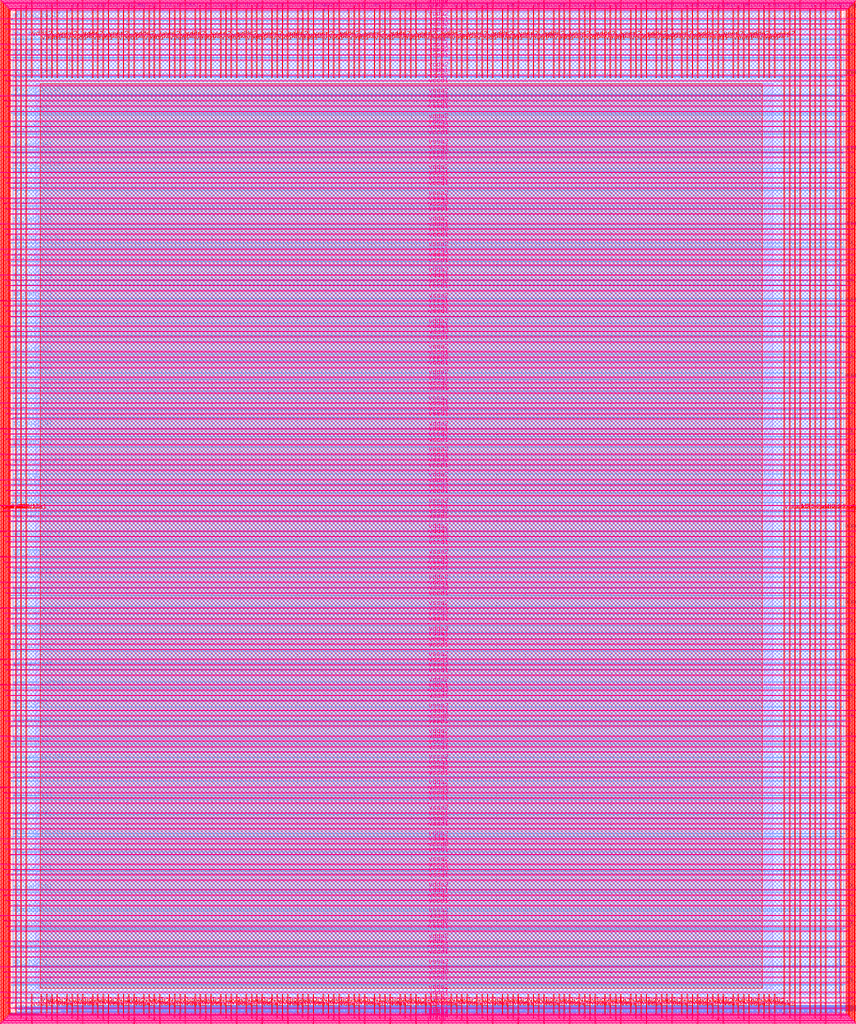
<source format=lef>
VERSION 5.7 ;
  NOWIREEXTENSIONATPIN ON ;
  DIVIDERCHAR "/" ;
  BUSBITCHARS "[]" ;
MACRO user_project_wrapper
  CLASS BLOCK ;
  FOREIGN user_project_wrapper ;
  ORIGIN 0.000 0.000 ;
  SIZE 2920.000 BY 3520.000 ;
  PIN analog_io[0]
    DIRECTION INOUT ;
    USE SIGNAL ;
    PORT
      LAYER met3 ;
        RECT 2917.600 1426.380 2924.800 1427.580 ;
    END
  END analog_io[0]
  PIN analog_io[10]
    DIRECTION INOUT ;
    USE SIGNAL ;
    PORT
      LAYER met2 ;
        RECT 2230.490 3517.600 2231.050 3524.800 ;
    END
  END analog_io[10]
  PIN analog_io[11]
    DIRECTION INOUT ;
    USE SIGNAL ;
    PORT
      LAYER met2 ;
        RECT 1905.730 3517.600 1906.290 3524.800 ;
    END
  END analog_io[11]
  PIN analog_io[12]
    DIRECTION INOUT ;
    USE SIGNAL ;
    PORT
      LAYER met2 ;
        RECT 1581.430 3517.600 1581.990 3524.800 ;
    END
  END analog_io[12]
  PIN analog_io[13]
    DIRECTION INOUT ;
    USE SIGNAL ;
    PORT
      LAYER met2 ;
        RECT 1257.130 3517.600 1257.690 3524.800 ;
    END
  END analog_io[13]
  PIN analog_io[14]
    DIRECTION INOUT ;
    USE SIGNAL ;
    PORT
      LAYER met2 ;
        RECT 932.370 3517.600 932.930 3524.800 ;
    END
  END analog_io[14]
  PIN analog_io[15]
    DIRECTION INOUT ;
    USE SIGNAL ;
    PORT
      LAYER met2 ;
        RECT 608.070 3517.600 608.630 3524.800 ;
    END
  END analog_io[15]
  PIN analog_io[16]
    DIRECTION INOUT ;
    USE SIGNAL ;
    PORT
      LAYER met2 ;
        RECT 283.770 3517.600 284.330 3524.800 ;
    END
  END analog_io[16]
  PIN analog_io[17]
    DIRECTION INOUT ;
    USE SIGNAL ;
    PORT
      LAYER met3 ;
        RECT -4.800 3486.100 2.400 3487.300 ;
    END
  END analog_io[17]
  PIN analog_io[18]
    DIRECTION INOUT ;
    USE SIGNAL ;
    PORT
      LAYER met3 ;
        RECT -4.800 3224.980 2.400 3226.180 ;
    END
  END analog_io[18]
  PIN analog_io[19]
    DIRECTION INOUT ;
    USE SIGNAL ;
    PORT
      LAYER met3 ;
        RECT -4.800 2964.540 2.400 2965.740 ;
    END
  END analog_io[19]
  PIN analog_io[1]
    DIRECTION INOUT ;
    USE SIGNAL ;
    PORT
      LAYER met3 ;
        RECT 2917.600 1692.260 2924.800 1693.460 ;
    END
  END analog_io[1]
  PIN analog_io[20]
    DIRECTION INOUT ;
    USE SIGNAL ;
    PORT
      LAYER met3 ;
        RECT -4.800 2703.420 2.400 2704.620 ;
    END
  END analog_io[20]
  PIN analog_io[21]
    DIRECTION INOUT ;
    USE SIGNAL ;
    PORT
      LAYER met3 ;
        RECT -4.800 2442.980 2.400 2444.180 ;
    END
  END analog_io[21]
  PIN analog_io[22]
    DIRECTION INOUT ;
    USE SIGNAL ;
    PORT
      LAYER met3 ;
        RECT -4.800 2182.540 2.400 2183.740 ;
    END
  END analog_io[22]
  PIN analog_io[23]
    DIRECTION INOUT ;
    USE SIGNAL ;
    PORT
      LAYER met3 ;
        RECT -4.800 1921.420 2.400 1922.620 ;
    END
  END analog_io[23]
  PIN analog_io[24]
    DIRECTION INOUT ;
    USE SIGNAL ;
    PORT
      LAYER met3 ;
        RECT -4.800 1660.980 2.400 1662.180 ;
    END
  END analog_io[24]
  PIN analog_io[25]
    DIRECTION INOUT ;
    USE SIGNAL ;
    PORT
      LAYER met3 ;
        RECT -4.800 1399.860 2.400 1401.060 ;
    END
  END analog_io[25]
  PIN analog_io[26]
    DIRECTION INOUT ;
    USE SIGNAL ;
    PORT
      LAYER met3 ;
        RECT -4.800 1139.420 2.400 1140.620 ;
    END
  END analog_io[26]
  PIN analog_io[27]
    DIRECTION INOUT ;
    USE SIGNAL ;
    PORT
      LAYER met3 ;
        RECT -4.800 878.980 2.400 880.180 ;
    END
  END analog_io[27]
  PIN analog_io[28]
    DIRECTION INOUT ;
    USE SIGNAL ;
    PORT
      LAYER met3 ;
        RECT -4.800 617.860 2.400 619.060 ;
    END
  END analog_io[28]
  PIN analog_io[2]
    DIRECTION INOUT ;
    USE SIGNAL ;
    PORT
      LAYER met3 ;
        RECT 2917.600 1958.140 2924.800 1959.340 ;
    END
  END analog_io[2]
  PIN analog_io[3]
    DIRECTION INOUT ;
    USE SIGNAL ;
    PORT
      LAYER met3 ;
        RECT 2917.600 2223.340 2924.800 2224.540 ;
    END
  END analog_io[3]
  PIN analog_io[4]
    DIRECTION INOUT ;
    USE SIGNAL ;
    PORT
      LAYER met3 ;
        RECT 2917.600 2489.220 2924.800 2490.420 ;
    END
  END analog_io[4]
  PIN analog_io[5]
    DIRECTION INOUT ;
    USE SIGNAL ;
    PORT
      LAYER met3 ;
        RECT 2917.600 2755.100 2924.800 2756.300 ;
    END
  END analog_io[5]
  PIN analog_io[6]
    DIRECTION INOUT ;
    USE SIGNAL ;
    PORT
      LAYER met3 ;
        RECT 2917.600 3020.300 2924.800 3021.500 ;
    END
  END analog_io[6]
  PIN analog_io[7]
    DIRECTION INOUT ;
    USE SIGNAL ;
    PORT
      LAYER met3 ;
        RECT 2917.600 3286.180 2924.800 3287.380 ;
    END
  END analog_io[7]
  PIN analog_io[8]
    DIRECTION INOUT ;
    USE SIGNAL ;
    PORT
      LAYER met2 ;
        RECT 2879.090 3517.600 2879.650 3524.800 ;
    END
  END analog_io[8]
  PIN analog_io[9]
    DIRECTION INOUT ;
    USE SIGNAL ;
    PORT
      LAYER met2 ;
        RECT 2554.790 3517.600 2555.350 3524.800 ;
    END
  END analog_io[9]
  PIN io_in[0]
    DIRECTION INPUT ;
    USE SIGNAL ;
    PORT
      LAYER met3 ;
        RECT 2917.600 32.380 2924.800 33.580 ;
    END
  END io_in[0]
  PIN io_in[10]
    DIRECTION INPUT ;
    USE SIGNAL ;
    PORT
      LAYER met3 ;
        RECT 2917.600 2289.980 2924.800 2291.180 ;
    END
  END io_in[10]
  PIN io_in[11]
    DIRECTION INPUT ;
    USE SIGNAL ;
    PORT
      LAYER met3 ;
        RECT 2917.600 2555.860 2924.800 2557.060 ;
    END
  END io_in[11]
  PIN io_in[12]
    DIRECTION INPUT ;
    USE SIGNAL ;
    PORT
      LAYER met3 ;
        RECT 2917.600 2821.060 2924.800 2822.260 ;
    END
  END io_in[12]
  PIN io_in[13]
    DIRECTION INPUT ;
    USE SIGNAL ;
    PORT
      LAYER met3 ;
        RECT 2917.600 3086.940 2924.800 3088.140 ;
    END
  END io_in[13]
  PIN io_in[14]
    DIRECTION INPUT ;
    USE SIGNAL ;
    PORT
      LAYER met3 ;
        RECT 2917.600 3352.820 2924.800 3354.020 ;
    END
  END io_in[14]
  PIN io_in[15]
    DIRECTION INPUT ;
    USE SIGNAL ;
    PORT
      LAYER met2 ;
        RECT 2798.130 3517.600 2798.690 3524.800 ;
    END
  END io_in[15]
  PIN io_in[16]
    DIRECTION INPUT ;
    USE SIGNAL ;
    PORT
      LAYER met2 ;
        RECT 2473.830 3517.600 2474.390 3524.800 ;
    END
  END io_in[16]
  PIN io_in[17]
    DIRECTION INPUT ;
    USE SIGNAL ;
    PORT
      LAYER met2 ;
        RECT 2149.070 3517.600 2149.630 3524.800 ;
    END
  END io_in[17]
  PIN io_in[18]
    DIRECTION INPUT ;
    USE SIGNAL ;
    PORT
      LAYER met2 ;
        RECT 1824.770 3517.600 1825.330 3524.800 ;
    END
  END io_in[18]
  PIN io_in[19]
    DIRECTION INPUT ;
    USE SIGNAL ;
    PORT
      LAYER met2 ;
        RECT 1500.470 3517.600 1501.030 3524.800 ;
    END
  END io_in[19]
  PIN io_in[1]
    DIRECTION INPUT ;
    USE SIGNAL ;
    PORT
      LAYER met3 ;
        RECT 2917.600 230.940 2924.800 232.140 ;
    END
  END io_in[1]
  PIN io_in[20]
    DIRECTION INPUT ;
    USE SIGNAL ;
    PORT
      LAYER met2 ;
        RECT 1175.710 3517.600 1176.270 3524.800 ;
    END
  END io_in[20]
  PIN io_in[21]
    DIRECTION INPUT ;
    USE SIGNAL ;
    PORT
      LAYER met2 ;
        RECT 851.410 3517.600 851.970 3524.800 ;
    END
  END io_in[21]
  PIN io_in[22]
    DIRECTION INPUT ;
    USE SIGNAL ;
    PORT
      LAYER met2 ;
        RECT 527.110 3517.600 527.670 3524.800 ;
    END
  END io_in[22]
  PIN io_in[23]
    DIRECTION INPUT ;
    USE SIGNAL ;
    PORT
      LAYER met2 ;
        RECT 202.350 3517.600 202.910 3524.800 ;
    END
  END io_in[23]
  PIN io_in[24]
    DIRECTION INPUT ;
    USE SIGNAL ;
    PORT
      LAYER met3 ;
        RECT -4.800 3420.820 2.400 3422.020 ;
    END
  END io_in[24]
  PIN io_in[25]
    DIRECTION INPUT ;
    USE SIGNAL ;
    PORT
      LAYER met3 ;
        RECT -4.800 3159.700 2.400 3160.900 ;
    END
  END io_in[25]
  PIN io_in[26]
    DIRECTION INPUT ;
    USE SIGNAL ;
    PORT
      LAYER met3 ;
        RECT -4.800 2899.260 2.400 2900.460 ;
    END
  END io_in[26]
  PIN io_in[27]
    DIRECTION INPUT ;
    USE SIGNAL ;
    PORT
      LAYER met3 ;
        RECT -4.800 2638.820 2.400 2640.020 ;
    END
  END io_in[27]
  PIN io_in[28]
    DIRECTION INPUT ;
    USE SIGNAL ;
    PORT
      LAYER met3 ;
        RECT -4.800 2377.700 2.400 2378.900 ;
    END
  END io_in[28]
  PIN io_in[29]
    DIRECTION INPUT ;
    USE SIGNAL ;
    PORT
      LAYER met3 ;
        RECT -4.800 2117.260 2.400 2118.460 ;
    END
  END io_in[29]
  PIN io_in[2]
    DIRECTION INPUT ;
    USE SIGNAL ;
    PORT
      LAYER met3 ;
        RECT 2917.600 430.180 2924.800 431.380 ;
    END
  END io_in[2]
  PIN io_in[30]
    DIRECTION INPUT ;
    USE SIGNAL ;
    PORT
      LAYER met3 ;
        RECT -4.800 1856.140 2.400 1857.340 ;
    END
  END io_in[30]
  PIN io_in[31]
    DIRECTION INPUT ;
    USE SIGNAL ;
    PORT
      LAYER met3 ;
        RECT -4.800 1595.700 2.400 1596.900 ;
    END
  END io_in[31]
  PIN io_in[32]
    DIRECTION INPUT ;
    USE SIGNAL ;
    PORT
      LAYER met3 ;
        RECT -4.800 1335.260 2.400 1336.460 ;
    END
  END io_in[32]
  PIN io_in[33]
    DIRECTION INPUT ;
    USE SIGNAL ;
    PORT
      LAYER met3 ;
        RECT -4.800 1074.140 2.400 1075.340 ;
    END
  END io_in[33]
  PIN io_in[34]
    DIRECTION INPUT ;
    USE SIGNAL ;
    PORT
      LAYER met3 ;
        RECT -4.800 813.700 2.400 814.900 ;
    END
  END io_in[34]
  PIN io_in[35]
    DIRECTION INPUT ;
    USE SIGNAL ;
    PORT
      LAYER met3 ;
        RECT -4.800 552.580 2.400 553.780 ;
    END
  END io_in[35]
  PIN io_in[36]
    DIRECTION INPUT ;
    USE SIGNAL ;
    PORT
      LAYER met3 ;
        RECT -4.800 357.420 2.400 358.620 ;
    END
  END io_in[36]
  PIN io_in[37]
    DIRECTION INPUT ;
    USE SIGNAL ;
    PORT
      LAYER met3 ;
        RECT -4.800 161.580 2.400 162.780 ;
    END
  END io_in[37]
  PIN io_in[3]
    DIRECTION INPUT ;
    USE SIGNAL ;
    PORT
      LAYER met3 ;
        RECT 2917.600 629.420 2924.800 630.620 ;
    END
  END io_in[3]
  PIN io_in[4]
    DIRECTION INPUT ;
    USE SIGNAL ;
    PORT
      LAYER met3 ;
        RECT 2917.600 828.660 2924.800 829.860 ;
    END
  END io_in[4]
  PIN io_in[5]
    DIRECTION INPUT ;
    USE SIGNAL ;
    PORT
      LAYER met3 ;
        RECT 2917.600 1027.900 2924.800 1029.100 ;
    END
  END io_in[5]
  PIN io_in[6]
    DIRECTION INPUT ;
    USE SIGNAL ;
    PORT
      LAYER met3 ;
        RECT 2917.600 1227.140 2924.800 1228.340 ;
    END
  END io_in[6]
  PIN io_in[7]
    DIRECTION INPUT ;
    USE SIGNAL ;
    PORT
      LAYER met3 ;
        RECT 2917.600 1493.020 2924.800 1494.220 ;
    END
  END io_in[7]
  PIN io_in[8]
    DIRECTION INPUT ;
    USE SIGNAL ;
    PORT
      LAYER met3 ;
        RECT 2917.600 1758.900 2924.800 1760.100 ;
    END
  END io_in[8]
  PIN io_in[9]
    DIRECTION INPUT ;
    USE SIGNAL ;
    PORT
      LAYER met3 ;
        RECT 2917.600 2024.100 2924.800 2025.300 ;
    END
  END io_in[9]
  PIN io_oeb[0]
    DIRECTION OUTPUT TRISTATE ;
    USE SIGNAL ;
    PORT
      LAYER met3 ;
        RECT 2917.600 164.980 2924.800 166.180 ;
    END
  END io_oeb[0]
  PIN io_oeb[10]
    DIRECTION OUTPUT TRISTATE ;
    USE SIGNAL ;
    PORT
      LAYER met3 ;
        RECT 2917.600 2422.580 2924.800 2423.780 ;
    END
  END io_oeb[10]
  PIN io_oeb[11]
    DIRECTION OUTPUT TRISTATE ;
    USE SIGNAL ;
    PORT
      LAYER met3 ;
        RECT 2917.600 2688.460 2924.800 2689.660 ;
    END
  END io_oeb[11]
  PIN io_oeb[12]
    DIRECTION OUTPUT TRISTATE ;
    USE SIGNAL ;
    PORT
      LAYER met3 ;
        RECT 2917.600 2954.340 2924.800 2955.540 ;
    END
  END io_oeb[12]
  PIN io_oeb[13]
    DIRECTION OUTPUT TRISTATE ;
    USE SIGNAL ;
    PORT
      LAYER met3 ;
        RECT 2917.600 3219.540 2924.800 3220.740 ;
    END
  END io_oeb[13]
  PIN io_oeb[14]
    DIRECTION OUTPUT TRISTATE ;
    USE SIGNAL ;
    PORT
      LAYER met3 ;
        RECT 2917.600 3485.420 2924.800 3486.620 ;
    END
  END io_oeb[14]
  PIN io_oeb[15]
    DIRECTION OUTPUT TRISTATE ;
    USE SIGNAL ;
    PORT
      LAYER met2 ;
        RECT 2635.750 3517.600 2636.310 3524.800 ;
    END
  END io_oeb[15]
  PIN io_oeb[16]
    DIRECTION OUTPUT TRISTATE ;
    USE SIGNAL ;
    PORT
      LAYER met2 ;
        RECT 2311.450 3517.600 2312.010 3524.800 ;
    END
  END io_oeb[16]
  PIN io_oeb[17]
    DIRECTION OUTPUT TRISTATE ;
    USE SIGNAL ;
    PORT
      LAYER met2 ;
        RECT 1987.150 3517.600 1987.710 3524.800 ;
    END
  END io_oeb[17]
  PIN io_oeb[18]
    DIRECTION OUTPUT TRISTATE ;
    USE SIGNAL ;
    PORT
      LAYER met2 ;
        RECT 1662.390 3517.600 1662.950 3524.800 ;
    END
  END io_oeb[18]
  PIN io_oeb[19]
    DIRECTION OUTPUT TRISTATE ;
    USE SIGNAL ;
    PORT
      LAYER met2 ;
        RECT 1338.090 3517.600 1338.650 3524.800 ;
    END
  END io_oeb[19]
  PIN io_oeb[1]
    DIRECTION OUTPUT TRISTATE ;
    USE SIGNAL ;
    PORT
      LAYER met3 ;
        RECT 2917.600 364.220 2924.800 365.420 ;
    END
  END io_oeb[1]
  PIN io_oeb[20]
    DIRECTION OUTPUT TRISTATE ;
    USE SIGNAL ;
    PORT
      LAYER met2 ;
        RECT 1013.790 3517.600 1014.350 3524.800 ;
    END
  END io_oeb[20]
  PIN io_oeb[21]
    DIRECTION OUTPUT TRISTATE ;
    USE SIGNAL ;
    PORT
      LAYER met2 ;
        RECT 689.030 3517.600 689.590 3524.800 ;
    END
  END io_oeb[21]
  PIN io_oeb[22]
    DIRECTION OUTPUT TRISTATE ;
    USE SIGNAL ;
    PORT
      LAYER met2 ;
        RECT 364.730 3517.600 365.290 3524.800 ;
    END
  END io_oeb[22]
  PIN io_oeb[23]
    DIRECTION OUTPUT TRISTATE ;
    USE SIGNAL ;
    PORT
      LAYER met2 ;
        RECT 40.430 3517.600 40.990 3524.800 ;
    END
  END io_oeb[23]
  PIN io_oeb[24]
    DIRECTION OUTPUT TRISTATE ;
    USE SIGNAL ;
    PORT
      LAYER met3 ;
        RECT -4.800 3290.260 2.400 3291.460 ;
    END
  END io_oeb[24]
  PIN io_oeb[25]
    DIRECTION OUTPUT TRISTATE ;
    USE SIGNAL ;
    PORT
      LAYER met3 ;
        RECT -4.800 3029.820 2.400 3031.020 ;
    END
  END io_oeb[25]
  PIN io_oeb[26]
    DIRECTION OUTPUT TRISTATE ;
    USE SIGNAL ;
    PORT
      LAYER met3 ;
        RECT -4.800 2768.700 2.400 2769.900 ;
    END
  END io_oeb[26]
  PIN io_oeb[27]
    DIRECTION OUTPUT TRISTATE ;
    USE SIGNAL ;
    PORT
      LAYER met3 ;
        RECT -4.800 2508.260 2.400 2509.460 ;
    END
  END io_oeb[27]
  PIN io_oeb[28]
    DIRECTION OUTPUT TRISTATE ;
    USE SIGNAL ;
    PORT
      LAYER met3 ;
        RECT -4.800 2247.140 2.400 2248.340 ;
    END
  END io_oeb[28]
  PIN io_oeb[29]
    DIRECTION OUTPUT TRISTATE ;
    USE SIGNAL ;
    PORT
      LAYER met3 ;
        RECT -4.800 1986.700 2.400 1987.900 ;
    END
  END io_oeb[29]
  PIN io_oeb[2]
    DIRECTION OUTPUT TRISTATE ;
    USE SIGNAL ;
    PORT
      LAYER met3 ;
        RECT 2917.600 563.460 2924.800 564.660 ;
    END
  END io_oeb[2]
  PIN io_oeb[30]
    DIRECTION OUTPUT TRISTATE ;
    USE SIGNAL ;
    PORT
      LAYER met3 ;
        RECT -4.800 1726.260 2.400 1727.460 ;
    END
  END io_oeb[30]
  PIN io_oeb[31]
    DIRECTION OUTPUT TRISTATE ;
    USE SIGNAL ;
    PORT
      LAYER met3 ;
        RECT -4.800 1465.140 2.400 1466.340 ;
    END
  END io_oeb[31]
  PIN io_oeb[32]
    DIRECTION OUTPUT TRISTATE ;
    USE SIGNAL ;
    PORT
      LAYER met3 ;
        RECT -4.800 1204.700 2.400 1205.900 ;
    END
  END io_oeb[32]
  PIN io_oeb[33]
    DIRECTION OUTPUT TRISTATE ;
    USE SIGNAL ;
    PORT
      LAYER met3 ;
        RECT -4.800 943.580 2.400 944.780 ;
    END
  END io_oeb[33]
  PIN io_oeb[34]
    DIRECTION OUTPUT TRISTATE ;
    USE SIGNAL ;
    PORT
      LAYER met3 ;
        RECT -4.800 683.140 2.400 684.340 ;
    END
  END io_oeb[34]
  PIN io_oeb[35]
    DIRECTION OUTPUT TRISTATE ;
    USE SIGNAL ;
    PORT
      LAYER met3 ;
        RECT -4.800 422.700 2.400 423.900 ;
    END
  END io_oeb[35]
  PIN io_oeb[36]
    DIRECTION OUTPUT TRISTATE ;
    USE SIGNAL ;
    PORT
      LAYER met3 ;
        RECT -4.800 226.860 2.400 228.060 ;
    END
  END io_oeb[36]
  PIN io_oeb[37]
    DIRECTION OUTPUT TRISTATE ;
    USE SIGNAL ;
    PORT
      LAYER met3 ;
        RECT -4.800 31.700 2.400 32.900 ;
    END
  END io_oeb[37]
  PIN io_oeb[3]
    DIRECTION OUTPUT TRISTATE ;
    USE SIGNAL ;
    PORT
      LAYER met3 ;
        RECT 2917.600 762.700 2924.800 763.900 ;
    END
  END io_oeb[3]
  PIN io_oeb[4]
    DIRECTION OUTPUT TRISTATE ;
    USE SIGNAL ;
    PORT
      LAYER met3 ;
        RECT 2917.600 961.940 2924.800 963.140 ;
    END
  END io_oeb[4]
  PIN io_oeb[5]
    DIRECTION OUTPUT TRISTATE ;
    USE SIGNAL ;
    PORT
      LAYER met3 ;
        RECT 2917.600 1161.180 2924.800 1162.380 ;
    END
  END io_oeb[5]
  PIN io_oeb[6]
    DIRECTION OUTPUT TRISTATE ;
    USE SIGNAL ;
    PORT
      LAYER met3 ;
        RECT 2917.600 1360.420 2924.800 1361.620 ;
    END
  END io_oeb[6]
  PIN io_oeb[7]
    DIRECTION OUTPUT TRISTATE ;
    USE SIGNAL ;
    PORT
      LAYER met3 ;
        RECT 2917.600 1625.620 2924.800 1626.820 ;
    END
  END io_oeb[7]
  PIN io_oeb[8]
    DIRECTION OUTPUT TRISTATE ;
    USE SIGNAL ;
    PORT
      LAYER met3 ;
        RECT 2917.600 1891.500 2924.800 1892.700 ;
    END
  END io_oeb[8]
  PIN io_oeb[9]
    DIRECTION OUTPUT TRISTATE ;
    USE SIGNAL ;
    PORT
      LAYER met3 ;
        RECT 2917.600 2157.380 2924.800 2158.580 ;
    END
  END io_oeb[9]
  PIN io_out[0]
    DIRECTION OUTPUT TRISTATE ;
    USE SIGNAL ;
    PORT
      LAYER met3 ;
        RECT 2917.600 98.340 2924.800 99.540 ;
    END
  END io_out[0]
  PIN io_out[10]
    DIRECTION OUTPUT TRISTATE ;
    USE SIGNAL ;
    PORT
      LAYER met3 ;
        RECT 2917.600 2356.620 2924.800 2357.820 ;
    END
  END io_out[10]
  PIN io_out[11]
    DIRECTION OUTPUT TRISTATE ;
    USE SIGNAL ;
    PORT
      LAYER met3 ;
        RECT 2917.600 2621.820 2924.800 2623.020 ;
    END
  END io_out[11]
  PIN io_out[12]
    DIRECTION OUTPUT TRISTATE ;
    USE SIGNAL ;
    PORT
      LAYER met3 ;
        RECT 2917.600 2887.700 2924.800 2888.900 ;
    END
  END io_out[12]
  PIN io_out[13]
    DIRECTION OUTPUT TRISTATE ;
    USE SIGNAL ;
    PORT
      LAYER met3 ;
        RECT 2917.600 3153.580 2924.800 3154.780 ;
    END
  END io_out[13]
  PIN io_out[14]
    DIRECTION OUTPUT TRISTATE ;
    USE SIGNAL ;
    PORT
      LAYER met3 ;
        RECT 2917.600 3418.780 2924.800 3419.980 ;
    END
  END io_out[14]
  PIN io_out[15]
    DIRECTION OUTPUT TRISTATE ;
    USE SIGNAL ;
    PORT
      LAYER met2 ;
        RECT 2717.170 3517.600 2717.730 3524.800 ;
    END
  END io_out[15]
  PIN io_out[16]
    DIRECTION OUTPUT TRISTATE ;
    USE SIGNAL ;
    PORT
      LAYER met2 ;
        RECT 2392.410 3517.600 2392.970 3524.800 ;
    END
  END io_out[16]
  PIN io_out[17]
    DIRECTION OUTPUT TRISTATE ;
    USE SIGNAL ;
    PORT
      LAYER met2 ;
        RECT 2068.110 3517.600 2068.670 3524.800 ;
    END
  END io_out[17]
  PIN io_out[18]
    DIRECTION OUTPUT TRISTATE ;
    USE SIGNAL ;
    PORT
      LAYER met2 ;
        RECT 1743.810 3517.600 1744.370 3524.800 ;
    END
  END io_out[18]
  PIN io_out[19]
    DIRECTION OUTPUT TRISTATE ;
    USE SIGNAL ;
    PORT
      LAYER met2 ;
        RECT 1419.050 3517.600 1419.610 3524.800 ;
    END
  END io_out[19]
  PIN io_out[1]
    DIRECTION OUTPUT TRISTATE ;
    USE SIGNAL ;
    PORT
      LAYER met3 ;
        RECT 2917.600 297.580 2924.800 298.780 ;
    END
  END io_out[1]
  PIN io_out[20]
    DIRECTION OUTPUT TRISTATE ;
    USE SIGNAL ;
    PORT
      LAYER met2 ;
        RECT 1094.750 3517.600 1095.310 3524.800 ;
    END
  END io_out[20]
  PIN io_out[21]
    DIRECTION OUTPUT TRISTATE ;
    USE SIGNAL ;
    PORT
      LAYER met2 ;
        RECT 770.450 3517.600 771.010 3524.800 ;
    END
  END io_out[21]
  PIN io_out[22]
    DIRECTION OUTPUT TRISTATE ;
    USE SIGNAL ;
    PORT
      LAYER met2 ;
        RECT 445.690 3517.600 446.250 3524.800 ;
    END
  END io_out[22]
  PIN io_out[23]
    DIRECTION OUTPUT TRISTATE ;
    USE SIGNAL ;
    PORT
      LAYER met2 ;
        RECT 121.390 3517.600 121.950 3524.800 ;
    END
  END io_out[23]
  PIN io_out[24]
    DIRECTION OUTPUT TRISTATE ;
    USE SIGNAL ;
    PORT
      LAYER met3 ;
        RECT -4.800 3355.540 2.400 3356.740 ;
    END
  END io_out[24]
  PIN io_out[25]
    DIRECTION OUTPUT TRISTATE ;
    USE SIGNAL ;
    PORT
      LAYER met3 ;
        RECT -4.800 3095.100 2.400 3096.300 ;
    END
  END io_out[25]
  PIN io_out[26]
    DIRECTION OUTPUT TRISTATE ;
    USE SIGNAL ;
    PORT
      LAYER met3 ;
        RECT -4.800 2833.980 2.400 2835.180 ;
    END
  END io_out[26]
  PIN io_out[27]
    DIRECTION OUTPUT TRISTATE ;
    USE SIGNAL ;
    PORT
      LAYER met3 ;
        RECT -4.800 2573.540 2.400 2574.740 ;
    END
  END io_out[27]
  PIN io_out[28]
    DIRECTION OUTPUT TRISTATE ;
    USE SIGNAL ;
    PORT
      LAYER met3 ;
        RECT -4.800 2312.420 2.400 2313.620 ;
    END
  END io_out[28]
  PIN io_out[29]
    DIRECTION OUTPUT TRISTATE ;
    USE SIGNAL ;
    PORT
      LAYER met3 ;
        RECT -4.800 2051.980 2.400 2053.180 ;
    END
  END io_out[29]
  PIN io_out[2]
    DIRECTION OUTPUT TRISTATE ;
    USE SIGNAL ;
    PORT
      LAYER met3 ;
        RECT 2917.600 496.820 2924.800 498.020 ;
    END
  END io_out[2]
  PIN io_out[30]
    DIRECTION OUTPUT TRISTATE ;
    USE SIGNAL ;
    PORT
      LAYER met3 ;
        RECT -4.800 1791.540 2.400 1792.740 ;
    END
  END io_out[30]
  PIN io_out[31]
    DIRECTION OUTPUT TRISTATE ;
    USE SIGNAL ;
    PORT
      LAYER met3 ;
        RECT -4.800 1530.420 2.400 1531.620 ;
    END
  END io_out[31]
  PIN io_out[32]
    DIRECTION OUTPUT TRISTATE ;
    USE SIGNAL ;
    PORT
      LAYER met3 ;
        RECT -4.800 1269.980 2.400 1271.180 ;
    END
  END io_out[32]
  PIN io_out[33]
    DIRECTION OUTPUT TRISTATE ;
    USE SIGNAL ;
    PORT
      LAYER met3 ;
        RECT -4.800 1008.860 2.400 1010.060 ;
    END
  END io_out[33]
  PIN io_out[34]
    DIRECTION OUTPUT TRISTATE ;
    USE SIGNAL ;
    PORT
      LAYER met3 ;
        RECT -4.800 748.420 2.400 749.620 ;
    END
  END io_out[34]
  PIN io_out[35]
    DIRECTION OUTPUT TRISTATE ;
    USE SIGNAL ;
    PORT
      LAYER met3 ;
        RECT -4.800 487.300 2.400 488.500 ;
    END
  END io_out[35]
  PIN io_out[36]
    DIRECTION OUTPUT TRISTATE ;
    USE SIGNAL ;
    PORT
      LAYER met3 ;
        RECT -4.800 292.140 2.400 293.340 ;
    END
  END io_out[36]
  PIN io_out[37]
    DIRECTION OUTPUT TRISTATE ;
    USE SIGNAL ;
    PORT
      LAYER met3 ;
        RECT -4.800 96.300 2.400 97.500 ;
    END
  END io_out[37]
  PIN io_out[3]
    DIRECTION OUTPUT TRISTATE ;
    USE SIGNAL ;
    PORT
      LAYER met3 ;
        RECT 2917.600 696.060 2924.800 697.260 ;
    END
  END io_out[3]
  PIN io_out[4]
    DIRECTION OUTPUT TRISTATE ;
    USE SIGNAL ;
    PORT
      LAYER met3 ;
        RECT 2917.600 895.300 2924.800 896.500 ;
    END
  END io_out[4]
  PIN io_out[5]
    DIRECTION OUTPUT TRISTATE ;
    USE SIGNAL ;
    PORT
      LAYER met3 ;
        RECT 2917.600 1094.540 2924.800 1095.740 ;
    END
  END io_out[5]
  PIN io_out[6]
    DIRECTION OUTPUT TRISTATE ;
    USE SIGNAL ;
    PORT
      LAYER met3 ;
        RECT 2917.600 1293.780 2924.800 1294.980 ;
    END
  END io_out[6]
  PIN io_out[7]
    DIRECTION OUTPUT TRISTATE ;
    USE SIGNAL ;
    PORT
      LAYER met3 ;
        RECT 2917.600 1559.660 2924.800 1560.860 ;
    END
  END io_out[7]
  PIN io_out[8]
    DIRECTION OUTPUT TRISTATE ;
    USE SIGNAL ;
    PORT
      LAYER met3 ;
        RECT 2917.600 1824.860 2924.800 1826.060 ;
    END
  END io_out[8]
  PIN io_out[9]
    DIRECTION OUTPUT TRISTATE ;
    USE SIGNAL ;
    PORT
      LAYER met3 ;
        RECT 2917.600 2090.740 2924.800 2091.940 ;
    END
  END io_out[9]
  PIN la_data_in[0]
    DIRECTION INPUT ;
    USE SIGNAL ;
    PORT
      LAYER met2 ;
        RECT 629.230 -4.800 629.790 2.400 ;
    END
  END la_data_in[0]
  PIN la_data_in[100]
    DIRECTION INPUT ;
    USE SIGNAL ;
    PORT
      LAYER met2 ;
        RECT 2402.530 -4.800 2403.090 2.400 ;
    END
  END la_data_in[100]
  PIN la_data_in[101]
    DIRECTION INPUT ;
    USE SIGNAL ;
    PORT
      LAYER met2 ;
        RECT 2420.010 -4.800 2420.570 2.400 ;
    END
  END la_data_in[101]
  PIN la_data_in[102]
    DIRECTION INPUT ;
    USE SIGNAL ;
    PORT
      LAYER met2 ;
        RECT 2437.950 -4.800 2438.510 2.400 ;
    END
  END la_data_in[102]
  PIN la_data_in[103]
    DIRECTION INPUT ;
    USE SIGNAL ;
    PORT
      LAYER met2 ;
        RECT 2455.430 -4.800 2455.990 2.400 ;
    END
  END la_data_in[103]
  PIN la_data_in[104]
    DIRECTION INPUT ;
    USE SIGNAL ;
    PORT
      LAYER met2 ;
        RECT 2473.370 -4.800 2473.930 2.400 ;
    END
  END la_data_in[104]
  PIN la_data_in[105]
    DIRECTION INPUT ;
    USE SIGNAL ;
    PORT
      LAYER met2 ;
        RECT 2490.850 -4.800 2491.410 2.400 ;
    END
  END la_data_in[105]
  PIN la_data_in[106]
    DIRECTION INPUT ;
    USE SIGNAL ;
    PORT
      LAYER met2 ;
        RECT 2508.790 -4.800 2509.350 2.400 ;
    END
  END la_data_in[106]
  PIN la_data_in[107]
    DIRECTION INPUT ;
    USE SIGNAL ;
    PORT
      LAYER met2 ;
        RECT 2526.730 -4.800 2527.290 2.400 ;
    END
  END la_data_in[107]
  PIN la_data_in[108]
    DIRECTION INPUT ;
    USE SIGNAL ;
    PORT
      LAYER met2 ;
        RECT 2544.210 -4.800 2544.770 2.400 ;
    END
  END la_data_in[108]
  PIN la_data_in[109]
    DIRECTION INPUT ;
    USE SIGNAL ;
    PORT
      LAYER met2 ;
        RECT 2562.150 -4.800 2562.710 2.400 ;
    END
  END la_data_in[109]
  PIN la_data_in[10]
    DIRECTION INPUT ;
    USE SIGNAL ;
    PORT
      LAYER met2 ;
        RECT 806.330 -4.800 806.890 2.400 ;
    END
  END la_data_in[10]
  PIN la_data_in[110]
    DIRECTION INPUT ;
    USE SIGNAL ;
    PORT
      LAYER met2 ;
        RECT 2579.630 -4.800 2580.190 2.400 ;
    END
  END la_data_in[110]
  PIN la_data_in[111]
    DIRECTION INPUT ;
    USE SIGNAL ;
    PORT
      LAYER met2 ;
        RECT 2597.570 -4.800 2598.130 2.400 ;
    END
  END la_data_in[111]
  PIN la_data_in[112]
    DIRECTION INPUT ;
    USE SIGNAL ;
    PORT
      LAYER met2 ;
        RECT 2615.050 -4.800 2615.610 2.400 ;
    END
  END la_data_in[112]
  PIN la_data_in[113]
    DIRECTION INPUT ;
    USE SIGNAL ;
    PORT
      LAYER met2 ;
        RECT 2632.990 -4.800 2633.550 2.400 ;
    END
  END la_data_in[113]
  PIN la_data_in[114]
    DIRECTION INPUT ;
    USE SIGNAL ;
    PORT
      LAYER met2 ;
        RECT 2650.470 -4.800 2651.030 2.400 ;
    END
  END la_data_in[114]
  PIN la_data_in[115]
    DIRECTION INPUT ;
    USE SIGNAL ;
    PORT
      LAYER met2 ;
        RECT 2668.410 -4.800 2668.970 2.400 ;
    END
  END la_data_in[115]
  PIN la_data_in[116]
    DIRECTION INPUT ;
    USE SIGNAL ;
    PORT
      LAYER met2 ;
        RECT 2685.890 -4.800 2686.450 2.400 ;
    END
  END la_data_in[116]
  PIN la_data_in[117]
    DIRECTION INPUT ;
    USE SIGNAL ;
    PORT
      LAYER met2 ;
        RECT 2703.830 -4.800 2704.390 2.400 ;
    END
  END la_data_in[117]
  PIN la_data_in[118]
    DIRECTION INPUT ;
    USE SIGNAL ;
    PORT
      LAYER met2 ;
        RECT 2721.770 -4.800 2722.330 2.400 ;
    END
  END la_data_in[118]
  PIN la_data_in[119]
    DIRECTION INPUT ;
    USE SIGNAL ;
    PORT
      LAYER met2 ;
        RECT 2739.250 -4.800 2739.810 2.400 ;
    END
  END la_data_in[119]
  PIN la_data_in[11]
    DIRECTION INPUT ;
    USE SIGNAL ;
    PORT
      LAYER met2 ;
        RECT 824.270 -4.800 824.830 2.400 ;
    END
  END la_data_in[11]
  PIN la_data_in[120]
    DIRECTION INPUT ;
    USE SIGNAL ;
    PORT
      LAYER met2 ;
        RECT 2757.190 -4.800 2757.750 2.400 ;
    END
  END la_data_in[120]
  PIN la_data_in[121]
    DIRECTION INPUT ;
    USE SIGNAL ;
    PORT
      LAYER met2 ;
        RECT 2774.670 -4.800 2775.230 2.400 ;
    END
  END la_data_in[121]
  PIN la_data_in[122]
    DIRECTION INPUT ;
    USE SIGNAL ;
    PORT
      LAYER met2 ;
        RECT 2792.610 -4.800 2793.170 2.400 ;
    END
  END la_data_in[122]
  PIN la_data_in[123]
    DIRECTION INPUT ;
    USE SIGNAL ;
    PORT
      LAYER met2 ;
        RECT 2810.090 -4.800 2810.650 2.400 ;
    END
  END la_data_in[123]
  PIN la_data_in[124]
    DIRECTION INPUT ;
    USE SIGNAL ;
    PORT
      LAYER met2 ;
        RECT 2828.030 -4.800 2828.590 2.400 ;
    END
  END la_data_in[124]
  PIN la_data_in[125]
    DIRECTION INPUT ;
    USE SIGNAL ;
    PORT
      LAYER met2 ;
        RECT 2845.510 -4.800 2846.070 2.400 ;
    END
  END la_data_in[125]
  PIN la_data_in[126]
    DIRECTION INPUT ;
    USE SIGNAL ;
    PORT
      LAYER met2 ;
        RECT 2863.450 -4.800 2864.010 2.400 ;
    END
  END la_data_in[126]
  PIN la_data_in[127]
    DIRECTION INPUT ;
    USE SIGNAL ;
    PORT
      LAYER met2 ;
        RECT 2881.390 -4.800 2881.950 2.400 ;
    END
  END la_data_in[127]
  PIN la_data_in[12]
    DIRECTION INPUT ;
    USE SIGNAL ;
    PORT
      LAYER met2 ;
        RECT 841.750 -4.800 842.310 2.400 ;
    END
  END la_data_in[12]
  PIN la_data_in[13]
    DIRECTION INPUT ;
    USE SIGNAL ;
    PORT
      LAYER met2 ;
        RECT 859.690 -4.800 860.250 2.400 ;
    END
  END la_data_in[13]
  PIN la_data_in[14]
    DIRECTION INPUT ;
    USE SIGNAL ;
    PORT
      LAYER met2 ;
        RECT 877.170 -4.800 877.730 2.400 ;
    END
  END la_data_in[14]
  PIN la_data_in[15]
    DIRECTION INPUT ;
    USE SIGNAL ;
    PORT
      LAYER met2 ;
        RECT 895.110 -4.800 895.670 2.400 ;
    END
  END la_data_in[15]
  PIN la_data_in[16]
    DIRECTION INPUT ;
    USE SIGNAL ;
    PORT
      LAYER met2 ;
        RECT 912.590 -4.800 913.150 2.400 ;
    END
  END la_data_in[16]
  PIN la_data_in[17]
    DIRECTION INPUT ;
    USE SIGNAL ;
    PORT
      LAYER met2 ;
        RECT 930.530 -4.800 931.090 2.400 ;
    END
  END la_data_in[17]
  PIN la_data_in[18]
    DIRECTION INPUT ;
    USE SIGNAL ;
    PORT
      LAYER met2 ;
        RECT 948.470 -4.800 949.030 2.400 ;
    END
  END la_data_in[18]
  PIN la_data_in[19]
    DIRECTION INPUT ;
    USE SIGNAL ;
    PORT
      LAYER met2 ;
        RECT 965.950 -4.800 966.510 2.400 ;
    END
  END la_data_in[19]
  PIN la_data_in[1]
    DIRECTION INPUT ;
    USE SIGNAL ;
    PORT
      LAYER met2 ;
        RECT 646.710 -4.800 647.270 2.400 ;
    END
  END la_data_in[1]
  PIN la_data_in[20]
    DIRECTION INPUT ;
    USE SIGNAL ;
    PORT
      LAYER met2 ;
        RECT 983.890 -4.800 984.450 2.400 ;
    END
  END la_data_in[20]
  PIN la_data_in[21]
    DIRECTION INPUT ;
    USE SIGNAL ;
    PORT
      LAYER met2 ;
        RECT 1001.370 -4.800 1001.930 2.400 ;
    END
  END la_data_in[21]
  PIN la_data_in[22]
    DIRECTION INPUT ;
    USE SIGNAL ;
    PORT
      LAYER met2 ;
        RECT 1019.310 -4.800 1019.870 2.400 ;
    END
  END la_data_in[22]
  PIN la_data_in[23]
    DIRECTION INPUT ;
    USE SIGNAL ;
    PORT
      LAYER met2 ;
        RECT 1036.790 -4.800 1037.350 2.400 ;
    END
  END la_data_in[23]
  PIN la_data_in[24]
    DIRECTION INPUT ;
    USE SIGNAL ;
    PORT
      LAYER met2 ;
        RECT 1054.730 -4.800 1055.290 2.400 ;
    END
  END la_data_in[24]
  PIN la_data_in[25]
    DIRECTION INPUT ;
    USE SIGNAL ;
    PORT
      LAYER met2 ;
        RECT 1072.210 -4.800 1072.770 2.400 ;
    END
  END la_data_in[25]
  PIN la_data_in[26]
    DIRECTION INPUT ;
    USE SIGNAL ;
    PORT
      LAYER met2 ;
        RECT 1090.150 -4.800 1090.710 2.400 ;
    END
  END la_data_in[26]
  PIN la_data_in[27]
    DIRECTION INPUT ;
    USE SIGNAL ;
    PORT
      LAYER met2 ;
        RECT 1107.630 -4.800 1108.190 2.400 ;
    END
  END la_data_in[27]
  PIN la_data_in[28]
    DIRECTION INPUT ;
    USE SIGNAL ;
    PORT
      LAYER met2 ;
        RECT 1125.570 -4.800 1126.130 2.400 ;
    END
  END la_data_in[28]
  PIN la_data_in[29]
    DIRECTION INPUT ;
    USE SIGNAL ;
    PORT
      LAYER met2 ;
        RECT 1143.510 -4.800 1144.070 2.400 ;
    END
  END la_data_in[29]
  PIN la_data_in[2]
    DIRECTION INPUT ;
    USE SIGNAL ;
    PORT
      LAYER met2 ;
        RECT 664.650 -4.800 665.210 2.400 ;
    END
  END la_data_in[2]
  PIN la_data_in[30]
    DIRECTION INPUT ;
    USE SIGNAL ;
    PORT
      LAYER met2 ;
        RECT 1160.990 -4.800 1161.550 2.400 ;
    END
  END la_data_in[30]
  PIN la_data_in[31]
    DIRECTION INPUT ;
    USE SIGNAL ;
    PORT
      LAYER met2 ;
        RECT 1178.930 -4.800 1179.490 2.400 ;
    END
  END la_data_in[31]
  PIN la_data_in[32]
    DIRECTION INPUT ;
    USE SIGNAL ;
    PORT
      LAYER met2 ;
        RECT 1196.410 -4.800 1196.970 2.400 ;
    END
  END la_data_in[32]
  PIN la_data_in[33]
    DIRECTION INPUT ;
    USE SIGNAL ;
    PORT
      LAYER met2 ;
        RECT 1214.350 -4.800 1214.910 2.400 ;
    END
  END la_data_in[33]
  PIN la_data_in[34]
    DIRECTION INPUT ;
    USE SIGNAL ;
    PORT
      LAYER met2 ;
        RECT 1231.830 -4.800 1232.390 2.400 ;
    END
  END la_data_in[34]
  PIN la_data_in[35]
    DIRECTION INPUT ;
    USE SIGNAL ;
    PORT
      LAYER met2 ;
        RECT 1249.770 -4.800 1250.330 2.400 ;
    END
  END la_data_in[35]
  PIN la_data_in[36]
    DIRECTION INPUT ;
    USE SIGNAL ;
    PORT
      LAYER met2 ;
        RECT 1267.250 -4.800 1267.810 2.400 ;
    END
  END la_data_in[36]
  PIN la_data_in[37]
    DIRECTION INPUT ;
    USE SIGNAL ;
    PORT
      LAYER met2 ;
        RECT 1285.190 -4.800 1285.750 2.400 ;
    END
  END la_data_in[37]
  PIN la_data_in[38]
    DIRECTION INPUT ;
    USE SIGNAL ;
    PORT
      LAYER met2 ;
        RECT 1303.130 -4.800 1303.690 2.400 ;
    END
  END la_data_in[38]
  PIN la_data_in[39]
    DIRECTION INPUT ;
    USE SIGNAL ;
    PORT
      LAYER met2 ;
        RECT 1320.610 -4.800 1321.170 2.400 ;
    END
  END la_data_in[39]
  PIN la_data_in[3]
    DIRECTION INPUT ;
    USE SIGNAL ;
    PORT
      LAYER met2 ;
        RECT 682.130 -4.800 682.690 2.400 ;
    END
  END la_data_in[3]
  PIN la_data_in[40]
    DIRECTION INPUT ;
    USE SIGNAL ;
    PORT
      LAYER met2 ;
        RECT 1338.550 -4.800 1339.110 2.400 ;
    END
  END la_data_in[40]
  PIN la_data_in[41]
    DIRECTION INPUT ;
    USE SIGNAL ;
    PORT
      LAYER met2 ;
        RECT 1356.030 -4.800 1356.590 2.400 ;
    END
  END la_data_in[41]
  PIN la_data_in[42]
    DIRECTION INPUT ;
    USE SIGNAL ;
    PORT
      LAYER met2 ;
        RECT 1373.970 -4.800 1374.530 2.400 ;
    END
  END la_data_in[42]
  PIN la_data_in[43]
    DIRECTION INPUT ;
    USE SIGNAL ;
    PORT
      LAYER met2 ;
        RECT 1391.450 -4.800 1392.010 2.400 ;
    END
  END la_data_in[43]
  PIN la_data_in[44]
    DIRECTION INPUT ;
    USE SIGNAL ;
    PORT
      LAYER met2 ;
        RECT 1409.390 -4.800 1409.950 2.400 ;
    END
  END la_data_in[44]
  PIN la_data_in[45]
    DIRECTION INPUT ;
    USE SIGNAL ;
    PORT
      LAYER met2 ;
        RECT 1426.870 -4.800 1427.430 2.400 ;
    END
  END la_data_in[45]
  PIN la_data_in[46]
    DIRECTION INPUT ;
    USE SIGNAL ;
    PORT
      LAYER met2 ;
        RECT 1444.810 -4.800 1445.370 2.400 ;
    END
  END la_data_in[46]
  PIN la_data_in[47]
    DIRECTION INPUT ;
    USE SIGNAL ;
    PORT
      LAYER met2 ;
        RECT 1462.750 -4.800 1463.310 2.400 ;
    END
  END la_data_in[47]
  PIN la_data_in[48]
    DIRECTION INPUT ;
    USE SIGNAL ;
    PORT
      LAYER met2 ;
        RECT 1480.230 -4.800 1480.790 2.400 ;
    END
  END la_data_in[48]
  PIN la_data_in[49]
    DIRECTION INPUT ;
    USE SIGNAL ;
    PORT
      LAYER met2 ;
        RECT 1498.170 -4.800 1498.730 2.400 ;
    END
  END la_data_in[49]
  PIN la_data_in[4]
    DIRECTION INPUT ;
    USE SIGNAL ;
    PORT
      LAYER met2 ;
        RECT 700.070 -4.800 700.630 2.400 ;
    END
  END la_data_in[4]
  PIN la_data_in[50]
    DIRECTION INPUT ;
    USE SIGNAL ;
    PORT
      LAYER met2 ;
        RECT 1515.650 -4.800 1516.210 2.400 ;
    END
  END la_data_in[50]
  PIN la_data_in[51]
    DIRECTION INPUT ;
    USE SIGNAL ;
    PORT
      LAYER met2 ;
        RECT 1533.590 -4.800 1534.150 2.400 ;
    END
  END la_data_in[51]
  PIN la_data_in[52]
    DIRECTION INPUT ;
    USE SIGNAL ;
    PORT
      LAYER met2 ;
        RECT 1551.070 -4.800 1551.630 2.400 ;
    END
  END la_data_in[52]
  PIN la_data_in[53]
    DIRECTION INPUT ;
    USE SIGNAL ;
    PORT
      LAYER met2 ;
        RECT 1569.010 -4.800 1569.570 2.400 ;
    END
  END la_data_in[53]
  PIN la_data_in[54]
    DIRECTION INPUT ;
    USE SIGNAL ;
    PORT
      LAYER met2 ;
        RECT 1586.490 -4.800 1587.050 2.400 ;
    END
  END la_data_in[54]
  PIN la_data_in[55]
    DIRECTION INPUT ;
    USE SIGNAL ;
    PORT
      LAYER met2 ;
        RECT 1604.430 -4.800 1604.990 2.400 ;
    END
  END la_data_in[55]
  PIN la_data_in[56]
    DIRECTION INPUT ;
    USE SIGNAL ;
    PORT
      LAYER met2 ;
        RECT 1621.910 -4.800 1622.470 2.400 ;
    END
  END la_data_in[56]
  PIN la_data_in[57]
    DIRECTION INPUT ;
    USE SIGNAL ;
    PORT
      LAYER met2 ;
        RECT 1639.850 -4.800 1640.410 2.400 ;
    END
  END la_data_in[57]
  PIN la_data_in[58]
    DIRECTION INPUT ;
    USE SIGNAL ;
    PORT
      LAYER met2 ;
        RECT 1657.790 -4.800 1658.350 2.400 ;
    END
  END la_data_in[58]
  PIN la_data_in[59]
    DIRECTION INPUT ;
    USE SIGNAL ;
    PORT
      LAYER met2 ;
        RECT 1675.270 -4.800 1675.830 2.400 ;
    END
  END la_data_in[59]
  PIN la_data_in[5]
    DIRECTION INPUT ;
    USE SIGNAL ;
    PORT
      LAYER met2 ;
        RECT 717.550 -4.800 718.110 2.400 ;
    END
  END la_data_in[5]
  PIN la_data_in[60]
    DIRECTION INPUT ;
    USE SIGNAL ;
    PORT
      LAYER met2 ;
        RECT 1693.210 -4.800 1693.770 2.400 ;
    END
  END la_data_in[60]
  PIN la_data_in[61]
    DIRECTION INPUT ;
    USE SIGNAL ;
    PORT
      LAYER met2 ;
        RECT 1710.690 -4.800 1711.250 2.400 ;
    END
  END la_data_in[61]
  PIN la_data_in[62]
    DIRECTION INPUT ;
    USE SIGNAL ;
    PORT
      LAYER met2 ;
        RECT 1728.630 -4.800 1729.190 2.400 ;
    END
  END la_data_in[62]
  PIN la_data_in[63]
    DIRECTION INPUT ;
    USE SIGNAL ;
    PORT
      LAYER met2 ;
        RECT 1746.110 -4.800 1746.670 2.400 ;
    END
  END la_data_in[63]
  PIN la_data_in[64]
    DIRECTION INPUT ;
    USE SIGNAL ;
    PORT
      LAYER met2 ;
        RECT 1764.050 -4.800 1764.610 2.400 ;
    END
  END la_data_in[64]
  PIN la_data_in[65]
    DIRECTION INPUT ;
    USE SIGNAL ;
    PORT
      LAYER met2 ;
        RECT 1781.530 -4.800 1782.090 2.400 ;
    END
  END la_data_in[65]
  PIN la_data_in[66]
    DIRECTION INPUT ;
    USE SIGNAL ;
    PORT
      LAYER met2 ;
        RECT 1799.470 -4.800 1800.030 2.400 ;
    END
  END la_data_in[66]
  PIN la_data_in[67]
    DIRECTION INPUT ;
    USE SIGNAL ;
    PORT
      LAYER met2 ;
        RECT 1817.410 -4.800 1817.970 2.400 ;
    END
  END la_data_in[67]
  PIN la_data_in[68]
    DIRECTION INPUT ;
    USE SIGNAL ;
    PORT
      LAYER met2 ;
        RECT 1834.890 -4.800 1835.450 2.400 ;
    END
  END la_data_in[68]
  PIN la_data_in[69]
    DIRECTION INPUT ;
    USE SIGNAL ;
    PORT
      LAYER met2 ;
        RECT 1852.830 -4.800 1853.390 2.400 ;
    END
  END la_data_in[69]
  PIN la_data_in[6]
    DIRECTION INPUT ;
    USE SIGNAL ;
    PORT
      LAYER met2 ;
        RECT 735.490 -4.800 736.050 2.400 ;
    END
  END la_data_in[6]
  PIN la_data_in[70]
    DIRECTION INPUT ;
    USE SIGNAL ;
    PORT
      LAYER met2 ;
        RECT 1870.310 -4.800 1870.870 2.400 ;
    END
  END la_data_in[70]
  PIN la_data_in[71]
    DIRECTION INPUT ;
    USE SIGNAL ;
    PORT
      LAYER met2 ;
        RECT 1888.250 -4.800 1888.810 2.400 ;
    END
  END la_data_in[71]
  PIN la_data_in[72]
    DIRECTION INPUT ;
    USE SIGNAL ;
    PORT
      LAYER met2 ;
        RECT 1905.730 -4.800 1906.290 2.400 ;
    END
  END la_data_in[72]
  PIN la_data_in[73]
    DIRECTION INPUT ;
    USE SIGNAL ;
    PORT
      LAYER met2 ;
        RECT 1923.670 -4.800 1924.230 2.400 ;
    END
  END la_data_in[73]
  PIN la_data_in[74]
    DIRECTION INPUT ;
    USE SIGNAL ;
    PORT
      LAYER met2 ;
        RECT 1941.150 -4.800 1941.710 2.400 ;
    END
  END la_data_in[74]
  PIN la_data_in[75]
    DIRECTION INPUT ;
    USE SIGNAL ;
    PORT
      LAYER met2 ;
        RECT 1959.090 -4.800 1959.650 2.400 ;
    END
  END la_data_in[75]
  PIN la_data_in[76]
    DIRECTION INPUT ;
    USE SIGNAL ;
    PORT
      LAYER met2 ;
        RECT 1976.570 -4.800 1977.130 2.400 ;
    END
  END la_data_in[76]
  PIN la_data_in[77]
    DIRECTION INPUT ;
    USE SIGNAL ;
    PORT
      LAYER met2 ;
        RECT 1994.510 -4.800 1995.070 2.400 ;
    END
  END la_data_in[77]
  PIN la_data_in[78]
    DIRECTION INPUT ;
    USE SIGNAL ;
    PORT
      LAYER met2 ;
        RECT 2012.450 -4.800 2013.010 2.400 ;
    END
  END la_data_in[78]
  PIN la_data_in[79]
    DIRECTION INPUT ;
    USE SIGNAL ;
    PORT
      LAYER met2 ;
        RECT 2029.930 -4.800 2030.490 2.400 ;
    END
  END la_data_in[79]
  PIN la_data_in[7]
    DIRECTION INPUT ;
    USE SIGNAL ;
    PORT
      LAYER met2 ;
        RECT 752.970 -4.800 753.530 2.400 ;
    END
  END la_data_in[7]
  PIN la_data_in[80]
    DIRECTION INPUT ;
    USE SIGNAL ;
    PORT
      LAYER met2 ;
        RECT 2047.870 -4.800 2048.430 2.400 ;
    END
  END la_data_in[80]
  PIN la_data_in[81]
    DIRECTION INPUT ;
    USE SIGNAL ;
    PORT
      LAYER met2 ;
        RECT 2065.350 -4.800 2065.910 2.400 ;
    END
  END la_data_in[81]
  PIN la_data_in[82]
    DIRECTION INPUT ;
    USE SIGNAL ;
    PORT
      LAYER met2 ;
        RECT 2083.290 -4.800 2083.850 2.400 ;
    END
  END la_data_in[82]
  PIN la_data_in[83]
    DIRECTION INPUT ;
    USE SIGNAL ;
    PORT
      LAYER met2 ;
        RECT 2100.770 -4.800 2101.330 2.400 ;
    END
  END la_data_in[83]
  PIN la_data_in[84]
    DIRECTION INPUT ;
    USE SIGNAL ;
    PORT
      LAYER met2 ;
        RECT 2118.710 -4.800 2119.270 2.400 ;
    END
  END la_data_in[84]
  PIN la_data_in[85]
    DIRECTION INPUT ;
    USE SIGNAL ;
    PORT
      LAYER met2 ;
        RECT 2136.190 -4.800 2136.750 2.400 ;
    END
  END la_data_in[85]
  PIN la_data_in[86]
    DIRECTION INPUT ;
    USE SIGNAL ;
    PORT
      LAYER met2 ;
        RECT 2154.130 -4.800 2154.690 2.400 ;
    END
  END la_data_in[86]
  PIN la_data_in[87]
    DIRECTION INPUT ;
    USE SIGNAL ;
    PORT
      LAYER met2 ;
        RECT 2172.070 -4.800 2172.630 2.400 ;
    END
  END la_data_in[87]
  PIN la_data_in[88]
    DIRECTION INPUT ;
    USE SIGNAL ;
    PORT
      LAYER met2 ;
        RECT 2189.550 -4.800 2190.110 2.400 ;
    END
  END la_data_in[88]
  PIN la_data_in[89]
    DIRECTION INPUT ;
    USE SIGNAL ;
    PORT
      LAYER met2 ;
        RECT 2207.490 -4.800 2208.050 2.400 ;
    END
  END la_data_in[89]
  PIN la_data_in[8]
    DIRECTION INPUT ;
    USE SIGNAL ;
    PORT
      LAYER met2 ;
        RECT 770.910 -4.800 771.470 2.400 ;
    END
  END la_data_in[8]
  PIN la_data_in[90]
    DIRECTION INPUT ;
    USE SIGNAL ;
    PORT
      LAYER met2 ;
        RECT 2224.970 -4.800 2225.530 2.400 ;
    END
  END la_data_in[90]
  PIN la_data_in[91]
    DIRECTION INPUT ;
    USE SIGNAL ;
    PORT
      LAYER met2 ;
        RECT 2242.910 -4.800 2243.470 2.400 ;
    END
  END la_data_in[91]
  PIN la_data_in[92]
    DIRECTION INPUT ;
    USE SIGNAL ;
    PORT
      LAYER met2 ;
        RECT 2260.390 -4.800 2260.950 2.400 ;
    END
  END la_data_in[92]
  PIN la_data_in[93]
    DIRECTION INPUT ;
    USE SIGNAL ;
    PORT
      LAYER met2 ;
        RECT 2278.330 -4.800 2278.890 2.400 ;
    END
  END la_data_in[93]
  PIN la_data_in[94]
    DIRECTION INPUT ;
    USE SIGNAL ;
    PORT
      LAYER met2 ;
        RECT 2295.810 -4.800 2296.370 2.400 ;
    END
  END la_data_in[94]
  PIN la_data_in[95]
    DIRECTION INPUT ;
    USE SIGNAL ;
    PORT
      LAYER met2 ;
        RECT 2313.750 -4.800 2314.310 2.400 ;
    END
  END la_data_in[95]
  PIN la_data_in[96]
    DIRECTION INPUT ;
    USE SIGNAL ;
    PORT
      LAYER met2 ;
        RECT 2331.230 -4.800 2331.790 2.400 ;
    END
  END la_data_in[96]
  PIN la_data_in[97]
    DIRECTION INPUT ;
    USE SIGNAL ;
    PORT
      LAYER met2 ;
        RECT 2349.170 -4.800 2349.730 2.400 ;
    END
  END la_data_in[97]
  PIN la_data_in[98]
    DIRECTION INPUT ;
    USE SIGNAL ;
    PORT
      LAYER met2 ;
        RECT 2367.110 -4.800 2367.670 2.400 ;
    END
  END la_data_in[98]
  PIN la_data_in[99]
    DIRECTION INPUT ;
    USE SIGNAL ;
    PORT
      LAYER met2 ;
        RECT 2384.590 -4.800 2385.150 2.400 ;
    END
  END la_data_in[99]
  PIN la_data_in[9]
    DIRECTION INPUT ;
    USE SIGNAL ;
    PORT
      LAYER met2 ;
        RECT 788.850 -4.800 789.410 2.400 ;
    END
  END la_data_in[9]
  PIN la_data_out[0]
    DIRECTION OUTPUT TRISTATE ;
    USE SIGNAL ;
    PORT
      LAYER met2 ;
        RECT 634.750 -4.800 635.310 2.400 ;
    END
  END la_data_out[0]
  PIN la_data_out[100]
    DIRECTION OUTPUT TRISTATE ;
    USE SIGNAL ;
    PORT
      LAYER met2 ;
        RECT 2408.510 -4.800 2409.070 2.400 ;
    END
  END la_data_out[100]
  PIN la_data_out[101]
    DIRECTION OUTPUT TRISTATE ;
    USE SIGNAL ;
    PORT
      LAYER met2 ;
        RECT 2425.990 -4.800 2426.550 2.400 ;
    END
  END la_data_out[101]
  PIN la_data_out[102]
    DIRECTION OUTPUT TRISTATE ;
    USE SIGNAL ;
    PORT
      LAYER met2 ;
        RECT 2443.930 -4.800 2444.490 2.400 ;
    END
  END la_data_out[102]
  PIN la_data_out[103]
    DIRECTION OUTPUT TRISTATE ;
    USE SIGNAL ;
    PORT
      LAYER met2 ;
        RECT 2461.410 -4.800 2461.970 2.400 ;
    END
  END la_data_out[103]
  PIN la_data_out[104]
    DIRECTION OUTPUT TRISTATE ;
    USE SIGNAL ;
    PORT
      LAYER met2 ;
        RECT 2479.350 -4.800 2479.910 2.400 ;
    END
  END la_data_out[104]
  PIN la_data_out[105]
    DIRECTION OUTPUT TRISTATE ;
    USE SIGNAL ;
    PORT
      LAYER met2 ;
        RECT 2496.830 -4.800 2497.390 2.400 ;
    END
  END la_data_out[105]
  PIN la_data_out[106]
    DIRECTION OUTPUT TRISTATE ;
    USE SIGNAL ;
    PORT
      LAYER met2 ;
        RECT 2514.770 -4.800 2515.330 2.400 ;
    END
  END la_data_out[106]
  PIN la_data_out[107]
    DIRECTION OUTPUT TRISTATE ;
    USE SIGNAL ;
    PORT
      LAYER met2 ;
        RECT 2532.250 -4.800 2532.810 2.400 ;
    END
  END la_data_out[107]
  PIN la_data_out[108]
    DIRECTION OUTPUT TRISTATE ;
    USE SIGNAL ;
    PORT
      LAYER met2 ;
        RECT 2550.190 -4.800 2550.750 2.400 ;
    END
  END la_data_out[108]
  PIN la_data_out[109]
    DIRECTION OUTPUT TRISTATE ;
    USE SIGNAL ;
    PORT
      LAYER met2 ;
        RECT 2567.670 -4.800 2568.230 2.400 ;
    END
  END la_data_out[109]
  PIN la_data_out[10]
    DIRECTION OUTPUT TRISTATE ;
    USE SIGNAL ;
    PORT
      LAYER met2 ;
        RECT 812.310 -4.800 812.870 2.400 ;
    END
  END la_data_out[10]
  PIN la_data_out[110]
    DIRECTION OUTPUT TRISTATE ;
    USE SIGNAL ;
    PORT
      LAYER met2 ;
        RECT 2585.610 -4.800 2586.170 2.400 ;
    END
  END la_data_out[110]
  PIN la_data_out[111]
    DIRECTION OUTPUT TRISTATE ;
    USE SIGNAL ;
    PORT
      LAYER met2 ;
        RECT 2603.550 -4.800 2604.110 2.400 ;
    END
  END la_data_out[111]
  PIN la_data_out[112]
    DIRECTION OUTPUT TRISTATE ;
    USE SIGNAL ;
    PORT
      LAYER met2 ;
        RECT 2621.030 -4.800 2621.590 2.400 ;
    END
  END la_data_out[112]
  PIN la_data_out[113]
    DIRECTION OUTPUT TRISTATE ;
    USE SIGNAL ;
    PORT
      LAYER met2 ;
        RECT 2638.970 -4.800 2639.530 2.400 ;
    END
  END la_data_out[113]
  PIN la_data_out[114]
    DIRECTION OUTPUT TRISTATE ;
    USE SIGNAL ;
    PORT
      LAYER met2 ;
        RECT 2656.450 -4.800 2657.010 2.400 ;
    END
  END la_data_out[114]
  PIN la_data_out[115]
    DIRECTION OUTPUT TRISTATE ;
    USE SIGNAL ;
    PORT
      LAYER met2 ;
        RECT 2674.390 -4.800 2674.950 2.400 ;
    END
  END la_data_out[115]
  PIN la_data_out[116]
    DIRECTION OUTPUT TRISTATE ;
    USE SIGNAL ;
    PORT
      LAYER met2 ;
        RECT 2691.870 -4.800 2692.430 2.400 ;
    END
  END la_data_out[116]
  PIN la_data_out[117]
    DIRECTION OUTPUT TRISTATE ;
    USE SIGNAL ;
    PORT
      LAYER met2 ;
        RECT 2709.810 -4.800 2710.370 2.400 ;
    END
  END la_data_out[117]
  PIN la_data_out[118]
    DIRECTION OUTPUT TRISTATE ;
    USE SIGNAL ;
    PORT
      LAYER met2 ;
        RECT 2727.290 -4.800 2727.850 2.400 ;
    END
  END la_data_out[118]
  PIN la_data_out[119]
    DIRECTION OUTPUT TRISTATE ;
    USE SIGNAL ;
    PORT
      LAYER met2 ;
        RECT 2745.230 -4.800 2745.790 2.400 ;
    END
  END la_data_out[119]
  PIN la_data_out[11]
    DIRECTION OUTPUT TRISTATE ;
    USE SIGNAL ;
    PORT
      LAYER met2 ;
        RECT 830.250 -4.800 830.810 2.400 ;
    END
  END la_data_out[11]
  PIN la_data_out[120]
    DIRECTION OUTPUT TRISTATE ;
    USE SIGNAL ;
    PORT
      LAYER met2 ;
        RECT 2763.170 -4.800 2763.730 2.400 ;
    END
  END la_data_out[120]
  PIN la_data_out[121]
    DIRECTION OUTPUT TRISTATE ;
    USE SIGNAL ;
    PORT
      LAYER met2 ;
        RECT 2780.650 -4.800 2781.210 2.400 ;
    END
  END la_data_out[121]
  PIN la_data_out[122]
    DIRECTION OUTPUT TRISTATE ;
    USE SIGNAL ;
    PORT
      LAYER met2 ;
        RECT 2798.590 -4.800 2799.150 2.400 ;
    END
  END la_data_out[122]
  PIN la_data_out[123]
    DIRECTION OUTPUT TRISTATE ;
    USE SIGNAL ;
    PORT
      LAYER met2 ;
        RECT 2816.070 -4.800 2816.630 2.400 ;
    END
  END la_data_out[123]
  PIN la_data_out[124]
    DIRECTION OUTPUT TRISTATE ;
    USE SIGNAL ;
    PORT
      LAYER met2 ;
        RECT 2834.010 -4.800 2834.570 2.400 ;
    END
  END la_data_out[124]
  PIN la_data_out[125]
    DIRECTION OUTPUT TRISTATE ;
    USE SIGNAL ;
    PORT
      LAYER met2 ;
        RECT 2851.490 -4.800 2852.050 2.400 ;
    END
  END la_data_out[125]
  PIN la_data_out[126]
    DIRECTION OUTPUT TRISTATE ;
    USE SIGNAL ;
    PORT
      LAYER met2 ;
        RECT 2869.430 -4.800 2869.990 2.400 ;
    END
  END la_data_out[126]
  PIN la_data_out[127]
    DIRECTION OUTPUT TRISTATE ;
    USE SIGNAL ;
    PORT
      LAYER met2 ;
        RECT 2886.910 -4.800 2887.470 2.400 ;
    END
  END la_data_out[127]
  PIN la_data_out[12]
    DIRECTION OUTPUT TRISTATE ;
    USE SIGNAL ;
    PORT
      LAYER met2 ;
        RECT 847.730 -4.800 848.290 2.400 ;
    END
  END la_data_out[12]
  PIN la_data_out[13]
    DIRECTION OUTPUT TRISTATE ;
    USE SIGNAL ;
    PORT
      LAYER met2 ;
        RECT 865.670 -4.800 866.230 2.400 ;
    END
  END la_data_out[13]
  PIN la_data_out[14]
    DIRECTION OUTPUT TRISTATE ;
    USE SIGNAL ;
    PORT
      LAYER met2 ;
        RECT 883.150 -4.800 883.710 2.400 ;
    END
  END la_data_out[14]
  PIN la_data_out[15]
    DIRECTION OUTPUT TRISTATE ;
    USE SIGNAL ;
    PORT
      LAYER met2 ;
        RECT 901.090 -4.800 901.650 2.400 ;
    END
  END la_data_out[15]
  PIN la_data_out[16]
    DIRECTION OUTPUT TRISTATE ;
    USE SIGNAL ;
    PORT
      LAYER met2 ;
        RECT 918.570 -4.800 919.130 2.400 ;
    END
  END la_data_out[16]
  PIN la_data_out[17]
    DIRECTION OUTPUT TRISTATE ;
    USE SIGNAL ;
    PORT
      LAYER met2 ;
        RECT 936.510 -4.800 937.070 2.400 ;
    END
  END la_data_out[17]
  PIN la_data_out[18]
    DIRECTION OUTPUT TRISTATE ;
    USE SIGNAL ;
    PORT
      LAYER met2 ;
        RECT 953.990 -4.800 954.550 2.400 ;
    END
  END la_data_out[18]
  PIN la_data_out[19]
    DIRECTION OUTPUT TRISTATE ;
    USE SIGNAL ;
    PORT
      LAYER met2 ;
        RECT 971.930 -4.800 972.490 2.400 ;
    END
  END la_data_out[19]
  PIN la_data_out[1]
    DIRECTION OUTPUT TRISTATE ;
    USE SIGNAL ;
    PORT
      LAYER met2 ;
        RECT 652.690 -4.800 653.250 2.400 ;
    END
  END la_data_out[1]
  PIN la_data_out[20]
    DIRECTION OUTPUT TRISTATE ;
    USE SIGNAL ;
    PORT
      LAYER met2 ;
        RECT 989.410 -4.800 989.970 2.400 ;
    END
  END la_data_out[20]
  PIN la_data_out[21]
    DIRECTION OUTPUT TRISTATE ;
    USE SIGNAL ;
    PORT
      LAYER met2 ;
        RECT 1007.350 -4.800 1007.910 2.400 ;
    END
  END la_data_out[21]
  PIN la_data_out[22]
    DIRECTION OUTPUT TRISTATE ;
    USE SIGNAL ;
    PORT
      LAYER met2 ;
        RECT 1025.290 -4.800 1025.850 2.400 ;
    END
  END la_data_out[22]
  PIN la_data_out[23]
    DIRECTION OUTPUT TRISTATE ;
    USE SIGNAL ;
    PORT
      LAYER met2 ;
        RECT 1042.770 -4.800 1043.330 2.400 ;
    END
  END la_data_out[23]
  PIN la_data_out[24]
    DIRECTION OUTPUT TRISTATE ;
    USE SIGNAL ;
    PORT
      LAYER met2 ;
        RECT 1060.710 -4.800 1061.270 2.400 ;
    END
  END la_data_out[24]
  PIN la_data_out[25]
    DIRECTION OUTPUT TRISTATE ;
    USE SIGNAL ;
    PORT
      LAYER met2 ;
        RECT 1078.190 -4.800 1078.750 2.400 ;
    END
  END la_data_out[25]
  PIN la_data_out[26]
    DIRECTION OUTPUT TRISTATE ;
    USE SIGNAL ;
    PORT
      LAYER met2 ;
        RECT 1096.130 -4.800 1096.690 2.400 ;
    END
  END la_data_out[26]
  PIN la_data_out[27]
    DIRECTION OUTPUT TRISTATE ;
    USE SIGNAL ;
    PORT
      LAYER met2 ;
        RECT 1113.610 -4.800 1114.170 2.400 ;
    END
  END la_data_out[27]
  PIN la_data_out[28]
    DIRECTION OUTPUT TRISTATE ;
    USE SIGNAL ;
    PORT
      LAYER met2 ;
        RECT 1131.550 -4.800 1132.110 2.400 ;
    END
  END la_data_out[28]
  PIN la_data_out[29]
    DIRECTION OUTPUT TRISTATE ;
    USE SIGNAL ;
    PORT
      LAYER met2 ;
        RECT 1149.030 -4.800 1149.590 2.400 ;
    END
  END la_data_out[29]
  PIN la_data_out[2]
    DIRECTION OUTPUT TRISTATE ;
    USE SIGNAL ;
    PORT
      LAYER met2 ;
        RECT 670.630 -4.800 671.190 2.400 ;
    END
  END la_data_out[2]
  PIN la_data_out[30]
    DIRECTION OUTPUT TRISTATE ;
    USE SIGNAL ;
    PORT
      LAYER met2 ;
        RECT 1166.970 -4.800 1167.530 2.400 ;
    END
  END la_data_out[30]
  PIN la_data_out[31]
    DIRECTION OUTPUT TRISTATE ;
    USE SIGNAL ;
    PORT
      LAYER met2 ;
        RECT 1184.910 -4.800 1185.470 2.400 ;
    END
  END la_data_out[31]
  PIN la_data_out[32]
    DIRECTION OUTPUT TRISTATE ;
    USE SIGNAL ;
    PORT
      LAYER met2 ;
        RECT 1202.390 -4.800 1202.950 2.400 ;
    END
  END la_data_out[32]
  PIN la_data_out[33]
    DIRECTION OUTPUT TRISTATE ;
    USE SIGNAL ;
    PORT
      LAYER met2 ;
        RECT 1220.330 -4.800 1220.890 2.400 ;
    END
  END la_data_out[33]
  PIN la_data_out[34]
    DIRECTION OUTPUT TRISTATE ;
    USE SIGNAL ;
    PORT
      LAYER met2 ;
        RECT 1237.810 -4.800 1238.370 2.400 ;
    END
  END la_data_out[34]
  PIN la_data_out[35]
    DIRECTION OUTPUT TRISTATE ;
    USE SIGNAL ;
    PORT
      LAYER met2 ;
        RECT 1255.750 -4.800 1256.310 2.400 ;
    END
  END la_data_out[35]
  PIN la_data_out[36]
    DIRECTION OUTPUT TRISTATE ;
    USE SIGNAL ;
    PORT
      LAYER met2 ;
        RECT 1273.230 -4.800 1273.790 2.400 ;
    END
  END la_data_out[36]
  PIN la_data_out[37]
    DIRECTION OUTPUT TRISTATE ;
    USE SIGNAL ;
    PORT
      LAYER met2 ;
        RECT 1291.170 -4.800 1291.730 2.400 ;
    END
  END la_data_out[37]
  PIN la_data_out[38]
    DIRECTION OUTPUT TRISTATE ;
    USE SIGNAL ;
    PORT
      LAYER met2 ;
        RECT 1308.650 -4.800 1309.210 2.400 ;
    END
  END la_data_out[38]
  PIN la_data_out[39]
    DIRECTION OUTPUT TRISTATE ;
    USE SIGNAL ;
    PORT
      LAYER met2 ;
        RECT 1326.590 -4.800 1327.150 2.400 ;
    END
  END la_data_out[39]
  PIN la_data_out[3]
    DIRECTION OUTPUT TRISTATE ;
    USE SIGNAL ;
    PORT
      LAYER met2 ;
        RECT 688.110 -4.800 688.670 2.400 ;
    END
  END la_data_out[3]
  PIN la_data_out[40]
    DIRECTION OUTPUT TRISTATE ;
    USE SIGNAL ;
    PORT
      LAYER met2 ;
        RECT 1344.070 -4.800 1344.630 2.400 ;
    END
  END la_data_out[40]
  PIN la_data_out[41]
    DIRECTION OUTPUT TRISTATE ;
    USE SIGNAL ;
    PORT
      LAYER met2 ;
        RECT 1362.010 -4.800 1362.570 2.400 ;
    END
  END la_data_out[41]
  PIN la_data_out[42]
    DIRECTION OUTPUT TRISTATE ;
    USE SIGNAL ;
    PORT
      LAYER met2 ;
        RECT 1379.950 -4.800 1380.510 2.400 ;
    END
  END la_data_out[42]
  PIN la_data_out[43]
    DIRECTION OUTPUT TRISTATE ;
    USE SIGNAL ;
    PORT
      LAYER met2 ;
        RECT 1397.430 -4.800 1397.990 2.400 ;
    END
  END la_data_out[43]
  PIN la_data_out[44]
    DIRECTION OUTPUT TRISTATE ;
    USE SIGNAL ;
    PORT
      LAYER met2 ;
        RECT 1415.370 -4.800 1415.930 2.400 ;
    END
  END la_data_out[44]
  PIN la_data_out[45]
    DIRECTION OUTPUT TRISTATE ;
    USE SIGNAL ;
    PORT
      LAYER met2 ;
        RECT 1432.850 -4.800 1433.410 2.400 ;
    END
  END la_data_out[45]
  PIN la_data_out[46]
    DIRECTION OUTPUT TRISTATE ;
    USE SIGNAL ;
    PORT
      LAYER met2 ;
        RECT 1450.790 -4.800 1451.350 2.400 ;
    END
  END la_data_out[46]
  PIN la_data_out[47]
    DIRECTION OUTPUT TRISTATE ;
    USE SIGNAL ;
    PORT
      LAYER met2 ;
        RECT 1468.270 -4.800 1468.830 2.400 ;
    END
  END la_data_out[47]
  PIN la_data_out[48]
    DIRECTION OUTPUT TRISTATE ;
    USE SIGNAL ;
    PORT
      LAYER met2 ;
        RECT 1486.210 -4.800 1486.770 2.400 ;
    END
  END la_data_out[48]
  PIN la_data_out[49]
    DIRECTION OUTPUT TRISTATE ;
    USE SIGNAL ;
    PORT
      LAYER met2 ;
        RECT 1503.690 -4.800 1504.250 2.400 ;
    END
  END la_data_out[49]
  PIN la_data_out[4]
    DIRECTION OUTPUT TRISTATE ;
    USE SIGNAL ;
    PORT
      LAYER met2 ;
        RECT 706.050 -4.800 706.610 2.400 ;
    END
  END la_data_out[4]
  PIN la_data_out[50]
    DIRECTION OUTPUT TRISTATE ;
    USE SIGNAL ;
    PORT
      LAYER met2 ;
        RECT 1521.630 -4.800 1522.190 2.400 ;
    END
  END la_data_out[50]
  PIN la_data_out[51]
    DIRECTION OUTPUT TRISTATE ;
    USE SIGNAL ;
    PORT
      LAYER met2 ;
        RECT 1539.570 -4.800 1540.130 2.400 ;
    END
  END la_data_out[51]
  PIN la_data_out[52]
    DIRECTION OUTPUT TRISTATE ;
    USE SIGNAL ;
    PORT
      LAYER met2 ;
        RECT 1557.050 -4.800 1557.610 2.400 ;
    END
  END la_data_out[52]
  PIN la_data_out[53]
    DIRECTION OUTPUT TRISTATE ;
    USE SIGNAL ;
    PORT
      LAYER met2 ;
        RECT 1574.990 -4.800 1575.550 2.400 ;
    END
  END la_data_out[53]
  PIN la_data_out[54]
    DIRECTION OUTPUT TRISTATE ;
    USE SIGNAL ;
    PORT
      LAYER met2 ;
        RECT 1592.470 -4.800 1593.030 2.400 ;
    END
  END la_data_out[54]
  PIN la_data_out[55]
    DIRECTION OUTPUT TRISTATE ;
    USE SIGNAL ;
    PORT
      LAYER met2 ;
        RECT 1610.410 -4.800 1610.970 2.400 ;
    END
  END la_data_out[55]
  PIN la_data_out[56]
    DIRECTION OUTPUT TRISTATE ;
    USE SIGNAL ;
    PORT
      LAYER met2 ;
        RECT 1627.890 -4.800 1628.450 2.400 ;
    END
  END la_data_out[56]
  PIN la_data_out[57]
    DIRECTION OUTPUT TRISTATE ;
    USE SIGNAL ;
    PORT
      LAYER met2 ;
        RECT 1645.830 -4.800 1646.390 2.400 ;
    END
  END la_data_out[57]
  PIN la_data_out[58]
    DIRECTION OUTPUT TRISTATE ;
    USE SIGNAL ;
    PORT
      LAYER met2 ;
        RECT 1663.310 -4.800 1663.870 2.400 ;
    END
  END la_data_out[58]
  PIN la_data_out[59]
    DIRECTION OUTPUT TRISTATE ;
    USE SIGNAL ;
    PORT
      LAYER met2 ;
        RECT 1681.250 -4.800 1681.810 2.400 ;
    END
  END la_data_out[59]
  PIN la_data_out[5]
    DIRECTION OUTPUT TRISTATE ;
    USE SIGNAL ;
    PORT
      LAYER met2 ;
        RECT 723.530 -4.800 724.090 2.400 ;
    END
  END la_data_out[5]
  PIN la_data_out[60]
    DIRECTION OUTPUT TRISTATE ;
    USE SIGNAL ;
    PORT
      LAYER met2 ;
        RECT 1699.190 -4.800 1699.750 2.400 ;
    END
  END la_data_out[60]
  PIN la_data_out[61]
    DIRECTION OUTPUT TRISTATE ;
    USE SIGNAL ;
    PORT
      LAYER met2 ;
        RECT 1716.670 -4.800 1717.230 2.400 ;
    END
  END la_data_out[61]
  PIN la_data_out[62]
    DIRECTION OUTPUT TRISTATE ;
    USE SIGNAL ;
    PORT
      LAYER met2 ;
        RECT 1734.610 -4.800 1735.170 2.400 ;
    END
  END la_data_out[62]
  PIN la_data_out[63]
    DIRECTION OUTPUT TRISTATE ;
    USE SIGNAL ;
    PORT
      LAYER met2 ;
        RECT 1752.090 -4.800 1752.650 2.400 ;
    END
  END la_data_out[63]
  PIN la_data_out[64]
    DIRECTION OUTPUT TRISTATE ;
    USE SIGNAL ;
    PORT
      LAYER met2 ;
        RECT 1770.030 -4.800 1770.590 2.400 ;
    END
  END la_data_out[64]
  PIN la_data_out[65]
    DIRECTION OUTPUT TRISTATE ;
    USE SIGNAL ;
    PORT
      LAYER met2 ;
        RECT 1787.510 -4.800 1788.070 2.400 ;
    END
  END la_data_out[65]
  PIN la_data_out[66]
    DIRECTION OUTPUT TRISTATE ;
    USE SIGNAL ;
    PORT
      LAYER met2 ;
        RECT 1805.450 -4.800 1806.010 2.400 ;
    END
  END la_data_out[66]
  PIN la_data_out[67]
    DIRECTION OUTPUT TRISTATE ;
    USE SIGNAL ;
    PORT
      LAYER met2 ;
        RECT 1822.930 -4.800 1823.490 2.400 ;
    END
  END la_data_out[67]
  PIN la_data_out[68]
    DIRECTION OUTPUT TRISTATE ;
    USE SIGNAL ;
    PORT
      LAYER met2 ;
        RECT 1840.870 -4.800 1841.430 2.400 ;
    END
  END la_data_out[68]
  PIN la_data_out[69]
    DIRECTION OUTPUT TRISTATE ;
    USE SIGNAL ;
    PORT
      LAYER met2 ;
        RECT 1858.350 -4.800 1858.910 2.400 ;
    END
  END la_data_out[69]
  PIN la_data_out[6]
    DIRECTION OUTPUT TRISTATE ;
    USE SIGNAL ;
    PORT
      LAYER met2 ;
        RECT 741.470 -4.800 742.030 2.400 ;
    END
  END la_data_out[6]
  PIN la_data_out[70]
    DIRECTION OUTPUT TRISTATE ;
    USE SIGNAL ;
    PORT
      LAYER met2 ;
        RECT 1876.290 -4.800 1876.850 2.400 ;
    END
  END la_data_out[70]
  PIN la_data_out[71]
    DIRECTION OUTPUT TRISTATE ;
    USE SIGNAL ;
    PORT
      LAYER met2 ;
        RECT 1894.230 -4.800 1894.790 2.400 ;
    END
  END la_data_out[71]
  PIN la_data_out[72]
    DIRECTION OUTPUT TRISTATE ;
    USE SIGNAL ;
    PORT
      LAYER met2 ;
        RECT 1911.710 -4.800 1912.270 2.400 ;
    END
  END la_data_out[72]
  PIN la_data_out[73]
    DIRECTION OUTPUT TRISTATE ;
    USE SIGNAL ;
    PORT
      LAYER met2 ;
        RECT 1929.650 -4.800 1930.210 2.400 ;
    END
  END la_data_out[73]
  PIN la_data_out[74]
    DIRECTION OUTPUT TRISTATE ;
    USE SIGNAL ;
    PORT
      LAYER met2 ;
        RECT 1947.130 -4.800 1947.690 2.400 ;
    END
  END la_data_out[74]
  PIN la_data_out[75]
    DIRECTION OUTPUT TRISTATE ;
    USE SIGNAL ;
    PORT
      LAYER met2 ;
        RECT 1965.070 -4.800 1965.630 2.400 ;
    END
  END la_data_out[75]
  PIN la_data_out[76]
    DIRECTION OUTPUT TRISTATE ;
    USE SIGNAL ;
    PORT
      LAYER met2 ;
        RECT 1982.550 -4.800 1983.110 2.400 ;
    END
  END la_data_out[76]
  PIN la_data_out[77]
    DIRECTION OUTPUT TRISTATE ;
    USE SIGNAL ;
    PORT
      LAYER met2 ;
        RECT 2000.490 -4.800 2001.050 2.400 ;
    END
  END la_data_out[77]
  PIN la_data_out[78]
    DIRECTION OUTPUT TRISTATE ;
    USE SIGNAL ;
    PORT
      LAYER met2 ;
        RECT 2017.970 -4.800 2018.530 2.400 ;
    END
  END la_data_out[78]
  PIN la_data_out[79]
    DIRECTION OUTPUT TRISTATE ;
    USE SIGNAL ;
    PORT
      LAYER met2 ;
        RECT 2035.910 -4.800 2036.470 2.400 ;
    END
  END la_data_out[79]
  PIN la_data_out[7]
    DIRECTION OUTPUT TRISTATE ;
    USE SIGNAL ;
    PORT
      LAYER met2 ;
        RECT 758.950 -4.800 759.510 2.400 ;
    END
  END la_data_out[7]
  PIN la_data_out[80]
    DIRECTION OUTPUT TRISTATE ;
    USE SIGNAL ;
    PORT
      LAYER met2 ;
        RECT 2053.850 -4.800 2054.410 2.400 ;
    END
  END la_data_out[80]
  PIN la_data_out[81]
    DIRECTION OUTPUT TRISTATE ;
    USE SIGNAL ;
    PORT
      LAYER met2 ;
        RECT 2071.330 -4.800 2071.890 2.400 ;
    END
  END la_data_out[81]
  PIN la_data_out[82]
    DIRECTION OUTPUT TRISTATE ;
    USE SIGNAL ;
    PORT
      LAYER met2 ;
        RECT 2089.270 -4.800 2089.830 2.400 ;
    END
  END la_data_out[82]
  PIN la_data_out[83]
    DIRECTION OUTPUT TRISTATE ;
    USE SIGNAL ;
    PORT
      LAYER met2 ;
        RECT 2106.750 -4.800 2107.310 2.400 ;
    END
  END la_data_out[83]
  PIN la_data_out[84]
    DIRECTION OUTPUT TRISTATE ;
    USE SIGNAL ;
    PORT
      LAYER met2 ;
        RECT 2124.690 -4.800 2125.250 2.400 ;
    END
  END la_data_out[84]
  PIN la_data_out[85]
    DIRECTION OUTPUT TRISTATE ;
    USE SIGNAL ;
    PORT
      LAYER met2 ;
        RECT 2142.170 -4.800 2142.730 2.400 ;
    END
  END la_data_out[85]
  PIN la_data_out[86]
    DIRECTION OUTPUT TRISTATE ;
    USE SIGNAL ;
    PORT
      LAYER met2 ;
        RECT 2160.110 -4.800 2160.670 2.400 ;
    END
  END la_data_out[86]
  PIN la_data_out[87]
    DIRECTION OUTPUT TRISTATE ;
    USE SIGNAL ;
    PORT
      LAYER met2 ;
        RECT 2177.590 -4.800 2178.150 2.400 ;
    END
  END la_data_out[87]
  PIN la_data_out[88]
    DIRECTION OUTPUT TRISTATE ;
    USE SIGNAL ;
    PORT
      LAYER met2 ;
        RECT 2195.530 -4.800 2196.090 2.400 ;
    END
  END la_data_out[88]
  PIN la_data_out[89]
    DIRECTION OUTPUT TRISTATE ;
    USE SIGNAL ;
    PORT
      LAYER met2 ;
        RECT 2213.010 -4.800 2213.570 2.400 ;
    END
  END la_data_out[89]
  PIN la_data_out[8]
    DIRECTION OUTPUT TRISTATE ;
    USE SIGNAL ;
    PORT
      LAYER met2 ;
        RECT 776.890 -4.800 777.450 2.400 ;
    END
  END la_data_out[8]
  PIN la_data_out[90]
    DIRECTION OUTPUT TRISTATE ;
    USE SIGNAL ;
    PORT
      LAYER met2 ;
        RECT 2230.950 -4.800 2231.510 2.400 ;
    END
  END la_data_out[90]
  PIN la_data_out[91]
    DIRECTION OUTPUT TRISTATE ;
    USE SIGNAL ;
    PORT
      LAYER met2 ;
        RECT 2248.890 -4.800 2249.450 2.400 ;
    END
  END la_data_out[91]
  PIN la_data_out[92]
    DIRECTION OUTPUT TRISTATE ;
    USE SIGNAL ;
    PORT
      LAYER met2 ;
        RECT 2266.370 -4.800 2266.930 2.400 ;
    END
  END la_data_out[92]
  PIN la_data_out[93]
    DIRECTION OUTPUT TRISTATE ;
    USE SIGNAL ;
    PORT
      LAYER met2 ;
        RECT 2284.310 -4.800 2284.870 2.400 ;
    END
  END la_data_out[93]
  PIN la_data_out[94]
    DIRECTION OUTPUT TRISTATE ;
    USE SIGNAL ;
    PORT
      LAYER met2 ;
        RECT 2301.790 -4.800 2302.350 2.400 ;
    END
  END la_data_out[94]
  PIN la_data_out[95]
    DIRECTION OUTPUT TRISTATE ;
    USE SIGNAL ;
    PORT
      LAYER met2 ;
        RECT 2319.730 -4.800 2320.290 2.400 ;
    END
  END la_data_out[95]
  PIN la_data_out[96]
    DIRECTION OUTPUT TRISTATE ;
    USE SIGNAL ;
    PORT
      LAYER met2 ;
        RECT 2337.210 -4.800 2337.770 2.400 ;
    END
  END la_data_out[96]
  PIN la_data_out[97]
    DIRECTION OUTPUT TRISTATE ;
    USE SIGNAL ;
    PORT
      LAYER met2 ;
        RECT 2355.150 -4.800 2355.710 2.400 ;
    END
  END la_data_out[97]
  PIN la_data_out[98]
    DIRECTION OUTPUT TRISTATE ;
    USE SIGNAL ;
    PORT
      LAYER met2 ;
        RECT 2372.630 -4.800 2373.190 2.400 ;
    END
  END la_data_out[98]
  PIN la_data_out[99]
    DIRECTION OUTPUT TRISTATE ;
    USE SIGNAL ;
    PORT
      LAYER met2 ;
        RECT 2390.570 -4.800 2391.130 2.400 ;
    END
  END la_data_out[99]
  PIN la_data_out[9]
    DIRECTION OUTPUT TRISTATE ;
    USE SIGNAL ;
    PORT
      LAYER met2 ;
        RECT 794.370 -4.800 794.930 2.400 ;
    END
  END la_data_out[9]
  PIN la_oenb[0]
    DIRECTION INPUT ;
    USE SIGNAL ;
    PORT
      LAYER met2 ;
        RECT 640.730 -4.800 641.290 2.400 ;
    END
  END la_oenb[0]
  PIN la_oenb[100]
    DIRECTION INPUT ;
    USE SIGNAL ;
    PORT
      LAYER met2 ;
        RECT 2414.030 -4.800 2414.590 2.400 ;
    END
  END la_oenb[100]
  PIN la_oenb[101]
    DIRECTION INPUT ;
    USE SIGNAL ;
    PORT
      LAYER met2 ;
        RECT 2431.970 -4.800 2432.530 2.400 ;
    END
  END la_oenb[101]
  PIN la_oenb[102]
    DIRECTION INPUT ;
    USE SIGNAL ;
    PORT
      LAYER met2 ;
        RECT 2449.450 -4.800 2450.010 2.400 ;
    END
  END la_oenb[102]
  PIN la_oenb[103]
    DIRECTION INPUT ;
    USE SIGNAL ;
    PORT
      LAYER met2 ;
        RECT 2467.390 -4.800 2467.950 2.400 ;
    END
  END la_oenb[103]
  PIN la_oenb[104]
    DIRECTION INPUT ;
    USE SIGNAL ;
    PORT
      LAYER met2 ;
        RECT 2485.330 -4.800 2485.890 2.400 ;
    END
  END la_oenb[104]
  PIN la_oenb[105]
    DIRECTION INPUT ;
    USE SIGNAL ;
    PORT
      LAYER met2 ;
        RECT 2502.810 -4.800 2503.370 2.400 ;
    END
  END la_oenb[105]
  PIN la_oenb[106]
    DIRECTION INPUT ;
    USE SIGNAL ;
    PORT
      LAYER met2 ;
        RECT 2520.750 -4.800 2521.310 2.400 ;
    END
  END la_oenb[106]
  PIN la_oenb[107]
    DIRECTION INPUT ;
    USE SIGNAL ;
    PORT
      LAYER met2 ;
        RECT 2538.230 -4.800 2538.790 2.400 ;
    END
  END la_oenb[107]
  PIN la_oenb[108]
    DIRECTION INPUT ;
    USE SIGNAL ;
    PORT
      LAYER met2 ;
        RECT 2556.170 -4.800 2556.730 2.400 ;
    END
  END la_oenb[108]
  PIN la_oenb[109]
    DIRECTION INPUT ;
    USE SIGNAL ;
    PORT
      LAYER met2 ;
        RECT 2573.650 -4.800 2574.210 2.400 ;
    END
  END la_oenb[109]
  PIN la_oenb[10]
    DIRECTION INPUT ;
    USE SIGNAL ;
    PORT
      LAYER met2 ;
        RECT 818.290 -4.800 818.850 2.400 ;
    END
  END la_oenb[10]
  PIN la_oenb[110]
    DIRECTION INPUT ;
    USE SIGNAL ;
    PORT
      LAYER met2 ;
        RECT 2591.590 -4.800 2592.150 2.400 ;
    END
  END la_oenb[110]
  PIN la_oenb[111]
    DIRECTION INPUT ;
    USE SIGNAL ;
    PORT
      LAYER met2 ;
        RECT 2609.070 -4.800 2609.630 2.400 ;
    END
  END la_oenb[111]
  PIN la_oenb[112]
    DIRECTION INPUT ;
    USE SIGNAL ;
    PORT
      LAYER met2 ;
        RECT 2627.010 -4.800 2627.570 2.400 ;
    END
  END la_oenb[112]
  PIN la_oenb[113]
    DIRECTION INPUT ;
    USE SIGNAL ;
    PORT
      LAYER met2 ;
        RECT 2644.950 -4.800 2645.510 2.400 ;
    END
  END la_oenb[113]
  PIN la_oenb[114]
    DIRECTION INPUT ;
    USE SIGNAL ;
    PORT
      LAYER met2 ;
        RECT 2662.430 -4.800 2662.990 2.400 ;
    END
  END la_oenb[114]
  PIN la_oenb[115]
    DIRECTION INPUT ;
    USE SIGNAL ;
    PORT
      LAYER met2 ;
        RECT 2680.370 -4.800 2680.930 2.400 ;
    END
  END la_oenb[115]
  PIN la_oenb[116]
    DIRECTION INPUT ;
    USE SIGNAL ;
    PORT
      LAYER met2 ;
        RECT 2697.850 -4.800 2698.410 2.400 ;
    END
  END la_oenb[116]
  PIN la_oenb[117]
    DIRECTION INPUT ;
    USE SIGNAL ;
    PORT
      LAYER met2 ;
        RECT 2715.790 -4.800 2716.350 2.400 ;
    END
  END la_oenb[117]
  PIN la_oenb[118]
    DIRECTION INPUT ;
    USE SIGNAL ;
    PORT
      LAYER met2 ;
        RECT 2733.270 -4.800 2733.830 2.400 ;
    END
  END la_oenb[118]
  PIN la_oenb[119]
    DIRECTION INPUT ;
    USE SIGNAL ;
    PORT
      LAYER met2 ;
        RECT 2751.210 -4.800 2751.770 2.400 ;
    END
  END la_oenb[119]
  PIN la_oenb[11]
    DIRECTION INPUT ;
    USE SIGNAL ;
    PORT
      LAYER met2 ;
        RECT 835.770 -4.800 836.330 2.400 ;
    END
  END la_oenb[11]
  PIN la_oenb[120]
    DIRECTION INPUT ;
    USE SIGNAL ;
    PORT
      LAYER met2 ;
        RECT 2768.690 -4.800 2769.250 2.400 ;
    END
  END la_oenb[120]
  PIN la_oenb[121]
    DIRECTION INPUT ;
    USE SIGNAL ;
    PORT
      LAYER met2 ;
        RECT 2786.630 -4.800 2787.190 2.400 ;
    END
  END la_oenb[121]
  PIN la_oenb[122]
    DIRECTION INPUT ;
    USE SIGNAL ;
    PORT
      LAYER met2 ;
        RECT 2804.110 -4.800 2804.670 2.400 ;
    END
  END la_oenb[122]
  PIN la_oenb[123]
    DIRECTION INPUT ;
    USE SIGNAL ;
    PORT
      LAYER met2 ;
        RECT 2822.050 -4.800 2822.610 2.400 ;
    END
  END la_oenb[123]
  PIN la_oenb[124]
    DIRECTION INPUT ;
    USE SIGNAL ;
    PORT
      LAYER met2 ;
        RECT 2839.990 -4.800 2840.550 2.400 ;
    END
  END la_oenb[124]
  PIN la_oenb[125]
    DIRECTION INPUT ;
    USE SIGNAL ;
    PORT
      LAYER met2 ;
        RECT 2857.470 -4.800 2858.030 2.400 ;
    END
  END la_oenb[125]
  PIN la_oenb[126]
    DIRECTION INPUT ;
    USE SIGNAL ;
    PORT
      LAYER met2 ;
        RECT 2875.410 -4.800 2875.970 2.400 ;
    END
  END la_oenb[126]
  PIN la_oenb[127]
    DIRECTION INPUT ;
    USE SIGNAL ;
    PORT
      LAYER met2 ;
        RECT 2892.890 -4.800 2893.450 2.400 ;
    END
  END la_oenb[127]
  PIN la_oenb[12]
    DIRECTION INPUT ;
    USE SIGNAL ;
    PORT
      LAYER met2 ;
        RECT 853.710 -4.800 854.270 2.400 ;
    END
  END la_oenb[12]
  PIN la_oenb[13]
    DIRECTION INPUT ;
    USE SIGNAL ;
    PORT
      LAYER met2 ;
        RECT 871.190 -4.800 871.750 2.400 ;
    END
  END la_oenb[13]
  PIN la_oenb[14]
    DIRECTION INPUT ;
    USE SIGNAL ;
    PORT
      LAYER met2 ;
        RECT 889.130 -4.800 889.690 2.400 ;
    END
  END la_oenb[14]
  PIN la_oenb[15]
    DIRECTION INPUT ;
    USE SIGNAL ;
    PORT
      LAYER met2 ;
        RECT 907.070 -4.800 907.630 2.400 ;
    END
  END la_oenb[15]
  PIN la_oenb[16]
    DIRECTION INPUT ;
    USE SIGNAL ;
    PORT
      LAYER met2 ;
        RECT 924.550 -4.800 925.110 2.400 ;
    END
  END la_oenb[16]
  PIN la_oenb[17]
    DIRECTION INPUT ;
    USE SIGNAL ;
    PORT
      LAYER met2 ;
        RECT 942.490 -4.800 943.050 2.400 ;
    END
  END la_oenb[17]
  PIN la_oenb[18]
    DIRECTION INPUT ;
    USE SIGNAL ;
    PORT
      LAYER met2 ;
        RECT 959.970 -4.800 960.530 2.400 ;
    END
  END la_oenb[18]
  PIN la_oenb[19]
    DIRECTION INPUT ;
    USE SIGNAL ;
    PORT
      LAYER met2 ;
        RECT 977.910 -4.800 978.470 2.400 ;
    END
  END la_oenb[19]
  PIN la_oenb[1]
    DIRECTION INPUT ;
    USE SIGNAL ;
    PORT
      LAYER met2 ;
        RECT 658.670 -4.800 659.230 2.400 ;
    END
  END la_oenb[1]
  PIN la_oenb[20]
    DIRECTION INPUT ;
    USE SIGNAL ;
    PORT
      LAYER met2 ;
        RECT 995.390 -4.800 995.950 2.400 ;
    END
  END la_oenb[20]
  PIN la_oenb[21]
    DIRECTION INPUT ;
    USE SIGNAL ;
    PORT
      LAYER met2 ;
        RECT 1013.330 -4.800 1013.890 2.400 ;
    END
  END la_oenb[21]
  PIN la_oenb[22]
    DIRECTION INPUT ;
    USE SIGNAL ;
    PORT
      LAYER met2 ;
        RECT 1030.810 -4.800 1031.370 2.400 ;
    END
  END la_oenb[22]
  PIN la_oenb[23]
    DIRECTION INPUT ;
    USE SIGNAL ;
    PORT
      LAYER met2 ;
        RECT 1048.750 -4.800 1049.310 2.400 ;
    END
  END la_oenb[23]
  PIN la_oenb[24]
    DIRECTION INPUT ;
    USE SIGNAL ;
    PORT
      LAYER met2 ;
        RECT 1066.690 -4.800 1067.250 2.400 ;
    END
  END la_oenb[24]
  PIN la_oenb[25]
    DIRECTION INPUT ;
    USE SIGNAL ;
    PORT
      LAYER met2 ;
        RECT 1084.170 -4.800 1084.730 2.400 ;
    END
  END la_oenb[25]
  PIN la_oenb[26]
    DIRECTION INPUT ;
    USE SIGNAL ;
    PORT
      LAYER met2 ;
        RECT 1102.110 -4.800 1102.670 2.400 ;
    END
  END la_oenb[26]
  PIN la_oenb[27]
    DIRECTION INPUT ;
    USE SIGNAL ;
    PORT
      LAYER met2 ;
        RECT 1119.590 -4.800 1120.150 2.400 ;
    END
  END la_oenb[27]
  PIN la_oenb[28]
    DIRECTION INPUT ;
    USE SIGNAL ;
    PORT
      LAYER met2 ;
        RECT 1137.530 -4.800 1138.090 2.400 ;
    END
  END la_oenb[28]
  PIN la_oenb[29]
    DIRECTION INPUT ;
    USE SIGNAL ;
    PORT
      LAYER met2 ;
        RECT 1155.010 -4.800 1155.570 2.400 ;
    END
  END la_oenb[29]
  PIN la_oenb[2]
    DIRECTION INPUT ;
    USE SIGNAL ;
    PORT
      LAYER met2 ;
        RECT 676.150 -4.800 676.710 2.400 ;
    END
  END la_oenb[2]
  PIN la_oenb[30]
    DIRECTION INPUT ;
    USE SIGNAL ;
    PORT
      LAYER met2 ;
        RECT 1172.950 -4.800 1173.510 2.400 ;
    END
  END la_oenb[30]
  PIN la_oenb[31]
    DIRECTION INPUT ;
    USE SIGNAL ;
    PORT
      LAYER met2 ;
        RECT 1190.430 -4.800 1190.990 2.400 ;
    END
  END la_oenb[31]
  PIN la_oenb[32]
    DIRECTION INPUT ;
    USE SIGNAL ;
    PORT
      LAYER met2 ;
        RECT 1208.370 -4.800 1208.930 2.400 ;
    END
  END la_oenb[32]
  PIN la_oenb[33]
    DIRECTION INPUT ;
    USE SIGNAL ;
    PORT
      LAYER met2 ;
        RECT 1225.850 -4.800 1226.410 2.400 ;
    END
  END la_oenb[33]
  PIN la_oenb[34]
    DIRECTION INPUT ;
    USE SIGNAL ;
    PORT
      LAYER met2 ;
        RECT 1243.790 -4.800 1244.350 2.400 ;
    END
  END la_oenb[34]
  PIN la_oenb[35]
    DIRECTION INPUT ;
    USE SIGNAL ;
    PORT
      LAYER met2 ;
        RECT 1261.730 -4.800 1262.290 2.400 ;
    END
  END la_oenb[35]
  PIN la_oenb[36]
    DIRECTION INPUT ;
    USE SIGNAL ;
    PORT
      LAYER met2 ;
        RECT 1279.210 -4.800 1279.770 2.400 ;
    END
  END la_oenb[36]
  PIN la_oenb[37]
    DIRECTION INPUT ;
    USE SIGNAL ;
    PORT
      LAYER met2 ;
        RECT 1297.150 -4.800 1297.710 2.400 ;
    END
  END la_oenb[37]
  PIN la_oenb[38]
    DIRECTION INPUT ;
    USE SIGNAL ;
    PORT
      LAYER met2 ;
        RECT 1314.630 -4.800 1315.190 2.400 ;
    END
  END la_oenb[38]
  PIN la_oenb[39]
    DIRECTION INPUT ;
    USE SIGNAL ;
    PORT
      LAYER met2 ;
        RECT 1332.570 -4.800 1333.130 2.400 ;
    END
  END la_oenb[39]
  PIN la_oenb[3]
    DIRECTION INPUT ;
    USE SIGNAL ;
    PORT
      LAYER met2 ;
        RECT 694.090 -4.800 694.650 2.400 ;
    END
  END la_oenb[3]
  PIN la_oenb[40]
    DIRECTION INPUT ;
    USE SIGNAL ;
    PORT
      LAYER met2 ;
        RECT 1350.050 -4.800 1350.610 2.400 ;
    END
  END la_oenb[40]
  PIN la_oenb[41]
    DIRECTION INPUT ;
    USE SIGNAL ;
    PORT
      LAYER met2 ;
        RECT 1367.990 -4.800 1368.550 2.400 ;
    END
  END la_oenb[41]
  PIN la_oenb[42]
    DIRECTION INPUT ;
    USE SIGNAL ;
    PORT
      LAYER met2 ;
        RECT 1385.470 -4.800 1386.030 2.400 ;
    END
  END la_oenb[42]
  PIN la_oenb[43]
    DIRECTION INPUT ;
    USE SIGNAL ;
    PORT
      LAYER met2 ;
        RECT 1403.410 -4.800 1403.970 2.400 ;
    END
  END la_oenb[43]
  PIN la_oenb[44]
    DIRECTION INPUT ;
    USE SIGNAL ;
    PORT
      LAYER met2 ;
        RECT 1421.350 -4.800 1421.910 2.400 ;
    END
  END la_oenb[44]
  PIN la_oenb[45]
    DIRECTION INPUT ;
    USE SIGNAL ;
    PORT
      LAYER met2 ;
        RECT 1438.830 -4.800 1439.390 2.400 ;
    END
  END la_oenb[45]
  PIN la_oenb[46]
    DIRECTION INPUT ;
    USE SIGNAL ;
    PORT
      LAYER met2 ;
        RECT 1456.770 -4.800 1457.330 2.400 ;
    END
  END la_oenb[46]
  PIN la_oenb[47]
    DIRECTION INPUT ;
    USE SIGNAL ;
    PORT
      LAYER met2 ;
        RECT 1474.250 -4.800 1474.810 2.400 ;
    END
  END la_oenb[47]
  PIN la_oenb[48]
    DIRECTION INPUT ;
    USE SIGNAL ;
    PORT
      LAYER met2 ;
        RECT 1492.190 -4.800 1492.750 2.400 ;
    END
  END la_oenb[48]
  PIN la_oenb[49]
    DIRECTION INPUT ;
    USE SIGNAL ;
    PORT
      LAYER met2 ;
        RECT 1509.670 -4.800 1510.230 2.400 ;
    END
  END la_oenb[49]
  PIN la_oenb[4]
    DIRECTION INPUT ;
    USE SIGNAL ;
    PORT
      LAYER met2 ;
        RECT 712.030 -4.800 712.590 2.400 ;
    END
  END la_oenb[4]
  PIN la_oenb[50]
    DIRECTION INPUT ;
    USE SIGNAL ;
    PORT
      LAYER met2 ;
        RECT 1527.610 -4.800 1528.170 2.400 ;
    END
  END la_oenb[50]
  PIN la_oenb[51]
    DIRECTION INPUT ;
    USE SIGNAL ;
    PORT
      LAYER met2 ;
        RECT 1545.090 -4.800 1545.650 2.400 ;
    END
  END la_oenb[51]
  PIN la_oenb[52]
    DIRECTION INPUT ;
    USE SIGNAL ;
    PORT
      LAYER met2 ;
        RECT 1563.030 -4.800 1563.590 2.400 ;
    END
  END la_oenb[52]
  PIN la_oenb[53]
    DIRECTION INPUT ;
    USE SIGNAL ;
    PORT
      LAYER met2 ;
        RECT 1580.970 -4.800 1581.530 2.400 ;
    END
  END la_oenb[53]
  PIN la_oenb[54]
    DIRECTION INPUT ;
    USE SIGNAL ;
    PORT
      LAYER met2 ;
        RECT 1598.450 -4.800 1599.010 2.400 ;
    END
  END la_oenb[54]
  PIN la_oenb[55]
    DIRECTION INPUT ;
    USE SIGNAL ;
    PORT
      LAYER met2 ;
        RECT 1616.390 -4.800 1616.950 2.400 ;
    END
  END la_oenb[55]
  PIN la_oenb[56]
    DIRECTION INPUT ;
    USE SIGNAL ;
    PORT
      LAYER met2 ;
        RECT 1633.870 -4.800 1634.430 2.400 ;
    END
  END la_oenb[56]
  PIN la_oenb[57]
    DIRECTION INPUT ;
    USE SIGNAL ;
    PORT
      LAYER met2 ;
        RECT 1651.810 -4.800 1652.370 2.400 ;
    END
  END la_oenb[57]
  PIN la_oenb[58]
    DIRECTION INPUT ;
    USE SIGNAL ;
    PORT
      LAYER met2 ;
        RECT 1669.290 -4.800 1669.850 2.400 ;
    END
  END la_oenb[58]
  PIN la_oenb[59]
    DIRECTION INPUT ;
    USE SIGNAL ;
    PORT
      LAYER met2 ;
        RECT 1687.230 -4.800 1687.790 2.400 ;
    END
  END la_oenb[59]
  PIN la_oenb[5]
    DIRECTION INPUT ;
    USE SIGNAL ;
    PORT
      LAYER met2 ;
        RECT 729.510 -4.800 730.070 2.400 ;
    END
  END la_oenb[5]
  PIN la_oenb[60]
    DIRECTION INPUT ;
    USE SIGNAL ;
    PORT
      LAYER met2 ;
        RECT 1704.710 -4.800 1705.270 2.400 ;
    END
  END la_oenb[60]
  PIN la_oenb[61]
    DIRECTION INPUT ;
    USE SIGNAL ;
    PORT
      LAYER met2 ;
        RECT 1722.650 -4.800 1723.210 2.400 ;
    END
  END la_oenb[61]
  PIN la_oenb[62]
    DIRECTION INPUT ;
    USE SIGNAL ;
    PORT
      LAYER met2 ;
        RECT 1740.130 -4.800 1740.690 2.400 ;
    END
  END la_oenb[62]
  PIN la_oenb[63]
    DIRECTION INPUT ;
    USE SIGNAL ;
    PORT
      LAYER met2 ;
        RECT 1758.070 -4.800 1758.630 2.400 ;
    END
  END la_oenb[63]
  PIN la_oenb[64]
    DIRECTION INPUT ;
    USE SIGNAL ;
    PORT
      LAYER met2 ;
        RECT 1776.010 -4.800 1776.570 2.400 ;
    END
  END la_oenb[64]
  PIN la_oenb[65]
    DIRECTION INPUT ;
    USE SIGNAL ;
    PORT
      LAYER met2 ;
        RECT 1793.490 -4.800 1794.050 2.400 ;
    END
  END la_oenb[65]
  PIN la_oenb[66]
    DIRECTION INPUT ;
    USE SIGNAL ;
    PORT
      LAYER met2 ;
        RECT 1811.430 -4.800 1811.990 2.400 ;
    END
  END la_oenb[66]
  PIN la_oenb[67]
    DIRECTION INPUT ;
    USE SIGNAL ;
    PORT
      LAYER met2 ;
        RECT 1828.910 -4.800 1829.470 2.400 ;
    END
  END la_oenb[67]
  PIN la_oenb[68]
    DIRECTION INPUT ;
    USE SIGNAL ;
    PORT
      LAYER met2 ;
        RECT 1846.850 -4.800 1847.410 2.400 ;
    END
  END la_oenb[68]
  PIN la_oenb[69]
    DIRECTION INPUT ;
    USE SIGNAL ;
    PORT
      LAYER met2 ;
        RECT 1864.330 -4.800 1864.890 2.400 ;
    END
  END la_oenb[69]
  PIN la_oenb[6]
    DIRECTION INPUT ;
    USE SIGNAL ;
    PORT
      LAYER met2 ;
        RECT 747.450 -4.800 748.010 2.400 ;
    END
  END la_oenb[6]
  PIN la_oenb[70]
    DIRECTION INPUT ;
    USE SIGNAL ;
    PORT
      LAYER met2 ;
        RECT 1882.270 -4.800 1882.830 2.400 ;
    END
  END la_oenb[70]
  PIN la_oenb[71]
    DIRECTION INPUT ;
    USE SIGNAL ;
    PORT
      LAYER met2 ;
        RECT 1899.750 -4.800 1900.310 2.400 ;
    END
  END la_oenb[71]
  PIN la_oenb[72]
    DIRECTION INPUT ;
    USE SIGNAL ;
    PORT
      LAYER met2 ;
        RECT 1917.690 -4.800 1918.250 2.400 ;
    END
  END la_oenb[72]
  PIN la_oenb[73]
    DIRECTION INPUT ;
    USE SIGNAL ;
    PORT
      LAYER met2 ;
        RECT 1935.630 -4.800 1936.190 2.400 ;
    END
  END la_oenb[73]
  PIN la_oenb[74]
    DIRECTION INPUT ;
    USE SIGNAL ;
    PORT
      LAYER met2 ;
        RECT 1953.110 -4.800 1953.670 2.400 ;
    END
  END la_oenb[74]
  PIN la_oenb[75]
    DIRECTION INPUT ;
    USE SIGNAL ;
    PORT
      LAYER met2 ;
        RECT 1971.050 -4.800 1971.610 2.400 ;
    END
  END la_oenb[75]
  PIN la_oenb[76]
    DIRECTION INPUT ;
    USE SIGNAL ;
    PORT
      LAYER met2 ;
        RECT 1988.530 -4.800 1989.090 2.400 ;
    END
  END la_oenb[76]
  PIN la_oenb[77]
    DIRECTION INPUT ;
    USE SIGNAL ;
    PORT
      LAYER met2 ;
        RECT 2006.470 -4.800 2007.030 2.400 ;
    END
  END la_oenb[77]
  PIN la_oenb[78]
    DIRECTION INPUT ;
    USE SIGNAL ;
    PORT
      LAYER met2 ;
        RECT 2023.950 -4.800 2024.510 2.400 ;
    END
  END la_oenb[78]
  PIN la_oenb[79]
    DIRECTION INPUT ;
    USE SIGNAL ;
    PORT
      LAYER met2 ;
        RECT 2041.890 -4.800 2042.450 2.400 ;
    END
  END la_oenb[79]
  PIN la_oenb[7]
    DIRECTION INPUT ;
    USE SIGNAL ;
    PORT
      LAYER met2 ;
        RECT 764.930 -4.800 765.490 2.400 ;
    END
  END la_oenb[7]
  PIN la_oenb[80]
    DIRECTION INPUT ;
    USE SIGNAL ;
    PORT
      LAYER met2 ;
        RECT 2059.370 -4.800 2059.930 2.400 ;
    END
  END la_oenb[80]
  PIN la_oenb[81]
    DIRECTION INPUT ;
    USE SIGNAL ;
    PORT
      LAYER met2 ;
        RECT 2077.310 -4.800 2077.870 2.400 ;
    END
  END la_oenb[81]
  PIN la_oenb[82]
    DIRECTION INPUT ;
    USE SIGNAL ;
    PORT
      LAYER met2 ;
        RECT 2094.790 -4.800 2095.350 2.400 ;
    END
  END la_oenb[82]
  PIN la_oenb[83]
    DIRECTION INPUT ;
    USE SIGNAL ;
    PORT
      LAYER met2 ;
        RECT 2112.730 -4.800 2113.290 2.400 ;
    END
  END la_oenb[83]
  PIN la_oenb[84]
    DIRECTION INPUT ;
    USE SIGNAL ;
    PORT
      LAYER met2 ;
        RECT 2130.670 -4.800 2131.230 2.400 ;
    END
  END la_oenb[84]
  PIN la_oenb[85]
    DIRECTION INPUT ;
    USE SIGNAL ;
    PORT
      LAYER met2 ;
        RECT 2148.150 -4.800 2148.710 2.400 ;
    END
  END la_oenb[85]
  PIN la_oenb[86]
    DIRECTION INPUT ;
    USE SIGNAL ;
    PORT
      LAYER met2 ;
        RECT 2166.090 -4.800 2166.650 2.400 ;
    END
  END la_oenb[86]
  PIN la_oenb[87]
    DIRECTION INPUT ;
    USE SIGNAL ;
    PORT
      LAYER met2 ;
        RECT 2183.570 -4.800 2184.130 2.400 ;
    END
  END la_oenb[87]
  PIN la_oenb[88]
    DIRECTION INPUT ;
    USE SIGNAL ;
    PORT
      LAYER met2 ;
        RECT 2201.510 -4.800 2202.070 2.400 ;
    END
  END la_oenb[88]
  PIN la_oenb[89]
    DIRECTION INPUT ;
    USE SIGNAL ;
    PORT
      LAYER met2 ;
        RECT 2218.990 -4.800 2219.550 2.400 ;
    END
  END la_oenb[89]
  PIN la_oenb[8]
    DIRECTION INPUT ;
    USE SIGNAL ;
    PORT
      LAYER met2 ;
        RECT 782.870 -4.800 783.430 2.400 ;
    END
  END la_oenb[8]
  PIN la_oenb[90]
    DIRECTION INPUT ;
    USE SIGNAL ;
    PORT
      LAYER met2 ;
        RECT 2236.930 -4.800 2237.490 2.400 ;
    END
  END la_oenb[90]
  PIN la_oenb[91]
    DIRECTION INPUT ;
    USE SIGNAL ;
    PORT
      LAYER met2 ;
        RECT 2254.410 -4.800 2254.970 2.400 ;
    END
  END la_oenb[91]
  PIN la_oenb[92]
    DIRECTION INPUT ;
    USE SIGNAL ;
    PORT
      LAYER met2 ;
        RECT 2272.350 -4.800 2272.910 2.400 ;
    END
  END la_oenb[92]
  PIN la_oenb[93]
    DIRECTION INPUT ;
    USE SIGNAL ;
    PORT
      LAYER met2 ;
        RECT 2290.290 -4.800 2290.850 2.400 ;
    END
  END la_oenb[93]
  PIN la_oenb[94]
    DIRECTION INPUT ;
    USE SIGNAL ;
    PORT
      LAYER met2 ;
        RECT 2307.770 -4.800 2308.330 2.400 ;
    END
  END la_oenb[94]
  PIN la_oenb[95]
    DIRECTION INPUT ;
    USE SIGNAL ;
    PORT
      LAYER met2 ;
        RECT 2325.710 -4.800 2326.270 2.400 ;
    END
  END la_oenb[95]
  PIN la_oenb[96]
    DIRECTION INPUT ;
    USE SIGNAL ;
    PORT
      LAYER met2 ;
        RECT 2343.190 -4.800 2343.750 2.400 ;
    END
  END la_oenb[96]
  PIN la_oenb[97]
    DIRECTION INPUT ;
    USE SIGNAL ;
    PORT
      LAYER met2 ;
        RECT 2361.130 -4.800 2361.690 2.400 ;
    END
  END la_oenb[97]
  PIN la_oenb[98]
    DIRECTION INPUT ;
    USE SIGNAL ;
    PORT
      LAYER met2 ;
        RECT 2378.610 -4.800 2379.170 2.400 ;
    END
  END la_oenb[98]
  PIN la_oenb[99]
    DIRECTION INPUT ;
    USE SIGNAL ;
    PORT
      LAYER met2 ;
        RECT 2396.550 -4.800 2397.110 2.400 ;
    END
  END la_oenb[99]
  PIN la_oenb[9]
    DIRECTION INPUT ;
    USE SIGNAL ;
    PORT
      LAYER met2 ;
        RECT 800.350 -4.800 800.910 2.400 ;
    END
  END la_oenb[9]
  PIN user_clock2
    DIRECTION INPUT ;
    USE SIGNAL ;
    PORT
      LAYER met2 ;
        RECT 2898.870 -4.800 2899.430 2.400 ;
    END
  END user_clock2
  PIN user_irq[0]
    DIRECTION OUTPUT TRISTATE ;
    USE SIGNAL ;
    PORT
      LAYER met2 ;
        RECT 2904.850 -4.800 2905.410 2.400 ;
    END
  END user_irq[0]
  PIN user_irq[1]
    DIRECTION OUTPUT TRISTATE ;
    USE SIGNAL ;
    PORT
      LAYER met2 ;
        RECT 2910.830 -4.800 2911.390 2.400 ;
    END
  END user_irq[1]
  PIN user_irq[2]
    DIRECTION OUTPUT TRISTATE ;
    USE SIGNAL ;
    PORT
      LAYER met2 ;
        RECT 2916.810 -4.800 2917.370 2.400 ;
    END
  END user_irq[2]
  PIN vccd1
    DIRECTION INPUT ;
    USE POWER ;
    PORT
      LAYER met5 ;
        RECT -10.030 -4.670 2929.650 -1.570 ;
    END
    PORT
      LAYER met5 ;
        RECT -14.830 14.330 2934.450 17.430 ;
    END
    PORT
      LAYER met5 ;
        RECT -14.830 194.330 2934.450 197.430 ;
    END
    PORT
      LAYER met5 ;
        RECT -14.830 374.330 2934.450 377.430 ;
    END
    PORT
      LAYER met5 ;
        RECT -14.830 554.330 2934.450 557.430 ;
    END
    PORT
      LAYER met5 ;
        RECT -14.830 734.330 2934.450 737.430 ;
    END
    PORT
      LAYER met5 ;
        RECT -14.830 914.330 2934.450 917.430 ;
    END
    PORT
      LAYER met5 ;
        RECT -14.830 1094.330 2934.450 1097.430 ;
    END
    PORT
      LAYER met5 ;
        RECT -14.830 1274.330 2934.450 1277.430 ;
    END
    PORT
      LAYER met5 ;
        RECT -14.830 1454.330 2934.450 1457.430 ;
    END
    PORT
      LAYER met5 ;
        RECT -14.830 1634.330 2934.450 1637.430 ;
    END
    PORT
      LAYER met5 ;
        RECT -14.830 1814.330 2934.450 1817.430 ;
    END
    PORT
      LAYER met5 ;
        RECT -14.830 1994.330 2934.450 1997.430 ;
    END
    PORT
      LAYER met5 ;
        RECT -14.830 2174.330 2934.450 2177.430 ;
    END
    PORT
      LAYER met5 ;
        RECT -14.830 2354.330 2934.450 2357.430 ;
    END
    PORT
      LAYER met5 ;
        RECT -14.830 2534.330 2934.450 2537.430 ;
    END
    PORT
      LAYER met5 ;
        RECT -14.830 2714.330 2934.450 2717.430 ;
    END
    PORT
      LAYER met5 ;
        RECT -14.830 2894.330 2934.450 2897.430 ;
    END
    PORT
      LAYER met5 ;
        RECT -14.830 3074.330 2934.450 3077.430 ;
    END
    PORT
      LAYER met5 ;
        RECT -14.830 3254.330 2934.450 3257.430 ;
    END
    PORT
      LAYER met5 ;
        RECT -14.830 3434.330 2934.450 3437.430 ;
    END
    PORT
      LAYER met5 ;
        RECT -10.030 3521.250 2929.650 3524.350 ;
    END
    PORT
      LAYER met4 ;
        RECT 188.970 -9.470 192.070 65.000 ;
    END
    PORT
      LAYER met4 ;
        RECT 368.970 -9.470 372.070 65.000 ;
    END
    PORT
      LAYER met4 ;
        RECT 548.970 -9.470 552.070 65.000 ;
    END
    PORT
      LAYER met4 ;
        RECT 728.970 -9.470 732.070 65.000 ;
    END
    PORT
      LAYER met4 ;
        RECT 908.970 -9.470 912.070 65.000 ;
    END
    PORT
      LAYER met4 ;
        RECT 1088.970 -9.470 1092.070 65.000 ;
    END
    PORT
      LAYER met4 ;
        RECT 1268.970 -9.470 1272.070 65.000 ;
    END
    PORT
      LAYER met4 ;
        RECT 1448.970 -9.470 1452.070 65.000 ;
    END
    PORT
      LAYER met4 ;
        RECT 1628.970 -9.470 1632.070 65.000 ;
    END
    PORT
      LAYER met4 ;
        RECT 1808.970 -9.470 1812.070 65.000 ;
    END
    PORT
      LAYER met4 ;
        RECT 1988.970 -9.470 1992.070 65.000 ;
    END
    PORT
      LAYER met4 ;
        RECT 2168.970 -9.470 2172.070 65.000 ;
    END
    PORT
      LAYER met4 ;
        RECT 2348.970 -9.470 2352.070 65.000 ;
    END
    PORT
      LAYER met4 ;
        RECT 2528.970 -9.470 2532.070 65.000 ;
    END
    PORT
      LAYER met4 ;
        RECT -10.030 -4.670 -6.930 3524.350 ;
    END
    PORT
      LAYER met4 ;
        RECT 2926.550 -4.670 2929.650 3524.350 ;
    END
    PORT
      LAYER met4 ;
        RECT 8.970 -9.470 12.070 3529.150 ;
    END
    PORT
      LAYER met4 ;
        RECT 188.970 3285.000 192.070 3529.150 ;
    END
    PORT
      LAYER met4 ;
        RECT 368.970 3285.000 372.070 3529.150 ;
    END
    PORT
      LAYER met4 ;
        RECT 548.970 3285.000 552.070 3529.150 ;
    END
    PORT
      LAYER met4 ;
        RECT 728.970 3285.000 732.070 3529.150 ;
    END
    PORT
      LAYER met4 ;
        RECT 908.970 3285.000 912.070 3529.150 ;
    END
    PORT
      LAYER met4 ;
        RECT 1088.970 3285.000 1092.070 3529.150 ;
    END
    PORT
      LAYER met4 ;
        RECT 1268.970 3285.000 1272.070 3529.150 ;
    END
    PORT
      LAYER met4 ;
        RECT 1448.970 3285.000 1452.070 3529.150 ;
    END
    PORT
      LAYER met4 ;
        RECT 1628.970 3285.000 1632.070 3529.150 ;
    END
    PORT
      LAYER met4 ;
        RECT 1808.970 3285.000 1812.070 3529.150 ;
    END
    PORT
      LAYER met4 ;
        RECT 1988.970 3285.000 1992.070 3529.150 ;
    END
    PORT
      LAYER met4 ;
        RECT 2168.970 3285.000 2172.070 3529.150 ;
    END
    PORT
      LAYER met4 ;
        RECT 2348.970 3285.000 2352.070 3529.150 ;
    END
    PORT
      LAYER met4 ;
        RECT 2528.970 3285.000 2532.070 3529.150 ;
    END
    PORT
      LAYER met4 ;
        RECT 2708.970 -9.470 2712.070 3529.150 ;
    END
    PORT
      LAYER met4 ;
        RECT 2888.970 -9.470 2892.070 3529.150 ;
    END
  END vccd1
  PIN vccd2
    DIRECTION INPUT ;
    USE POWER ;
    PORT
      LAYER met5 ;
        RECT -19.630 -14.270 2939.250 -11.170 ;
    END
    PORT
      LAYER met5 ;
        RECT -24.430 32.930 2944.050 36.030 ;
    END
    PORT
      LAYER met5 ;
        RECT -24.430 212.930 2944.050 216.030 ;
    END
    PORT
      LAYER met5 ;
        RECT -24.430 392.930 2944.050 396.030 ;
    END
    PORT
      LAYER met5 ;
        RECT -24.430 572.930 2944.050 576.030 ;
    END
    PORT
      LAYER met5 ;
        RECT -24.430 752.930 2944.050 756.030 ;
    END
    PORT
      LAYER met5 ;
        RECT -24.430 932.930 2944.050 936.030 ;
    END
    PORT
      LAYER met5 ;
        RECT -24.430 1112.930 2944.050 1116.030 ;
    END
    PORT
      LAYER met5 ;
        RECT -24.430 1292.930 2944.050 1296.030 ;
    END
    PORT
      LAYER met5 ;
        RECT -24.430 1472.930 2944.050 1476.030 ;
    END
    PORT
      LAYER met5 ;
        RECT -24.430 1652.930 2944.050 1656.030 ;
    END
    PORT
      LAYER met5 ;
        RECT -24.430 1832.930 2944.050 1836.030 ;
    END
    PORT
      LAYER met5 ;
        RECT -24.430 2012.930 2944.050 2016.030 ;
    END
    PORT
      LAYER met5 ;
        RECT -24.430 2192.930 2944.050 2196.030 ;
    END
    PORT
      LAYER met5 ;
        RECT -24.430 2372.930 2944.050 2376.030 ;
    END
    PORT
      LAYER met5 ;
        RECT -24.430 2552.930 2944.050 2556.030 ;
    END
    PORT
      LAYER met5 ;
        RECT -24.430 2732.930 2944.050 2736.030 ;
    END
    PORT
      LAYER met5 ;
        RECT -24.430 2912.930 2944.050 2916.030 ;
    END
    PORT
      LAYER met5 ;
        RECT -24.430 3092.930 2944.050 3096.030 ;
    END
    PORT
      LAYER met5 ;
        RECT -24.430 3272.930 2944.050 3276.030 ;
    END
    PORT
      LAYER met5 ;
        RECT -24.430 3452.930 2944.050 3456.030 ;
    END
    PORT
      LAYER met5 ;
        RECT -19.630 3530.850 2939.250 3533.950 ;
    END
    PORT
      LAYER met4 ;
        RECT 207.570 -19.070 210.670 65.000 ;
    END
    PORT
      LAYER met4 ;
        RECT 387.570 -19.070 390.670 65.000 ;
    END
    PORT
      LAYER met4 ;
        RECT 567.570 -19.070 570.670 65.000 ;
    END
    PORT
      LAYER met4 ;
        RECT 747.570 -19.070 750.670 65.000 ;
    END
    PORT
      LAYER met4 ;
        RECT 927.570 -19.070 930.670 65.000 ;
    END
    PORT
      LAYER met4 ;
        RECT 1107.570 -19.070 1110.670 65.000 ;
    END
    PORT
      LAYER met4 ;
        RECT 1287.570 -19.070 1290.670 65.000 ;
    END
    PORT
      LAYER met4 ;
        RECT 1467.570 -19.070 1470.670 65.000 ;
    END
    PORT
      LAYER met4 ;
        RECT 1647.570 -19.070 1650.670 65.000 ;
    END
    PORT
      LAYER met4 ;
        RECT 1827.570 -19.070 1830.670 65.000 ;
    END
    PORT
      LAYER met4 ;
        RECT 2007.570 -19.070 2010.670 65.000 ;
    END
    PORT
      LAYER met4 ;
        RECT 2187.570 -19.070 2190.670 65.000 ;
    END
    PORT
      LAYER met4 ;
        RECT 2367.570 -19.070 2370.670 65.000 ;
    END
    PORT
      LAYER met4 ;
        RECT 2547.570 -19.070 2550.670 65.000 ;
    END
    PORT
      LAYER met4 ;
        RECT -19.630 -14.270 -16.530 3533.950 ;
    END
    PORT
      LAYER met4 ;
        RECT 2936.150 -14.270 2939.250 3533.950 ;
    END
    PORT
      LAYER met4 ;
        RECT 27.570 -19.070 30.670 3538.750 ;
    END
    PORT
      LAYER met4 ;
        RECT 207.570 3285.000 210.670 3538.750 ;
    END
    PORT
      LAYER met4 ;
        RECT 387.570 3285.000 390.670 3538.750 ;
    END
    PORT
      LAYER met4 ;
        RECT 567.570 3285.000 570.670 3538.750 ;
    END
    PORT
      LAYER met4 ;
        RECT 747.570 3285.000 750.670 3538.750 ;
    END
    PORT
      LAYER met4 ;
        RECT 927.570 3285.000 930.670 3538.750 ;
    END
    PORT
      LAYER met4 ;
        RECT 1107.570 3285.000 1110.670 3538.750 ;
    END
    PORT
      LAYER met4 ;
        RECT 1287.570 3285.000 1290.670 3538.750 ;
    END
    PORT
      LAYER met4 ;
        RECT 1467.570 3285.000 1470.670 3538.750 ;
    END
    PORT
      LAYER met4 ;
        RECT 1647.570 3285.000 1650.670 3538.750 ;
    END
    PORT
      LAYER met4 ;
        RECT 1827.570 3285.000 1830.670 3538.750 ;
    END
    PORT
      LAYER met4 ;
        RECT 2007.570 3285.000 2010.670 3538.750 ;
    END
    PORT
      LAYER met4 ;
        RECT 2187.570 3285.000 2190.670 3538.750 ;
    END
    PORT
      LAYER met4 ;
        RECT 2367.570 3285.000 2370.670 3538.750 ;
    END
    PORT
      LAYER met4 ;
        RECT 2547.570 3285.000 2550.670 3538.750 ;
    END
    PORT
      LAYER met4 ;
        RECT 2727.570 -19.070 2730.670 3538.750 ;
    END
    PORT
      LAYER met4 ;
        RECT 2907.570 -19.070 2910.670 3538.750 ;
    END
  END vccd2
  PIN vdda1
    DIRECTION INPUT ;
    USE POWER ;
    PORT
      LAYER met5 ;
        RECT -29.230 -23.870 2948.850 -20.770 ;
    END
    PORT
      LAYER met5 ;
        RECT -34.030 51.530 2953.650 54.630 ;
    END
    PORT
      LAYER met5 ;
        RECT -34.030 231.530 2953.650 234.630 ;
    END
    PORT
      LAYER met5 ;
        RECT -34.030 411.530 2953.650 414.630 ;
    END
    PORT
      LAYER met5 ;
        RECT -34.030 591.530 2953.650 594.630 ;
    END
    PORT
      LAYER met5 ;
        RECT -34.030 771.530 2953.650 774.630 ;
    END
    PORT
      LAYER met5 ;
        RECT -34.030 951.530 2953.650 954.630 ;
    END
    PORT
      LAYER met5 ;
        RECT -34.030 1131.530 2953.650 1134.630 ;
    END
    PORT
      LAYER met5 ;
        RECT -34.030 1311.530 2953.650 1314.630 ;
    END
    PORT
      LAYER met5 ;
        RECT -34.030 1491.530 2953.650 1494.630 ;
    END
    PORT
      LAYER met5 ;
        RECT -34.030 1671.530 2953.650 1674.630 ;
    END
    PORT
      LAYER met5 ;
        RECT -34.030 1851.530 2953.650 1854.630 ;
    END
    PORT
      LAYER met5 ;
        RECT -34.030 2031.530 2953.650 2034.630 ;
    END
    PORT
      LAYER met5 ;
        RECT -34.030 2211.530 2953.650 2214.630 ;
    END
    PORT
      LAYER met5 ;
        RECT -34.030 2391.530 2953.650 2394.630 ;
    END
    PORT
      LAYER met5 ;
        RECT -34.030 2571.530 2953.650 2574.630 ;
    END
    PORT
      LAYER met5 ;
        RECT -34.030 2751.530 2953.650 2754.630 ;
    END
    PORT
      LAYER met5 ;
        RECT -34.030 2931.530 2953.650 2934.630 ;
    END
    PORT
      LAYER met5 ;
        RECT -34.030 3111.530 2953.650 3114.630 ;
    END
    PORT
      LAYER met5 ;
        RECT -34.030 3291.530 2953.650 3294.630 ;
    END
    PORT
      LAYER met5 ;
        RECT -34.030 3471.530 2953.650 3474.630 ;
    END
    PORT
      LAYER met5 ;
        RECT -29.230 3540.450 2948.850 3543.550 ;
    END
    PORT
      LAYER met4 ;
        RECT 226.170 -28.670 229.270 65.000 ;
    END
    PORT
      LAYER met4 ;
        RECT 406.170 -28.670 409.270 65.000 ;
    END
    PORT
      LAYER met4 ;
        RECT 586.170 -28.670 589.270 65.000 ;
    END
    PORT
      LAYER met4 ;
        RECT 766.170 -28.670 769.270 65.000 ;
    END
    PORT
      LAYER met4 ;
        RECT 946.170 -28.670 949.270 65.000 ;
    END
    PORT
      LAYER met4 ;
        RECT 1126.170 -28.670 1129.270 65.000 ;
    END
    PORT
      LAYER met4 ;
        RECT 1306.170 -28.670 1309.270 65.000 ;
    END
    PORT
      LAYER met4 ;
        RECT 1486.170 -28.670 1489.270 65.000 ;
    END
    PORT
      LAYER met4 ;
        RECT 1666.170 -28.670 1669.270 65.000 ;
    END
    PORT
      LAYER met4 ;
        RECT 1846.170 -28.670 1849.270 65.000 ;
    END
    PORT
      LAYER met4 ;
        RECT 2026.170 -28.670 2029.270 65.000 ;
    END
    PORT
      LAYER met4 ;
        RECT 2206.170 -28.670 2209.270 65.000 ;
    END
    PORT
      LAYER met4 ;
        RECT 2386.170 -28.670 2389.270 65.000 ;
    END
    PORT
      LAYER met4 ;
        RECT 2566.170 -28.670 2569.270 65.000 ;
    END
    PORT
      LAYER met4 ;
        RECT -29.230 -23.870 -26.130 3543.550 ;
    END
    PORT
      LAYER met4 ;
        RECT 2945.750 -23.870 2948.850 3543.550 ;
    END
    PORT
      LAYER met4 ;
        RECT 46.170 -28.670 49.270 3548.350 ;
    END
    PORT
      LAYER met4 ;
        RECT 226.170 3285.000 229.270 3548.350 ;
    END
    PORT
      LAYER met4 ;
        RECT 406.170 3285.000 409.270 3548.350 ;
    END
    PORT
      LAYER met4 ;
        RECT 586.170 3285.000 589.270 3548.350 ;
    END
    PORT
      LAYER met4 ;
        RECT 766.170 3285.000 769.270 3548.350 ;
    END
    PORT
      LAYER met4 ;
        RECT 946.170 3285.000 949.270 3548.350 ;
    END
    PORT
      LAYER met4 ;
        RECT 1126.170 3285.000 1129.270 3548.350 ;
    END
    PORT
      LAYER met4 ;
        RECT 1306.170 3285.000 1309.270 3548.350 ;
    END
    PORT
      LAYER met4 ;
        RECT 1486.170 3285.000 1489.270 3548.350 ;
    END
    PORT
      LAYER met4 ;
        RECT 1666.170 3285.000 1669.270 3548.350 ;
    END
    PORT
      LAYER met4 ;
        RECT 1846.170 3285.000 1849.270 3548.350 ;
    END
    PORT
      LAYER met4 ;
        RECT 2026.170 3285.000 2029.270 3548.350 ;
    END
    PORT
      LAYER met4 ;
        RECT 2206.170 3285.000 2209.270 3548.350 ;
    END
    PORT
      LAYER met4 ;
        RECT 2386.170 3285.000 2389.270 3548.350 ;
    END
    PORT
      LAYER met4 ;
        RECT 2566.170 3285.000 2569.270 3548.350 ;
    END
    PORT
      LAYER met4 ;
        RECT 2746.170 -28.670 2749.270 3548.350 ;
    END
  END vdda1
  PIN vdda2
    DIRECTION INPUT ;
    USE POWER ;
    PORT
      LAYER met5 ;
        RECT -38.830 -33.470 2958.450 -30.370 ;
    END
    PORT
      LAYER met5 ;
        RECT -43.630 70.130 2963.250 73.230 ;
    END
    PORT
      LAYER met5 ;
        RECT -43.630 250.130 2963.250 253.230 ;
    END
    PORT
      LAYER met5 ;
        RECT -43.630 430.130 2963.250 433.230 ;
    END
    PORT
      LAYER met5 ;
        RECT -43.630 610.130 2963.250 613.230 ;
    END
    PORT
      LAYER met5 ;
        RECT -43.630 790.130 2963.250 793.230 ;
    END
    PORT
      LAYER met5 ;
        RECT -43.630 970.130 2963.250 973.230 ;
    END
    PORT
      LAYER met5 ;
        RECT -43.630 1150.130 2963.250 1153.230 ;
    END
    PORT
      LAYER met5 ;
        RECT -43.630 1330.130 2963.250 1333.230 ;
    END
    PORT
      LAYER met5 ;
        RECT -43.630 1510.130 2963.250 1513.230 ;
    END
    PORT
      LAYER met5 ;
        RECT -43.630 1690.130 2963.250 1693.230 ;
    END
    PORT
      LAYER met5 ;
        RECT -43.630 1870.130 2963.250 1873.230 ;
    END
    PORT
      LAYER met5 ;
        RECT -43.630 2050.130 2963.250 2053.230 ;
    END
    PORT
      LAYER met5 ;
        RECT -43.630 2230.130 2963.250 2233.230 ;
    END
    PORT
      LAYER met5 ;
        RECT -43.630 2410.130 2963.250 2413.230 ;
    END
    PORT
      LAYER met5 ;
        RECT -43.630 2590.130 2963.250 2593.230 ;
    END
    PORT
      LAYER met5 ;
        RECT -43.630 2770.130 2963.250 2773.230 ;
    END
    PORT
      LAYER met5 ;
        RECT -43.630 2950.130 2963.250 2953.230 ;
    END
    PORT
      LAYER met5 ;
        RECT -43.630 3130.130 2963.250 3133.230 ;
    END
    PORT
      LAYER met5 ;
        RECT -43.630 3310.130 2963.250 3313.230 ;
    END
    PORT
      LAYER met5 ;
        RECT -43.630 3490.130 2963.250 3493.230 ;
    END
    PORT
      LAYER met5 ;
        RECT -38.830 3550.050 2958.450 3553.150 ;
    END
    PORT
      LAYER met4 ;
        RECT 64.770 -38.270 67.870 65.000 ;
    END
    PORT
      LAYER met4 ;
        RECT 244.770 -38.270 247.870 65.000 ;
    END
    PORT
      LAYER met4 ;
        RECT 424.770 -38.270 427.870 65.000 ;
    END
    PORT
      LAYER met4 ;
        RECT 604.770 -38.270 607.870 65.000 ;
    END
    PORT
      LAYER met4 ;
        RECT 784.770 -38.270 787.870 65.000 ;
    END
    PORT
      LAYER met4 ;
        RECT 964.770 -38.270 967.870 65.000 ;
    END
    PORT
      LAYER met4 ;
        RECT 1144.770 -38.270 1147.870 65.000 ;
    END
    PORT
      LAYER met4 ;
        RECT 1324.770 -38.270 1327.870 65.000 ;
    END
    PORT
      LAYER met4 ;
        RECT 1504.770 -38.270 1507.870 65.000 ;
    END
    PORT
      LAYER met4 ;
        RECT 1684.770 -38.270 1687.870 65.000 ;
    END
    PORT
      LAYER met4 ;
        RECT 1864.770 -38.270 1867.870 65.000 ;
    END
    PORT
      LAYER met4 ;
        RECT 2044.770 -38.270 2047.870 65.000 ;
    END
    PORT
      LAYER met4 ;
        RECT 2224.770 -38.270 2227.870 65.000 ;
    END
    PORT
      LAYER met4 ;
        RECT 2404.770 -38.270 2407.870 65.000 ;
    END
    PORT
      LAYER met4 ;
        RECT 2584.770 -38.270 2587.870 65.000 ;
    END
    PORT
      LAYER met4 ;
        RECT -38.830 -33.470 -35.730 3553.150 ;
    END
    PORT
      LAYER met4 ;
        RECT 2955.350 -33.470 2958.450 3553.150 ;
    END
    PORT
      LAYER met4 ;
        RECT 64.770 3285.000 67.870 3557.950 ;
    END
    PORT
      LAYER met4 ;
        RECT 244.770 3285.000 247.870 3557.950 ;
    END
    PORT
      LAYER met4 ;
        RECT 424.770 3285.000 427.870 3557.950 ;
    END
    PORT
      LAYER met4 ;
        RECT 604.770 3285.000 607.870 3557.950 ;
    END
    PORT
      LAYER met4 ;
        RECT 784.770 3285.000 787.870 3557.950 ;
    END
    PORT
      LAYER met4 ;
        RECT 964.770 3285.000 967.870 3557.950 ;
    END
    PORT
      LAYER met4 ;
        RECT 1144.770 3285.000 1147.870 3557.950 ;
    END
    PORT
      LAYER met4 ;
        RECT 1324.770 3285.000 1327.870 3557.950 ;
    END
    PORT
      LAYER met4 ;
        RECT 1504.770 3285.000 1507.870 3557.950 ;
    END
    PORT
      LAYER met4 ;
        RECT 1684.770 3285.000 1687.870 3557.950 ;
    END
    PORT
      LAYER met4 ;
        RECT 1864.770 3285.000 1867.870 3557.950 ;
    END
    PORT
      LAYER met4 ;
        RECT 2044.770 3285.000 2047.870 3557.950 ;
    END
    PORT
      LAYER met4 ;
        RECT 2224.770 3285.000 2227.870 3557.950 ;
    END
    PORT
      LAYER met4 ;
        RECT 2404.770 3285.000 2407.870 3557.950 ;
    END
    PORT
      LAYER met4 ;
        RECT 2584.770 3285.000 2587.870 3557.950 ;
    END
    PORT
      LAYER met4 ;
        RECT 2764.770 -38.270 2767.870 3557.950 ;
    END
  END vdda2
  PIN vssa1
    DIRECTION INPUT ;
    USE GROUND ;
    PORT
      LAYER met5 ;
        RECT -34.030 -28.670 2953.650 -25.570 ;
    END
    PORT
      LAYER met5 ;
        RECT -34.030 141.530 2953.650 144.630 ;
    END
    PORT
      LAYER met5 ;
        RECT -34.030 321.530 2953.650 324.630 ;
    END
    PORT
      LAYER met5 ;
        RECT -34.030 501.530 2953.650 504.630 ;
    END
    PORT
      LAYER met5 ;
        RECT -34.030 681.530 2953.650 684.630 ;
    END
    PORT
      LAYER met5 ;
        RECT -34.030 861.530 2953.650 864.630 ;
    END
    PORT
      LAYER met5 ;
        RECT -34.030 1041.530 2953.650 1044.630 ;
    END
    PORT
      LAYER met5 ;
        RECT -34.030 1221.530 2953.650 1224.630 ;
    END
    PORT
      LAYER met5 ;
        RECT -34.030 1401.530 2953.650 1404.630 ;
    END
    PORT
      LAYER met5 ;
        RECT -34.030 1581.530 2953.650 1584.630 ;
    END
    PORT
      LAYER met5 ;
        RECT -34.030 1761.530 2953.650 1764.630 ;
    END
    PORT
      LAYER met5 ;
        RECT -34.030 1941.530 2953.650 1944.630 ;
    END
    PORT
      LAYER met5 ;
        RECT -34.030 2121.530 2953.650 2124.630 ;
    END
    PORT
      LAYER met5 ;
        RECT -34.030 2301.530 2953.650 2304.630 ;
    END
    PORT
      LAYER met5 ;
        RECT -34.030 2481.530 2953.650 2484.630 ;
    END
    PORT
      LAYER met5 ;
        RECT -34.030 2661.530 2953.650 2664.630 ;
    END
    PORT
      LAYER met5 ;
        RECT -34.030 2841.530 2953.650 2844.630 ;
    END
    PORT
      LAYER met5 ;
        RECT -34.030 3021.530 2953.650 3024.630 ;
    END
    PORT
      LAYER met5 ;
        RECT -34.030 3201.530 2953.650 3204.630 ;
    END
    PORT
      LAYER met5 ;
        RECT -34.030 3381.530 2953.650 3384.630 ;
    END
    PORT
      LAYER met5 ;
        RECT -34.030 3545.250 2953.650 3548.350 ;
    END
    PORT
      LAYER met4 ;
        RECT 136.170 -28.670 139.270 65.000 ;
    END
    PORT
      LAYER met4 ;
        RECT 316.170 -28.670 319.270 65.000 ;
    END
    PORT
      LAYER met4 ;
        RECT 496.170 -28.670 499.270 65.000 ;
    END
    PORT
      LAYER met4 ;
        RECT 676.170 -28.670 679.270 65.000 ;
    END
    PORT
      LAYER met4 ;
        RECT 856.170 -28.670 859.270 65.000 ;
    END
    PORT
      LAYER met4 ;
        RECT 1036.170 -28.670 1039.270 65.000 ;
    END
    PORT
      LAYER met4 ;
        RECT 1216.170 -28.670 1219.270 65.000 ;
    END
    PORT
      LAYER met4 ;
        RECT 1396.170 -28.670 1399.270 65.000 ;
    END
    PORT
      LAYER met4 ;
        RECT 1576.170 -28.670 1579.270 65.000 ;
    END
    PORT
      LAYER met4 ;
        RECT 1756.170 -28.670 1759.270 65.000 ;
    END
    PORT
      LAYER met4 ;
        RECT 1936.170 -28.670 1939.270 65.000 ;
    END
    PORT
      LAYER met4 ;
        RECT 2116.170 -28.670 2119.270 65.000 ;
    END
    PORT
      LAYER met4 ;
        RECT 2296.170 -28.670 2299.270 65.000 ;
    END
    PORT
      LAYER met4 ;
        RECT 2476.170 -28.670 2479.270 65.000 ;
    END
    PORT
      LAYER met4 ;
        RECT 2656.170 -28.670 2659.270 65.000 ;
    END
    PORT
      LAYER met4 ;
        RECT -34.030 -28.670 -30.930 3548.350 ;
    END
    PORT
      LAYER met4 ;
        RECT 136.170 3285.000 139.270 3548.350 ;
    END
    PORT
      LAYER met4 ;
        RECT 316.170 3285.000 319.270 3548.350 ;
    END
    PORT
      LAYER met4 ;
        RECT 496.170 3285.000 499.270 3548.350 ;
    END
    PORT
      LAYER met4 ;
        RECT 676.170 3285.000 679.270 3548.350 ;
    END
    PORT
      LAYER met4 ;
        RECT 856.170 3285.000 859.270 3548.350 ;
    END
    PORT
      LAYER met4 ;
        RECT 1036.170 3285.000 1039.270 3548.350 ;
    END
    PORT
      LAYER met4 ;
        RECT 1216.170 3285.000 1219.270 3548.350 ;
    END
    PORT
      LAYER met4 ;
        RECT 1396.170 3285.000 1399.270 3548.350 ;
    END
    PORT
      LAYER met4 ;
        RECT 1576.170 3285.000 1579.270 3548.350 ;
    END
    PORT
      LAYER met4 ;
        RECT 1756.170 3285.000 1759.270 3548.350 ;
    END
    PORT
      LAYER met4 ;
        RECT 1936.170 3285.000 1939.270 3548.350 ;
    END
    PORT
      LAYER met4 ;
        RECT 2116.170 3285.000 2119.270 3548.350 ;
    END
    PORT
      LAYER met4 ;
        RECT 2296.170 3285.000 2299.270 3548.350 ;
    END
    PORT
      LAYER met4 ;
        RECT 2476.170 3285.000 2479.270 3548.350 ;
    END
    PORT
      LAYER met4 ;
        RECT 2656.170 3285.000 2659.270 3548.350 ;
    END
    PORT
      LAYER met4 ;
        RECT 2836.170 -28.670 2839.270 3548.350 ;
    END
    PORT
      LAYER met4 ;
        RECT 2950.550 -28.670 2953.650 3548.350 ;
    END
  END vssa1
  PIN vssa2
    DIRECTION INPUT ;
    USE GROUND ;
    PORT
      LAYER met5 ;
        RECT -43.630 -38.270 2963.250 -35.170 ;
    END
    PORT
      LAYER met5 ;
        RECT -43.630 160.130 2963.250 163.230 ;
    END
    PORT
      LAYER met5 ;
        RECT -43.630 340.130 2963.250 343.230 ;
    END
    PORT
      LAYER met5 ;
        RECT -43.630 520.130 2963.250 523.230 ;
    END
    PORT
      LAYER met5 ;
        RECT -43.630 700.130 2963.250 703.230 ;
    END
    PORT
      LAYER met5 ;
        RECT -43.630 880.130 2963.250 883.230 ;
    END
    PORT
      LAYER met5 ;
        RECT -43.630 1060.130 2963.250 1063.230 ;
    END
    PORT
      LAYER met5 ;
        RECT -43.630 1240.130 2963.250 1243.230 ;
    END
    PORT
      LAYER met5 ;
        RECT -43.630 1420.130 2963.250 1423.230 ;
    END
    PORT
      LAYER met5 ;
        RECT -43.630 1600.130 2963.250 1603.230 ;
    END
    PORT
      LAYER met5 ;
        RECT -43.630 1780.130 2963.250 1783.230 ;
    END
    PORT
      LAYER met5 ;
        RECT -43.630 1960.130 2963.250 1963.230 ;
    END
    PORT
      LAYER met5 ;
        RECT -43.630 2140.130 2963.250 2143.230 ;
    END
    PORT
      LAYER met5 ;
        RECT -43.630 2320.130 2963.250 2323.230 ;
    END
    PORT
      LAYER met5 ;
        RECT -43.630 2500.130 2963.250 2503.230 ;
    END
    PORT
      LAYER met5 ;
        RECT -43.630 2680.130 2963.250 2683.230 ;
    END
    PORT
      LAYER met5 ;
        RECT -43.630 2860.130 2963.250 2863.230 ;
    END
    PORT
      LAYER met5 ;
        RECT -43.630 3040.130 2963.250 3043.230 ;
    END
    PORT
      LAYER met5 ;
        RECT -43.630 3220.130 2963.250 3223.230 ;
    END
    PORT
      LAYER met5 ;
        RECT -43.630 3400.130 2963.250 3403.230 ;
    END
    PORT
      LAYER met5 ;
        RECT -43.630 3554.850 2963.250 3557.950 ;
    END
    PORT
      LAYER met4 ;
        RECT 154.770 -38.270 157.870 65.000 ;
    END
    PORT
      LAYER met4 ;
        RECT 334.770 -38.270 337.870 65.000 ;
    END
    PORT
      LAYER met4 ;
        RECT 514.770 -38.270 517.870 65.000 ;
    END
    PORT
      LAYER met4 ;
        RECT 694.770 -38.270 697.870 65.000 ;
    END
    PORT
      LAYER met4 ;
        RECT 874.770 -38.270 877.870 65.000 ;
    END
    PORT
      LAYER met4 ;
        RECT 1054.770 -38.270 1057.870 65.000 ;
    END
    PORT
      LAYER met4 ;
        RECT 1234.770 -38.270 1237.870 65.000 ;
    END
    PORT
      LAYER met4 ;
        RECT 1414.770 -38.270 1417.870 65.000 ;
    END
    PORT
      LAYER met4 ;
        RECT 1594.770 -38.270 1597.870 65.000 ;
    END
    PORT
      LAYER met4 ;
        RECT 1774.770 -38.270 1777.870 65.000 ;
    END
    PORT
      LAYER met4 ;
        RECT 1954.770 -38.270 1957.870 65.000 ;
    END
    PORT
      LAYER met4 ;
        RECT 2134.770 -38.270 2137.870 65.000 ;
    END
    PORT
      LAYER met4 ;
        RECT 2314.770 -38.270 2317.870 65.000 ;
    END
    PORT
      LAYER met4 ;
        RECT 2494.770 -38.270 2497.870 65.000 ;
    END
    PORT
      LAYER met4 ;
        RECT 2674.770 -38.270 2677.870 65.000 ;
    END
    PORT
      LAYER met4 ;
        RECT -43.630 -38.270 -40.530 3557.950 ;
    END
    PORT
      LAYER met4 ;
        RECT 154.770 3285.000 157.870 3557.950 ;
    END
    PORT
      LAYER met4 ;
        RECT 334.770 3285.000 337.870 3557.950 ;
    END
    PORT
      LAYER met4 ;
        RECT 514.770 3285.000 517.870 3557.950 ;
    END
    PORT
      LAYER met4 ;
        RECT 694.770 3285.000 697.870 3557.950 ;
    END
    PORT
      LAYER met4 ;
        RECT 874.770 3285.000 877.870 3557.950 ;
    END
    PORT
      LAYER met4 ;
        RECT 1054.770 3285.000 1057.870 3557.950 ;
    END
    PORT
      LAYER met4 ;
        RECT 1234.770 3285.000 1237.870 3557.950 ;
    END
    PORT
      LAYER met4 ;
        RECT 1414.770 3285.000 1417.870 3557.950 ;
    END
    PORT
      LAYER met4 ;
        RECT 1594.770 3285.000 1597.870 3557.950 ;
    END
    PORT
      LAYER met4 ;
        RECT 1774.770 3285.000 1777.870 3557.950 ;
    END
    PORT
      LAYER met4 ;
        RECT 1954.770 3285.000 1957.870 3557.950 ;
    END
    PORT
      LAYER met4 ;
        RECT 2134.770 3285.000 2137.870 3557.950 ;
    END
    PORT
      LAYER met4 ;
        RECT 2314.770 3285.000 2317.870 3557.950 ;
    END
    PORT
      LAYER met4 ;
        RECT 2494.770 3285.000 2497.870 3557.950 ;
    END
    PORT
      LAYER met4 ;
        RECT 2674.770 3285.000 2677.870 3557.950 ;
    END
    PORT
      LAYER met4 ;
        RECT 2854.770 -38.270 2857.870 3557.950 ;
    END
    PORT
      LAYER met4 ;
        RECT 2960.150 -38.270 2963.250 3557.950 ;
    END
  END vssa2
  PIN vssd1
    DIRECTION INPUT ;
    USE GROUND ;
    PORT
      LAYER met5 ;
        RECT -14.830 -9.470 2934.450 -6.370 ;
    END
    PORT
      LAYER met5 ;
        RECT -14.830 104.330 2934.450 107.430 ;
    END
    PORT
      LAYER met5 ;
        RECT -14.830 284.330 2934.450 287.430 ;
    END
    PORT
      LAYER met5 ;
        RECT -14.830 464.330 2934.450 467.430 ;
    END
    PORT
      LAYER met5 ;
        RECT -14.830 644.330 2934.450 647.430 ;
    END
    PORT
      LAYER met5 ;
        RECT -14.830 824.330 2934.450 827.430 ;
    END
    PORT
      LAYER met5 ;
        RECT -14.830 1004.330 2934.450 1007.430 ;
    END
    PORT
      LAYER met5 ;
        RECT -14.830 1184.330 2934.450 1187.430 ;
    END
    PORT
      LAYER met5 ;
        RECT -14.830 1364.330 2934.450 1367.430 ;
    END
    PORT
      LAYER met5 ;
        RECT -14.830 1544.330 2934.450 1547.430 ;
    END
    PORT
      LAYER met5 ;
        RECT -14.830 1724.330 2934.450 1727.430 ;
    END
    PORT
      LAYER met5 ;
        RECT -14.830 1904.330 2934.450 1907.430 ;
    END
    PORT
      LAYER met5 ;
        RECT -14.830 2084.330 2934.450 2087.430 ;
    END
    PORT
      LAYER met5 ;
        RECT -14.830 2264.330 2934.450 2267.430 ;
    END
    PORT
      LAYER met5 ;
        RECT -14.830 2444.330 2934.450 2447.430 ;
    END
    PORT
      LAYER met5 ;
        RECT -14.830 2624.330 2934.450 2627.430 ;
    END
    PORT
      LAYER met5 ;
        RECT -14.830 2804.330 2934.450 2807.430 ;
    END
    PORT
      LAYER met5 ;
        RECT -14.830 2984.330 2934.450 2987.430 ;
    END
    PORT
      LAYER met5 ;
        RECT -14.830 3164.330 2934.450 3167.430 ;
    END
    PORT
      LAYER met5 ;
        RECT -14.830 3344.330 2934.450 3347.430 ;
    END
    PORT
      LAYER met5 ;
        RECT -14.830 3526.050 2934.450 3529.150 ;
    END
    PORT
      LAYER met4 ;
        RECT 98.970 -9.470 102.070 65.000 ;
    END
    PORT
      LAYER met4 ;
        RECT 278.970 -9.470 282.070 65.000 ;
    END
    PORT
      LAYER met4 ;
        RECT 458.970 -9.470 462.070 65.000 ;
    END
    PORT
      LAYER met4 ;
        RECT 638.970 -9.470 642.070 65.000 ;
    END
    PORT
      LAYER met4 ;
        RECT 818.970 -9.470 822.070 65.000 ;
    END
    PORT
      LAYER met4 ;
        RECT 998.970 -9.470 1002.070 65.000 ;
    END
    PORT
      LAYER met4 ;
        RECT 1178.970 -9.470 1182.070 65.000 ;
    END
    PORT
      LAYER met4 ;
        RECT 1358.970 -9.470 1362.070 65.000 ;
    END
    PORT
      LAYER met4 ;
        RECT 1538.970 -9.470 1542.070 65.000 ;
    END
    PORT
      LAYER met4 ;
        RECT 1718.970 -9.470 1722.070 65.000 ;
    END
    PORT
      LAYER met4 ;
        RECT 1898.970 -9.470 1902.070 65.000 ;
    END
    PORT
      LAYER met4 ;
        RECT 2078.970 -9.470 2082.070 65.000 ;
    END
    PORT
      LAYER met4 ;
        RECT 2258.970 -9.470 2262.070 65.000 ;
    END
    PORT
      LAYER met4 ;
        RECT 2438.970 -9.470 2442.070 65.000 ;
    END
    PORT
      LAYER met4 ;
        RECT 2618.970 -9.470 2622.070 65.000 ;
    END
    PORT
      LAYER met4 ;
        RECT -14.830 -9.470 -11.730 3529.150 ;
    END
    PORT
      LAYER met4 ;
        RECT 98.970 3285.000 102.070 3529.150 ;
    END
    PORT
      LAYER met4 ;
        RECT 278.970 3285.000 282.070 3529.150 ;
    END
    PORT
      LAYER met4 ;
        RECT 458.970 3285.000 462.070 3529.150 ;
    END
    PORT
      LAYER met4 ;
        RECT 638.970 3285.000 642.070 3529.150 ;
    END
    PORT
      LAYER met4 ;
        RECT 818.970 3285.000 822.070 3529.150 ;
    END
    PORT
      LAYER met4 ;
        RECT 998.970 3285.000 1002.070 3529.150 ;
    END
    PORT
      LAYER met4 ;
        RECT 1178.970 3285.000 1182.070 3529.150 ;
    END
    PORT
      LAYER met4 ;
        RECT 1358.970 3285.000 1362.070 3529.150 ;
    END
    PORT
      LAYER met4 ;
        RECT 1538.970 3285.000 1542.070 3529.150 ;
    END
    PORT
      LAYER met4 ;
        RECT 1718.970 3285.000 1722.070 3529.150 ;
    END
    PORT
      LAYER met4 ;
        RECT 1898.970 3285.000 1902.070 3529.150 ;
    END
    PORT
      LAYER met4 ;
        RECT 2078.970 3285.000 2082.070 3529.150 ;
    END
    PORT
      LAYER met4 ;
        RECT 2258.970 3285.000 2262.070 3529.150 ;
    END
    PORT
      LAYER met4 ;
        RECT 2438.970 3285.000 2442.070 3529.150 ;
    END
    PORT
      LAYER met4 ;
        RECT 2618.970 3285.000 2622.070 3529.150 ;
    END
    PORT
      LAYER met4 ;
        RECT 2798.970 -9.470 2802.070 3529.150 ;
    END
    PORT
      LAYER met4 ;
        RECT 2931.350 -9.470 2934.450 3529.150 ;
    END
  END vssd1
  PIN vssd2
    DIRECTION INPUT ;
    USE GROUND ;
    PORT
      LAYER met5 ;
        RECT -24.430 -19.070 2944.050 -15.970 ;
    END
    PORT
      LAYER met5 ;
        RECT -24.430 122.930 2944.050 126.030 ;
    END
    PORT
      LAYER met5 ;
        RECT -24.430 302.930 2944.050 306.030 ;
    END
    PORT
      LAYER met5 ;
        RECT -24.430 482.930 2944.050 486.030 ;
    END
    PORT
      LAYER met5 ;
        RECT -24.430 662.930 2944.050 666.030 ;
    END
    PORT
      LAYER met5 ;
        RECT -24.430 842.930 2944.050 846.030 ;
    END
    PORT
      LAYER met5 ;
        RECT -24.430 1022.930 2944.050 1026.030 ;
    END
    PORT
      LAYER met5 ;
        RECT -24.430 1202.930 2944.050 1206.030 ;
    END
    PORT
      LAYER met5 ;
        RECT -24.430 1382.930 2944.050 1386.030 ;
    END
    PORT
      LAYER met5 ;
        RECT -24.430 1562.930 2944.050 1566.030 ;
    END
    PORT
      LAYER met5 ;
        RECT -24.430 1742.930 2944.050 1746.030 ;
    END
    PORT
      LAYER met5 ;
        RECT -24.430 1922.930 2944.050 1926.030 ;
    END
    PORT
      LAYER met5 ;
        RECT -24.430 2102.930 2944.050 2106.030 ;
    END
    PORT
      LAYER met5 ;
        RECT -24.430 2282.930 2944.050 2286.030 ;
    END
    PORT
      LAYER met5 ;
        RECT -24.430 2462.930 2944.050 2466.030 ;
    END
    PORT
      LAYER met5 ;
        RECT -24.430 2642.930 2944.050 2646.030 ;
    END
    PORT
      LAYER met5 ;
        RECT -24.430 2822.930 2944.050 2826.030 ;
    END
    PORT
      LAYER met5 ;
        RECT -24.430 3002.930 2944.050 3006.030 ;
    END
    PORT
      LAYER met5 ;
        RECT -24.430 3182.930 2944.050 3186.030 ;
    END
    PORT
      LAYER met5 ;
        RECT -24.430 3362.930 2944.050 3366.030 ;
    END
    PORT
      LAYER met5 ;
        RECT -24.430 3535.650 2944.050 3538.750 ;
    END
    PORT
      LAYER met4 ;
        RECT 117.570 -19.070 120.670 65.000 ;
    END
    PORT
      LAYER met4 ;
        RECT 297.570 -19.070 300.670 65.000 ;
    END
    PORT
      LAYER met4 ;
        RECT 477.570 -19.070 480.670 65.000 ;
    END
    PORT
      LAYER met4 ;
        RECT 657.570 -19.070 660.670 65.000 ;
    END
    PORT
      LAYER met4 ;
        RECT 837.570 -19.070 840.670 65.000 ;
    END
    PORT
      LAYER met4 ;
        RECT 1017.570 -19.070 1020.670 65.000 ;
    END
    PORT
      LAYER met4 ;
        RECT 1197.570 -19.070 1200.670 65.000 ;
    END
    PORT
      LAYER met4 ;
        RECT 1377.570 -19.070 1380.670 65.000 ;
    END
    PORT
      LAYER met4 ;
        RECT 1557.570 -19.070 1560.670 65.000 ;
    END
    PORT
      LAYER met4 ;
        RECT 1737.570 -19.070 1740.670 65.000 ;
    END
    PORT
      LAYER met4 ;
        RECT 1917.570 -19.070 1920.670 65.000 ;
    END
    PORT
      LAYER met4 ;
        RECT 2097.570 -19.070 2100.670 65.000 ;
    END
    PORT
      LAYER met4 ;
        RECT 2277.570 -19.070 2280.670 65.000 ;
    END
    PORT
      LAYER met4 ;
        RECT 2457.570 -19.070 2460.670 65.000 ;
    END
    PORT
      LAYER met4 ;
        RECT 2637.570 -19.070 2640.670 65.000 ;
    END
    PORT
      LAYER met4 ;
        RECT -24.430 -19.070 -21.330 3538.750 ;
    END
    PORT
      LAYER met4 ;
        RECT 117.570 3285.000 120.670 3538.750 ;
    END
    PORT
      LAYER met4 ;
        RECT 297.570 3285.000 300.670 3538.750 ;
    END
    PORT
      LAYER met4 ;
        RECT 477.570 3285.000 480.670 3538.750 ;
    END
    PORT
      LAYER met4 ;
        RECT 657.570 3285.000 660.670 3538.750 ;
    END
    PORT
      LAYER met4 ;
        RECT 837.570 3285.000 840.670 3538.750 ;
    END
    PORT
      LAYER met4 ;
        RECT 1017.570 3285.000 1020.670 3538.750 ;
    END
    PORT
      LAYER met4 ;
        RECT 1197.570 3285.000 1200.670 3538.750 ;
    END
    PORT
      LAYER met4 ;
        RECT 1377.570 3285.000 1380.670 3538.750 ;
    END
    PORT
      LAYER met4 ;
        RECT 1557.570 3285.000 1560.670 3538.750 ;
    END
    PORT
      LAYER met4 ;
        RECT 1737.570 3285.000 1740.670 3538.750 ;
    END
    PORT
      LAYER met4 ;
        RECT 1917.570 3285.000 1920.670 3538.750 ;
    END
    PORT
      LAYER met4 ;
        RECT 2097.570 3285.000 2100.670 3538.750 ;
    END
    PORT
      LAYER met4 ;
        RECT 2277.570 3285.000 2280.670 3538.750 ;
    END
    PORT
      LAYER met4 ;
        RECT 2457.570 3285.000 2460.670 3538.750 ;
    END
    PORT
      LAYER met4 ;
        RECT 2637.570 3285.000 2640.670 3538.750 ;
    END
    PORT
      LAYER met4 ;
        RECT 2817.570 -19.070 2820.670 3538.750 ;
    END
    PORT
      LAYER met4 ;
        RECT 2940.950 -19.070 2944.050 3538.750 ;
    END
  END vssd2
  PIN wb_clk_i
    DIRECTION INPUT ;
    USE SIGNAL ;
    PORT
      LAYER met2 ;
        RECT 2.710 -4.800 3.270 2.400 ;
    END
  END wb_clk_i
  PIN wb_rst_i
    DIRECTION INPUT ;
    USE SIGNAL ;
    PORT
      LAYER met2 ;
        RECT 8.230 -4.800 8.790 2.400 ;
    END
  END wb_rst_i
  PIN wbs_ack_o
    DIRECTION OUTPUT TRISTATE ;
    USE SIGNAL ;
    PORT
      LAYER met2 ;
        RECT 14.210 -4.800 14.770 2.400 ;
    END
  END wbs_ack_o
  PIN wbs_adr_i[0]
    DIRECTION INPUT ;
    USE SIGNAL ;
    PORT
      LAYER met2 ;
        RECT 38.130 -4.800 38.690 2.400 ;
    END
  END wbs_adr_i[0]
  PIN wbs_adr_i[10]
    DIRECTION INPUT ;
    USE SIGNAL ;
    PORT
      LAYER met2 ;
        RECT 239.150 -4.800 239.710 2.400 ;
    END
  END wbs_adr_i[10]
  PIN wbs_adr_i[11]
    DIRECTION INPUT ;
    USE SIGNAL ;
    PORT
      LAYER met2 ;
        RECT 256.630 -4.800 257.190 2.400 ;
    END
  END wbs_adr_i[11]
  PIN wbs_adr_i[12]
    DIRECTION INPUT ;
    USE SIGNAL ;
    PORT
      LAYER met2 ;
        RECT 274.570 -4.800 275.130 2.400 ;
    END
  END wbs_adr_i[12]
  PIN wbs_adr_i[13]
    DIRECTION INPUT ;
    USE SIGNAL ;
    PORT
      LAYER met2 ;
        RECT 292.050 -4.800 292.610 2.400 ;
    END
  END wbs_adr_i[13]
  PIN wbs_adr_i[14]
    DIRECTION INPUT ;
    USE SIGNAL ;
    PORT
      LAYER met2 ;
        RECT 309.990 -4.800 310.550 2.400 ;
    END
  END wbs_adr_i[14]
  PIN wbs_adr_i[15]
    DIRECTION INPUT ;
    USE SIGNAL ;
    PORT
      LAYER met2 ;
        RECT 327.470 -4.800 328.030 2.400 ;
    END
  END wbs_adr_i[15]
  PIN wbs_adr_i[16]
    DIRECTION INPUT ;
    USE SIGNAL ;
    PORT
      LAYER met2 ;
        RECT 345.410 -4.800 345.970 2.400 ;
    END
  END wbs_adr_i[16]
  PIN wbs_adr_i[17]
    DIRECTION INPUT ;
    USE SIGNAL ;
    PORT
      LAYER met2 ;
        RECT 362.890 -4.800 363.450 2.400 ;
    END
  END wbs_adr_i[17]
  PIN wbs_adr_i[18]
    DIRECTION INPUT ;
    USE SIGNAL ;
    PORT
      LAYER met2 ;
        RECT 380.830 -4.800 381.390 2.400 ;
    END
  END wbs_adr_i[18]
  PIN wbs_adr_i[19]
    DIRECTION INPUT ;
    USE SIGNAL ;
    PORT
      LAYER met2 ;
        RECT 398.310 -4.800 398.870 2.400 ;
    END
  END wbs_adr_i[19]
  PIN wbs_adr_i[1]
    DIRECTION INPUT ;
    USE SIGNAL ;
    PORT
      LAYER met2 ;
        RECT 61.590 -4.800 62.150 2.400 ;
    END
  END wbs_adr_i[1]
  PIN wbs_adr_i[20]
    DIRECTION INPUT ;
    USE SIGNAL ;
    PORT
      LAYER met2 ;
        RECT 416.250 -4.800 416.810 2.400 ;
    END
  END wbs_adr_i[20]
  PIN wbs_adr_i[21]
    DIRECTION INPUT ;
    USE SIGNAL ;
    PORT
      LAYER met2 ;
        RECT 434.190 -4.800 434.750 2.400 ;
    END
  END wbs_adr_i[21]
  PIN wbs_adr_i[22]
    DIRECTION INPUT ;
    USE SIGNAL ;
    PORT
      LAYER met2 ;
        RECT 451.670 -4.800 452.230 2.400 ;
    END
  END wbs_adr_i[22]
  PIN wbs_adr_i[23]
    DIRECTION INPUT ;
    USE SIGNAL ;
    PORT
      LAYER met2 ;
        RECT 469.610 -4.800 470.170 2.400 ;
    END
  END wbs_adr_i[23]
  PIN wbs_adr_i[24]
    DIRECTION INPUT ;
    USE SIGNAL ;
    PORT
      LAYER met2 ;
        RECT 487.090 -4.800 487.650 2.400 ;
    END
  END wbs_adr_i[24]
  PIN wbs_adr_i[25]
    DIRECTION INPUT ;
    USE SIGNAL ;
    PORT
      LAYER met2 ;
        RECT 505.030 -4.800 505.590 2.400 ;
    END
  END wbs_adr_i[25]
  PIN wbs_adr_i[26]
    DIRECTION INPUT ;
    USE SIGNAL ;
    PORT
      LAYER met2 ;
        RECT 522.510 -4.800 523.070 2.400 ;
    END
  END wbs_adr_i[26]
  PIN wbs_adr_i[27]
    DIRECTION INPUT ;
    USE SIGNAL ;
    PORT
      LAYER met2 ;
        RECT 540.450 -4.800 541.010 2.400 ;
    END
  END wbs_adr_i[27]
  PIN wbs_adr_i[28]
    DIRECTION INPUT ;
    USE SIGNAL ;
    PORT
      LAYER met2 ;
        RECT 557.930 -4.800 558.490 2.400 ;
    END
  END wbs_adr_i[28]
  PIN wbs_adr_i[29]
    DIRECTION INPUT ;
    USE SIGNAL ;
    PORT
      LAYER met2 ;
        RECT 575.870 -4.800 576.430 2.400 ;
    END
  END wbs_adr_i[29]
  PIN wbs_adr_i[2]
    DIRECTION INPUT ;
    USE SIGNAL ;
    PORT
      LAYER met2 ;
        RECT 85.050 -4.800 85.610 2.400 ;
    END
  END wbs_adr_i[2]
  PIN wbs_adr_i[30]
    DIRECTION INPUT ;
    USE SIGNAL ;
    PORT
      LAYER met2 ;
        RECT 593.810 -4.800 594.370 2.400 ;
    END
  END wbs_adr_i[30]
  PIN wbs_adr_i[31]
    DIRECTION INPUT ;
    USE SIGNAL ;
    PORT
      LAYER met2 ;
        RECT 611.290 -4.800 611.850 2.400 ;
    END
  END wbs_adr_i[31]
  PIN wbs_adr_i[3]
    DIRECTION INPUT ;
    USE SIGNAL ;
    PORT
      LAYER met2 ;
        RECT 108.970 -4.800 109.530 2.400 ;
    END
  END wbs_adr_i[3]
  PIN wbs_adr_i[4]
    DIRECTION INPUT ;
    USE SIGNAL ;
    PORT
      LAYER met2 ;
        RECT 132.430 -4.800 132.990 2.400 ;
    END
  END wbs_adr_i[4]
  PIN wbs_adr_i[5]
    DIRECTION INPUT ;
    USE SIGNAL ;
    PORT
      LAYER met2 ;
        RECT 150.370 -4.800 150.930 2.400 ;
    END
  END wbs_adr_i[5]
  PIN wbs_adr_i[6]
    DIRECTION INPUT ;
    USE SIGNAL ;
    PORT
      LAYER met2 ;
        RECT 167.850 -4.800 168.410 2.400 ;
    END
  END wbs_adr_i[6]
  PIN wbs_adr_i[7]
    DIRECTION INPUT ;
    USE SIGNAL ;
    PORT
      LAYER met2 ;
        RECT 185.790 -4.800 186.350 2.400 ;
    END
  END wbs_adr_i[7]
  PIN wbs_adr_i[8]
    DIRECTION INPUT ;
    USE SIGNAL ;
    PORT
      LAYER met2 ;
        RECT 203.270 -4.800 203.830 2.400 ;
    END
  END wbs_adr_i[8]
  PIN wbs_adr_i[9]
    DIRECTION INPUT ;
    USE SIGNAL ;
    PORT
      LAYER met2 ;
        RECT 221.210 -4.800 221.770 2.400 ;
    END
  END wbs_adr_i[9]
  PIN wbs_cyc_i
    DIRECTION INPUT ;
    USE SIGNAL ;
    PORT
      LAYER met2 ;
        RECT 20.190 -4.800 20.750 2.400 ;
    END
  END wbs_cyc_i
  PIN wbs_dat_i[0]
    DIRECTION INPUT ;
    USE SIGNAL ;
    PORT
      LAYER met2 ;
        RECT 43.650 -4.800 44.210 2.400 ;
    END
  END wbs_dat_i[0]
  PIN wbs_dat_i[10]
    DIRECTION INPUT ;
    USE SIGNAL ;
    PORT
      LAYER met2 ;
        RECT 244.670 -4.800 245.230 2.400 ;
    END
  END wbs_dat_i[10]
  PIN wbs_dat_i[11]
    DIRECTION INPUT ;
    USE SIGNAL ;
    PORT
      LAYER met2 ;
        RECT 262.610 -4.800 263.170 2.400 ;
    END
  END wbs_dat_i[11]
  PIN wbs_dat_i[12]
    DIRECTION INPUT ;
    USE SIGNAL ;
    PORT
      LAYER met2 ;
        RECT 280.090 -4.800 280.650 2.400 ;
    END
  END wbs_dat_i[12]
  PIN wbs_dat_i[13]
    DIRECTION INPUT ;
    USE SIGNAL ;
    PORT
      LAYER met2 ;
        RECT 298.030 -4.800 298.590 2.400 ;
    END
  END wbs_dat_i[13]
  PIN wbs_dat_i[14]
    DIRECTION INPUT ;
    USE SIGNAL ;
    PORT
      LAYER met2 ;
        RECT 315.970 -4.800 316.530 2.400 ;
    END
  END wbs_dat_i[14]
  PIN wbs_dat_i[15]
    DIRECTION INPUT ;
    USE SIGNAL ;
    PORT
      LAYER met2 ;
        RECT 333.450 -4.800 334.010 2.400 ;
    END
  END wbs_dat_i[15]
  PIN wbs_dat_i[16]
    DIRECTION INPUT ;
    USE SIGNAL ;
    PORT
      LAYER met2 ;
        RECT 351.390 -4.800 351.950 2.400 ;
    END
  END wbs_dat_i[16]
  PIN wbs_dat_i[17]
    DIRECTION INPUT ;
    USE SIGNAL ;
    PORT
      LAYER met2 ;
        RECT 368.870 -4.800 369.430 2.400 ;
    END
  END wbs_dat_i[17]
  PIN wbs_dat_i[18]
    DIRECTION INPUT ;
    USE SIGNAL ;
    PORT
      LAYER met2 ;
        RECT 386.810 -4.800 387.370 2.400 ;
    END
  END wbs_dat_i[18]
  PIN wbs_dat_i[19]
    DIRECTION INPUT ;
    USE SIGNAL ;
    PORT
      LAYER met2 ;
        RECT 404.290 -4.800 404.850 2.400 ;
    END
  END wbs_dat_i[19]
  PIN wbs_dat_i[1]
    DIRECTION INPUT ;
    USE SIGNAL ;
    PORT
      LAYER met2 ;
        RECT 67.570 -4.800 68.130 2.400 ;
    END
  END wbs_dat_i[1]
  PIN wbs_dat_i[20]
    DIRECTION INPUT ;
    USE SIGNAL ;
    PORT
      LAYER met2 ;
        RECT 422.230 -4.800 422.790 2.400 ;
    END
  END wbs_dat_i[20]
  PIN wbs_dat_i[21]
    DIRECTION INPUT ;
    USE SIGNAL ;
    PORT
      LAYER met2 ;
        RECT 439.710 -4.800 440.270 2.400 ;
    END
  END wbs_dat_i[21]
  PIN wbs_dat_i[22]
    DIRECTION INPUT ;
    USE SIGNAL ;
    PORT
      LAYER met2 ;
        RECT 457.650 -4.800 458.210 2.400 ;
    END
  END wbs_dat_i[22]
  PIN wbs_dat_i[23]
    DIRECTION INPUT ;
    USE SIGNAL ;
    PORT
      LAYER met2 ;
        RECT 475.590 -4.800 476.150 2.400 ;
    END
  END wbs_dat_i[23]
  PIN wbs_dat_i[24]
    DIRECTION INPUT ;
    USE SIGNAL ;
    PORT
      LAYER met2 ;
        RECT 493.070 -4.800 493.630 2.400 ;
    END
  END wbs_dat_i[24]
  PIN wbs_dat_i[25]
    DIRECTION INPUT ;
    USE SIGNAL ;
    PORT
      LAYER met2 ;
        RECT 511.010 -4.800 511.570 2.400 ;
    END
  END wbs_dat_i[25]
  PIN wbs_dat_i[26]
    DIRECTION INPUT ;
    USE SIGNAL ;
    PORT
      LAYER met2 ;
        RECT 528.490 -4.800 529.050 2.400 ;
    END
  END wbs_dat_i[26]
  PIN wbs_dat_i[27]
    DIRECTION INPUT ;
    USE SIGNAL ;
    PORT
      LAYER met2 ;
        RECT 546.430 -4.800 546.990 2.400 ;
    END
  END wbs_dat_i[27]
  PIN wbs_dat_i[28]
    DIRECTION INPUT ;
    USE SIGNAL ;
    PORT
      LAYER met2 ;
        RECT 563.910 -4.800 564.470 2.400 ;
    END
  END wbs_dat_i[28]
  PIN wbs_dat_i[29]
    DIRECTION INPUT ;
    USE SIGNAL ;
    PORT
      LAYER met2 ;
        RECT 581.850 -4.800 582.410 2.400 ;
    END
  END wbs_dat_i[29]
  PIN wbs_dat_i[2]
    DIRECTION INPUT ;
    USE SIGNAL ;
    PORT
      LAYER met2 ;
        RECT 91.030 -4.800 91.590 2.400 ;
    END
  END wbs_dat_i[2]
  PIN wbs_dat_i[30]
    DIRECTION INPUT ;
    USE SIGNAL ;
    PORT
      LAYER met2 ;
        RECT 599.330 -4.800 599.890 2.400 ;
    END
  END wbs_dat_i[30]
  PIN wbs_dat_i[31]
    DIRECTION INPUT ;
    USE SIGNAL ;
    PORT
      LAYER met2 ;
        RECT 617.270 -4.800 617.830 2.400 ;
    END
  END wbs_dat_i[31]
  PIN wbs_dat_i[3]
    DIRECTION INPUT ;
    USE SIGNAL ;
    PORT
      LAYER met2 ;
        RECT 114.950 -4.800 115.510 2.400 ;
    END
  END wbs_dat_i[3]
  PIN wbs_dat_i[4]
    DIRECTION INPUT ;
    USE SIGNAL ;
    PORT
      LAYER met2 ;
        RECT 138.410 -4.800 138.970 2.400 ;
    END
  END wbs_dat_i[4]
  PIN wbs_dat_i[5]
    DIRECTION INPUT ;
    USE SIGNAL ;
    PORT
      LAYER met2 ;
        RECT 156.350 -4.800 156.910 2.400 ;
    END
  END wbs_dat_i[5]
  PIN wbs_dat_i[6]
    DIRECTION INPUT ;
    USE SIGNAL ;
    PORT
      LAYER met2 ;
        RECT 173.830 -4.800 174.390 2.400 ;
    END
  END wbs_dat_i[6]
  PIN wbs_dat_i[7]
    DIRECTION INPUT ;
    USE SIGNAL ;
    PORT
      LAYER met2 ;
        RECT 191.770 -4.800 192.330 2.400 ;
    END
  END wbs_dat_i[7]
  PIN wbs_dat_i[8]
    DIRECTION INPUT ;
    USE SIGNAL ;
    PORT
      LAYER met2 ;
        RECT 209.250 -4.800 209.810 2.400 ;
    END
  END wbs_dat_i[8]
  PIN wbs_dat_i[9]
    DIRECTION INPUT ;
    USE SIGNAL ;
    PORT
      LAYER met2 ;
        RECT 227.190 -4.800 227.750 2.400 ;
    END
  END wbs_dat_i[9]
  PIN wbs_dat_o[0]
    DIRECTION OUTPUT TRISTATE ;
    USE SIGNAL ;
    PORT
      LAYER met2 ;
        RECT 49.630 -4.800 50.190 2.400 ;
    END
  END wbs_dat_o[0]
  PIN wbs_dat_o[10]
    DIRECTION OUTPUT TRISTATE ;
    USE SIGNAL ;
    PORT
      LAYER met2 ;
        RECT 250.650 -4.800 251.210 2.400 ;
    END
  END wbs_dat_o[10]
  PIN wbs_dat_o[11]
    DIRECTION OUTPUT TRISTATE ;
    USE SIGNAL ;
    PORT
      LAYER met2 ;
        RECT 268.590 -4.800 269.150 2.400 ;
    END
  END wbs_dat_o[11]
  PIN wbs_dat_o[12]
    DIRECTION OUTPUT TRISTATE ;
    USE SIGNAL ;
    PORT
      LAYER met2 ;
        RECT 286.070 -4.800 286.630 2.400 ;
    END
  END wbs_dat_o[12]
  PIN wbs_dat_o[13]
    DIRECTION OUTPUT TRISTATE ;
    USE SIGNAL ;
    PORT
      LAYER met2 ;
        RECT 304.010 -4.800 304.570 2.400 ;
    END
  END wbs_dat_o[13]
  PIN wbs_dat_o[14]
    DIRECTION OUTPUT TRISTATE ;
    USE SIGNAL ;
    PORT
      LAYER met2 ;
        RECT 321.490 -4.800 322.050 2.400 ;
    END
  END wbs_dat_o[14]
  PIN wbs_dat_o[15]
    DIRECTION OUTPUT TRISTATE ;
    USE SIGNAL ;
    PORT
      LAYER met2 ;
        RECT 339.430 -4.800 339.990 2.400 ;
    END
  END wbs_dat_o[15]
  PIN wbs_dat_o[16]
    DIRECTION OUTPUT TRISTATE ;
    USE SIGNAL ;
    PORT
      LAYER met2 ;
        RECT 357.370 -4.800 357.930 2.400 ;
    END
  END wbs_dat_o[16]
  PIN wbs_dat_o[17]
    DIRECTION OUTPUT TRISTATE ;
    USE SIGNAL ;
    PORT
      LAYER met2 ;
        RECT 374.850 -4.800 375.410 2.400 ;
    END
  END wbs_dat_o[17]
  PIN wbs_dat_o[18]
    DIRECTION OUTPUT TRISTATE ;
    USE SIGNAL ;
    PORT
      LAYER met2 ;
        RECT 392.790 -4.800 393.350 2.400 ;
    END
  END wbs_dat_o[18]
  PIN wbs_dat_o[19]
    DIRECTION OUTPUT TRISTATE ;
    USE SIGNAL ;
    PORT
      LAYER met2 ;
        RECT 410.270 -4.800 410.830 2.400 ;
    END
  END wbs_dat_o[19]
  PIN wbs_dat_o[1]
    DIRECTION OUTPUT TRISTATE ;
    USE SIGNAL ;
    PORT
      LAYER met2 ;
        RECT 73.550 -4.800 74.110 2.400 ;
    END
  END wbs_dat_o[1]
  PIN wbs_dat_o[20]
    DIRECTION OUTPUT TRISTATE ;
    USE SIGNAL ;
    PORT
      LAYER met2 ;
        RECT 428.210 -4.800 428.770 2.400 ;
    END
  END wbs_dat_o[20]
  PIN wbs_dat_o[21]
    DIRECTION OUTPUT TRISTATE ;
    USE SIGNAL ;
    PORT
      LAYER met2 ;
        RECT 445.690 -4.800 446.250 2.400 ;
    END
  END wbs_dat_o[21]
  PIN wbs_dat_o[22]
    DIRECTION OUTPUT TRISTATE ;
    USE SIGNAL ;
    PORT
      LAYER met2 ;
        RECT 463.630 -4.800 464.190 2.400 ;
    END
  END wbs_dat_o[22]
  PIN wbs_dat_o[23]
    DIRECTION OUTPUT TRISTATE ;
    USE SIGNAL ;
    PORT
      LAYER met2 ;
        RECT 481.110 -4.800 481.670 2.400 ;
    END
  END wbs_dat_o[23]
  PIN wbs_dat_o[24]
    DIRECTION OUTPUT TRISTATE ;
    USE SIGNAL ;
    PORT
      LAYER met2 ;
        RECT 499.050 -4.800 499.610 2.400 ;
    END
  END wbs_dat_o[24]
  PIN wbs_dat_o[25]
    DIRECTION OUTPUT TRISTATE ;
    USE SIGNAL ;
    PORT
      LAYER met2 ;
        RECT 516.530 -4.800 517.090 2.400 ;
    END
  END wbs_dat_o[25]
  PIN wbs_dat_o[26]
    DIRECTION OUTPUT TRISTATE ;
    USE SIGNAL ;
    PORT
      LAYER met2 ;
        RECT 534.470 -4.800 535.030 2.400 ;
    END
  END wbs_dat_o[26]
  PIN wbs_dat_o[27]
    DIRECTION OUTPUT TRISTATE ;
    USE SIGNAL ;
    PORT
      LAYER met2 ;
        RECT 552.410 -4.800 552.970 2.400 ;
    END
  END wbs_dat_o[27]
  PIN wbs_dat_o[28]
    DIRECTION OUTPUT TRISTATE ;
    USE SIGNAL ;
    PORT
      LAYER met2 ;
        RECT 569.890 -4.800 570.450 2.400 ;
    END
  END wbs_dat_o[28]
  PIN wbs_dat_o[29]
    DIRECTION OUTPUT TRISTATE ;
    USE SIGNAL ;
    PORT
      LAYER met2 ;
        RECT 587.830 -4.800 588.390 2.400 ;
    END
  END wbs_dat_o[29]
  PIN wbs_dat_o[2]
    DIRECTION OUTPUT TRISTATE ;
    USE SIGNAL ;
    PORT
      LAYER met2 ;
        RECT 97.010 -4.800 97.570 2.400 ;
    END
  END wbs_dat_o[2]
  PIN wbs_dat_o[30]
    DIRECTION OUTPUT TRISTATE ;
    USE SIGNAL ;
    PORT
      LAYER met2 ;
        RECT 605.310 -4.800 605.870 2.400 ;
    END
  END wbs_dat_o[30]
  PIN wbs_dat_o[31]
    DIRECTION OUTPUT TRISTATE ;
    USE SIGNAL ;
    PORT
      LAYER met2 ;
        RECT 623.250 -4.800 623.810 2.400 ;
    END
  END wbs_dat_o[31]
  PIN wbs_dat_o[3]
    DIRECTION OUTPUT TRISTATE ;
    USE SIGNAL ;
    PORT
      LAYER met2 ;
        RECT 120.930 -4.800 121.490 2.400 ;
    END
  END wbs_dat_o[3]
  PIN wbs_dat_o[4]
    DIRECTION OUTPUT TRISTATE ;
    USE SIGNAL ;
    PORT
      LAYER met2 ;
        RECT 144.390 -4.800 144.950 2.400 ;
    END
  END wbs_dat_o[4]
  PIN wbs_dat_o[5]
    DIRECTION OUTPUT TRISTATE ;
    USE SIGNAL ;
    PORT
      LAYER met2 ;
        RECT 161.870 -4.800 162.430 2.400 ;
    END
  END wbs_dat_o[5]
  PIN wbs_dat_o[6]
    DIRECTION OUTPUT TRISTATE ;
    USE SIGNAL ;
    PORT
      LAYER met2 ;
        RECT 179.810 -4.800 180.370 2.400 ;
    END
  END wbs_dat_o[6]
  PIN wbs_dat_o[7]
    DIRECTION OUTPUT TRISTATE ;
    USE SIGNAL ;
    PORT
      LAYER met2 ;
        RECT 197.750 -4.800 198.310 2.400 ;
    END
  END wbs_dat_o[7]
  PIN wbs_dat_o[8]
    DIRECTION OUTPUT TRISTATE ;
    USE SIGNAL ;
    PORT
      LAYER met2 ;
        RECT 215.230 -4.800 215.790 2.400 ;
    END
  END wbs_dat_o[8]
  PIN wbs_dat_o[9]
    DIRECTION OUTPUT TRISTATE ;
    USE SIGNAL ;
    PORT
      LAYER met2 ;
        RECT 233.170 -4.800 233.730 2.400 ;
    END
  END wbs_dat_o[9]
  PIN wbs_sel_i[0]
    DIRECTION INPUT ;
    USE SIGNAL ;
    PORT
      LAYER met2 ;
        RECT 55.610 -4.800 56.170 2.400 ;
    END
  END wbs_sel_i[0]
  PIN wbs_sel_i[1]
    DIRECTION INPUT ;
    USE SIGNAL ;
    PORT
      LAYER met2 ;
        RECT 79.530 -4.800 80.090 2.400 ;
    END
  END wbs_sel_i[1]
  PIN wbs_sel_i[2]
    DIRECTION INPUT ;
    USE SIGNAL ;
    PORT
      LAYER met2 ;
        RECT 102.990 -4.800 103.550 2.400 ;
    END
  END wbs_sel_i[2]
  PIN wbs_sel_i[3]
    DIRECTION INPUT ;
    USE SIGNAL ;
    PORT
      LAYER met2 ;
        RECT 126.450 -4.800 127.010 2.400 ;
    END
  END wbs_sel_i[3]
  PIN wbs_stb_i
    DIRECTION INPUT ;
    USE SIGNAL ;
    PORT
      LAYER met2 ;
        RECT 26.170 -4.800 26.730 2.400 ;
    END
  END wbs_stb_i
  PIN wbs_we_i
    DIRECTION INPUT ;
    USE SIGNAL ;
    PORT
      LAYER met2 ;
        RECT 32.150 -4.800 32.710 2.400 ;
    END
  END wbs_we_i
  OBS
      LAYER li1 ;
        RECT 80.520 85.795 2669.400 3262.925 ;
      LAYER met1 ;
        RECT 13.870 65.320 2903.450 3515.220 ;
      LAYER met2 ;
        RECT 13.890 3517.320 40.150 3518.050 ;
        RECT 41.270 3517.320 121.110 3518.050 ;
        RECT 122.230 3517.320 202.070 3518.050 ;
        RECT 203.190 3517.320 283.490 3518.050 ;
        RECT 284.610 3517.320 364.450 3518.050 ;
        RECT 365.570 3517.320 445.410 3518.050 ;
        RECT 446.530 3517.320 526.830 3518.050 ;
        RECT 527.950 3517.320 607.790 3518.050 ;
        RECT 608.910 3517.320 688.750 3518.050 ;
        RECT 689.870 3517.320 770.170 3518.050 ;
        RECT 771.290 3517.320 851.130 3518.050 ;
        RECT 852.250 3517.320 932.090 3518.050 ;
        RECT 933.210 3517.320 1013.510 3518.050 ;
        RECT 1014.630 3517.320 1094.470 3518.050 ;
        RECT 1095.590 3517.320 1175.430 3518.050 ;
        RECT 1176.550 3517.320 1256.850 3518.050 ;
        RECT 1257.970 3517.320 1337.810 3518.050 ;
        RECT 1338.930 3517.320 1418.770 3518.050 ;
        RECT 1419.890 3517.320 1500.190 3518.050 ;
        RECT 1501.310 3517.320 1581.150 3518.050 ;
        RECT 1582.270 3517.320 1662.110 3518.050 ;
        RECT 1663.230 3517.320 1743.530 3518.050 ;
        RECT 1744.650 3517.320 1824.490 3518.050 ;
        RECT 1825.610 3517.320 1905.450 3518.050 ;
        RECT 1906.570 3517.320 1986.870 3518.050 ;
        RECT 1987.990 3517.320 2067.830 3518.050 ;
        RECT 2068.950 3517.320 2148.790 3518.050 ;
        RECT 2149.910 3517.320 2230.210 3518.050 ;
        RECT 2231.330 3517.320 2311.170 3518.050 ;
        RECT 2312.290 3517.320 2392.130 3518.050 ;
        RECT 2393.250 3517.320 2473.550 3518.050 ;
        RECT 2474.670 3517.320 2554.510 3518.050 ;
        RECT 2555.630 3517.320 2635.470 3518.050 ;
        RECT 2636.590 3517.320 2716.890 3518.050 ;
        RECT 2718.010 3517.320 2797.850 3518.050 ;
        RECT 2798.970 3517.320 2878.810 3518.050 ;
        RECT 2879.930 3517.320 2904.810 3518.050 ;
        RECT 13.890 2.680 2904.810 3517.320 ;
        RECT 13.890 1.630 13.930 2.680 ;
        RECT 15.050 1.630 19.910 2.680 ;
        RECT 21.030 1.630 25.890 2.680 ;
        RECT 27.010 1.630 31.870 2.680 ;
        RECT 32.990 1.630 37.850 2.680 ;
        RECT 38.970 1.630 43.370 2.680 ;
        RECT 44.490 1.630 49.350 2.680 ;
        RECT 50.470 1.630 55.330 2.680 ;
        RECT 56.450 1.630 61.310 2.680 ;
        RECT 62.430 1.630 67.290 2.680 ;
        RECT 68.410 1.630 73.270 2.680 ;
        RECT 74.390 1.630 79.250 2.680 ;
        RECT 80.370 1.630 84.770 2.680 ;
        RECT 85.890 1.630 90.750 2.680 ;
        RECT 91.870 1.630 96.730 2.680 ;
        RECT 97.850 1.630 102.710 2.680 ;
        RECT 103.830 1.630 108.690 2.680 ;
        RECT 109.810 1.630 114.670 2.680 ;
        RECT 115.790 1.630 120.650 2.680 ;
        RECT 121.770 1.630 126.170 2.680 ;
        RECT 127.290 1.630 132.150 2.680 ;
        RECT 133.270 1.630 138.130 2.680 ;
        RECT 139.250 1.630 144.110 2.680 ;
        RECT 145.230 1.630 150.090 2.680 ;
        RECT 151.210 1.630 156.070 2.680 ;
        RECT 157.190 1.630 161.590 2.680 ;
        RECT 162.710 1.630 167.570 2.680 ;
        RECT 168.690 1.630 173.550 2.680 ;
        RECT 174.670 1.630 179.530 2.680 ;
        RECT 180.650 1.630 185.510 2.680 ;
        RECT 186.630 1.630 191.490 2.680 ;
        RECT 192.610 1.630 197.470 2.680 ;
        RECT 198.590 1.630 202.990 2.680 ;
        RECT 204.110 1.630 208.970 2.680 ;
        RECT 210.090 1.630 214.950 2.680 ;
        RECT 216.070 1.630 220.930 2.680 ;
        RECT 222.050 1.630 226.910 2.680 ;
        RECT 228.030 1.630 232.890 2.680 ;
        RECT 234.010 1.630 238.870 2.680 ;
        RECT 239.990 1.630 244.390 2.680 ;
        RECT 245.510 1.630 250.370 2.680 ;
        RECT 251.490 1.630 256.350 2.680 ;
        RECT 257.470 1.630 262.330 2.680 ;
        RECT 263.450 1.630 268.310 2.680 ;
        RECT 269.430 1.630 274.290 2.680 ;
        RECT 275.410 1.630 279.810 2.680 ;
        RECT 280.930 1.630 285.790 2.680 ;
        RECT 286.910 1.630 291.770 2.680 ;
        RECT 292.890 1.630 297.750 2.680 ;
        RECT 298.870 1.630 303.730 2.680 ;
        RECT 304.850 1.630 309.710 2.680 ;
        RECT 310.830 1.630 315.690 2.680 ;
        RECT 316.810 1.630 321.210 2.680 ;
        RECT 322.330 1.630 327.190 2.680 ;
        RECT 328.310 1.630 333.170 2.680 ;
        RECT 334.290 1.630 339.150 2.680 ;
        RECT 340.270 1.630 345.130 2.680 ;
        RECT 346.250 1.630 351.110 2.680 ;
        RECT 352.230 1.630 357.090 2.680 ;
        RECT 358.210 1.630 362.610 2.680 ;
        RECT 363.730 1.630 368.590 2.680 ;
        RECT 369.710 1.630 374.570 2.680 ;
        RECT 375.690 1.630 380.550 2.680 ;
        RECT 381.670 1.630 386.530 2.680 ;
        RECT 387.650 1.630 392.510 2.680 ;
        RECT 393.630 1.630 398.030 2.680 ;
        RECT 399.150 1.630 404.010 2.680 ;
        RECT 405.130 1.630 409.990 2.680 ;
        RECT 411.110 1.630 415.970 2.680 ;
        RECT 417.090 1.630 421.950 2.680 ;
        RECT 423.070 1.630 427.930 2.680 ;
        RECT 429.050 1.630 433.910 2.680 ;
        RECT 435.030 1.630 439.430 2.680 ;
        RECT 440.550 1.630 445.410 2.680 ;
        RECT 446.530 1.630 451.390 2.680 ;
        RECT 452.510 1.630 457.370 2.680 ;
        RECT 458.490 1.630 463.350 2.680 ;
        RECT 464.470 1.630 469.330 2.680 ;
        RECT 470.450 1.630 475.310 2.680 ;
        RECT 476.430 1.630 480.830 2.680 ;
        RECT 481.950 1.630 486.810 2.680 ;
        RECT 487.930 1.630 492.790 2.680 ;
        RECT 493.910 1.630 498.770 2.680 ;
        RECT 499.890 1.630 504.750 2.680 ;
        RECT 505.870 1.630 510.730 2.680 ;
        RECT 511.850 1.630 516.250 2.680 ;
        RECT 517.370 1.630 522.230 2.680 ;
        RECT 523.350 1.630 528.210 2.680 ;
        RECT 529.330 1.630 534.190 2.680 ;
        RECT 535.310 1.630 540.170 2.680 ;
        RECT 541.290 1.630 546.150 2.680 ;
        RECT 547.270 1.630 552.130 2.680 ;
        RECT 553.250 1.630 557.650 2.680 ;
        RECT 558.770 1.630 563.630 2.680 ;
        RECT 564.750 1.630 569.610 2.680 ;
        RECT 570.730 1.630 575.590 2.680 ;
        RECT 576.710 1.630 581.570 2.680 ;
        RECT 582.690 1.630 587.550 2.680 ;
        RECT 588.670 1.630 593.530 2.680 ;
        RECT 594.650 1.630 599.050 2.680 ;
        RECT 600.170 1.630 605.030 2.680 ;
        RECT 606.150 1.630 611.010 2.680 ;
        RECT 612.130 1.630 616.990 2.680 ;
        RECT 618.110 1.630 622.970 2.680 ;
        RECT 624.090 1.630 628.950 2.680 ;
        RECT 630.070 1.630 634.470 2.680 ;
        RECT 635.590 1.630 640.450 2.680 ;
        RECT 641.570 1.630 646.430 2.680 ;
        RECT 647.550 1.630 652.410 2.680 ;
        RECT 653.530 1.630 658.390 2.680 ;
        RECT 659.510 1.630 664.370 2.680 ;
        RECT 665.490 1.630 670.350 2.680 ;
        RECT 671.470 1.630 675.870 2.680 ;
        RECT 676.990 1.630 681.850 2.680 ;
        RECT 682.970 1.630 687.830 2.680 ;
        RECT 688.950 1.630 693.810 2.680 ;
        RECT 694.930 1.630 699.790 2.680 ;
        RECT 700.910 1.630 705.770 2.680 ;
        RECT 706.890 1.630 711.750 2.680 ;
        RECT 712.870 1.630 717.270 2.680 ;
        RECT 718.390 1.630 723.250 2.680 ;
        RECT 724.370 1.630 729.230 2.680 ;
        RECT 730.350 1.630 735.210 2.680 ;
        RECT 736.330 1.630 741.190 2.680 ;
        RECT 742.310 1.630 747.170 2.680 ;
        RECT 748.290 1.630 752.690 2.680 ;
        RECT 753.810 1.630 758.670 2.680 ;
        RECT 759.790 1.630 764.650 2.680 ;
        RECT 765.770 1.630 770.630 2.680 ;
        RECT 771.750 1.630 776.610 2.680 ;
        RECT 777.730 1.630 782.590 2.680 ;
        RECT 783.710 1.630 788.570 2.680 ;
        RECT 789.690 1.630 794.090 2.680 ;
        RECT 795.210 1.630 800.070 2.680 ;
        RECT 801.190 1.630 806.050 2.680 ;
        RECT 807.170 1.630 812.030 2.680 ;
        RECT 813.150 1.630 818.010 2.680 ;
        RECT 819.130 1.630 823.990 2.680 ;
        RECT 825.110 1.630 829.970 2.680 ;
        RECT 831.090 1.630 835.490 2.680 ;
        RECT 836.610 1.630 841.470 2.680 ;
        RECT 842.590 1.630 847.450 2.680 ;
        RECT 848.570 1.630 853.430 2.680 ;
        RECT 854.550 1.630 859.410 2.680 ;
        RECT 860.530 1.630 865.390 2.680 ;
        RECT 866.510 1.630 870.910 2.680 ;
        RECT 872.030 1.630 876.890 2.680 ;
        RECT 878.010 1.630 882.870 2.680 ;
        RECT 883.990 1.630 888.850 2.680 ;
        RECT 889.970 1.630 894.830 2.680 ;
        RECT 895.950 1.630 900.810 2.680 ;
        RECT 901.930 1.630 906.790 2.680 ;
        RECT 907.910 1.630 912.310 2.680 ;
        RECT 913.430 1.630 918.290 2.680 ;
        RECT 919.410 1.630 924.270 2.680 ;
        RECT 925.390 1.630 930.250 2.680 ;
        RECT 931.370 1.630 936.230 2.680 ;
        RECT 937.350 1.630 942.210 2.680 ;
        RECT 943.330 1.630 948.190 2.680 ;
        RECT 949.310 1.630 953.710 2.680 ;
        RECT 954.830 1.630 959.690 2.680 ;
        RECT 960.810 1.630 965.670 2.680 ;
        RECT 966.790 1.630 971.650 2.680 ;
        RECT 972.770 1.630 977.630 2.680 ;
        RECT 978.750 1.630 983.610 2.680 ;
        RECT 984.730 1.630 989.130 2.680 ;
        RECT 990.250 1.630 995.110 2.680 ;
        RECT 996.230 1.630 1001.090 2.680 ;
        RECT 1002.210 1.630 1007.070 2.680 ;
        RECT 1008.190 1.630 1013.050 2.680 ;
        RECT 1014.170 1.630 1019.030 2.680 ;
        RECT 1020.150 1.630 1025.010 2.680 ;
        RECT 1026.130 1.630 1030.530 2.680 ;
        RECT 1031.650 1.630 1036.510 2.680 ;
        RECT 1037.630 1.630 1042.490 2.680 ;
        RECT 1043.610 1.630 1048.470 2.680 ;
        RECT 1049.590 1.630 1054.450 2.680 ;
        RECT 1055.570 1.630 1060.430 2.680 ;
        RECT 1061.550 1.630 1066.410 2.680 ;
        RECT 1067.530 1.630 1071.930 2.680 ;
        RECT 1073.050 1.630 1077.910 2.680 ;
        RECT 1079.030 1.630 1083.890 2.680 ;
        RECT 1085.010 1.630 1089.870 2.680 ;
        RECT 1090.990 1.630 1095.850 2.680 ;
        RECT 1096.970 1.630 1101.830 2.680 ;
        RECT 1102.950 1.630 1107.350 2.680 ;
        RECT 1108.470 1.630 1113.330 2.680 ;
        RECT 1114.450 1.630 1119.310 2.680 ;
        RECT 1120.430 1.630 1125.290 2.680 ;
        RECT 1126.410 1.630 1131.270 2.680 ;
        RECT 1132.390 1.630 1137.250 2.680 ;
        RECT 1138.370 1.630 1143.230 2.680 ;
        RECT 1144.350 1.630 1148.750 2.680 ;
        RECT 1149.870 1.630 1154.730 2.680 ;
        RECT 1155.850 1.630 1160.710 2.680 ;
        RECT 1161.830 1.630 1166.690 2.680 ;
        RECT 1167.810 1.630 1172.670 2.680 ;
        RECT 1173.790 1.630 1178.650 2.680 ;
        RECT 1179.770 1.630 1184.630 2.680 ;
        RECT 1185.750 1.630 1190.150 2.680 ;
        RECT 1191.270 1.630 1196.130 2.680 ;
        RECT 1197.250 1.630 1202.110 2.680 ;
        RECT 1203.230 1.630 1208.090 2.680 ;
        RECT 1209.210 1.630 1214.070 2.680 ;
        RECT 1215.190 1.630 1220.050 2.680 ;
        RECT 1221.170 1.630 1225.570 2.680 ;
        RECT 1226.690 1.630 1231.550 2.680 ;
        RECT 1232.670 1.630 1237.530 2.680 ;
        RECT 1238.650 1.630 1243.510 2.680 ;
        RECT 1244.630 1.630 1249.490 2.680 ;
        RECT 1250.610 1.630 1255.470 2.680 ;
        RECT 1256.590 1.630 1261.450 2.680 ;
        RECT 1262.570 1.630 1266.970 2.680 ;
        RECT 1268.090 1.630 1272.950 2.680 ;
        RECT 1274.070 1.630 1278.930 2.680 ;
        RECT 1280.050 1.630 1284.910 2.680 ;
        RECT 1286.030 1.630 1290.890 2.680 ;
        RECT 1292.010 1.630 1296.870 2.680 ;
        RECT 1297.990 1.630 1302.850 2.680 ;
        RECT 1303.970 1.630 1308.370 2.680 ;
        RECT 1309.490 1.630 1314.350 2.680 ;
        RECT 1315.470 1.630 1320.330 2.680 ;
        RECT 1321.450 1.630 1326.310 2.680 ;
        RECT 1327.430 1.630 1332.290 2.680 ;
        RECT 1333.410 1.630 1338.270 2.680 ;
        RECT 1339.390 1.630 1343.790 2.680 ;
        RECT 1344.910 1.630 1349.770 2.680 ;
        RECT 1350.890 1.630 1355.750 2.680 ;
        RECT 1356.870 1.630 1361.730 2.680 ;
        RECT 1362.850 1.630 1367.710 2.680 ;
        RECT 1368.830 1.630 1373.690 2.680 ;
        RECT 1374.810 1.630 1379.670 2.680 ;
        RECT 1380.790 1.630 1385.190 2.680 ;
        RECT 1386.310 1.630 1391.170 2.680 ;
        RECT 1392.290 1.630 1397.150 2.680 ;
        RECT 1398.270 1.630 1403.130 2.680 ;
        RECT 1404.250 1.630 1409.110 2.680 ;
        RECT 1410.230 1.630 1415.090 2.680 ;
        RECT 1416.210 1.630 1421.070 2.680 ;
        RECT 1422.190 1.630 1426.590 2.680 ;
        RECT 1427.710 1.630 1432.570 2.680 ;
        RECT 1433.690 1.630 1438.550 2.680 ;
        RECT 1439.670 1.630 1444.530 2.680 ;
        RECT 1445.650 1.630 1450.510 2.680 ;
        RECT 1451.630 1.630 1456.490 2.680 ;
        RECT 1457.610 1.630 1462.470 2.680 ;
        RECT 1463.590 1.630 1467.990 2.680 ;
        RECT 1469.110 1.630 1473.970 2.680 ;
        RECT 1475.090 1.630 1479.950 2.680 ;
        RECT 1481.070 1.630 1485.930 2.680 ;
        RECT 1487.050 1.630 1491.910 2.680 ;
        RECT 1493.030 1.630 1497.890 2.680 ;
        RECT 1499.010 1.630 1503.410 2.680 ;
        RECT 1504.530 1.630 1509.390 2.680 ;
        RECT 1510.510 1.630 1515.370 2.680 ;
        RECT 1516.490 1.630 1521.350 2.680 ;
        RECT 1522.470 1.630 1527.330 2.680 ;
        RECT 1528.450 1.630 1533.310 2.680 ;
        RECT 1534.430 1.630 1539.290 2.680 ;
        RECT 1540.410 1.630 1544.810 2.680 ;
        RECT 1545.930 1.630 1550.790 2.680 ;
        RECT 1551.910 1.630 1556.770 2.680 ;
        RECT 1557.890 1.630 1562.750 2.680 ;
        RECT 1563.870 1.630 1568.730 2.680 ;
        RECT 1569.850 1.630 1574.710 2.680 ;
        RECT 1575.830 1.630 1580.690 2.680 ;
        RECT 1581.810 1.630 1586.210 2.680 ;
        RECT 1587.330 1.630 1592.190 2.680 ;
        RECT 1593.310 1.630 1598.170 2.680 ;
        RECT 1599.290 1.630 1604.150 2.680 ;
        RECT 1605.270 1.630 1610.130 2.680 ;
        RECT 1611.250 1.630 1616.110 2.680 ;
        RECT 1617.230 1.630 1621.630 2.680 ;
        RECT 1622.750 1.630 1627.610 2.680 ;
        RECT 1628.730 1.630 1633.590 2.680 ;
        RECT 1634.710 1.630 1639.570 2.680 ;
        RECT 1640.690 1.630 1645.550 2.680 ;
        RECT 1646.670 1.630 1651.530 2.680 ;
        RECT 1652.650 1.630 1657.510 2.680 ;
        RECT 1658.630 1.630 1663.030 2.680 ;
        RECT 1664.150 1.630 1669.010 2.680 ;
        RECT 1670.130 1.630 1674.990 2.680 ;
        RECT 1676.110 1.630 1680.970 2.680 ;
        RECT 1682.090 1.630 1686.950 2.680 ;
        RECT 1688.070 1.630 1692.930 2.680 ;
        RECT 1694.050 1.630 1698.910 2.680 ;
        RECT 1700.030 1.630 1704.430 2.680 ;
        RECT 1705.550 1.630 1710.410 2.680 ;
        RECT 1711.530 1.630 1716.390 2.680 ;
        RECT 1717.510 1.630 1722.370 2.680 ;
        RECT 1723.490 1.630 1728.350 2.680 ;
        RECT 1729.470 1.630 1734.330 2.680 ;
        RECT 1735.450 1.630 1739.850 2.680 ;
        RECT 1740.970 1.630 1745.830 2.680 ;
        RECT 1746.950 1.630 1751.810 2.680 ;
        RECT 1752.930 1.630 1757.790 2.680 ;
        RECT 1758.910 1.630 1763.770 2.680 ;
        RECT 1764.890 1.630 1769.750 2.680 ;
        RECT 1770.870 1.630 1775.730 2.680 ;
        RECT 1776.850 1.630 1781.250 2.680 ;
        RECT 1782.370 1.630 1787.230 2.680 ;
        RECT 1788.350 1.630 1793.210 2.680 ;
        RECT 1794.330 1.630 1799.190 2.680 ;
        RECT 1800.310 1.630 1805.170 2.680 ;
        RECT 1806.290 1.630 1811.150 2.680 ;
        RECT 1812.270 1.630 1817.130 2.680 ;
        RECT 1818.250 1.630 1822.650 2.680 ;
        RECT 1823.770 1.630 1828.630 2.680 ;
        RECT 1829.750 1.630 1834.610 2.680 ;
        RECT 1835.730 1.630 1840.590 2.680 ;
        RECT 1841.710 1.630 1846.570 2.680 ;
        RECT 1847.690 1.630 1852.550 2.680 ;
        RECT 1853.670 1.630 1858.070 2.680 ;
        RECT 1859.190 1.630 1864.050 2.680 ;
        RECT 1865.170 1.630 1870.030 2.680 ;
        RECT 1871.150 1.630 1876.010 2.680 ;
        RECT 1877.130 1.630 1881.990 2.680 ;
        RECT 1883.110 1.630 1887.970 2.680 ;
        RECT 1889.090 1.630 1893.950 2.680 ;
        RECT 1895.070 1.630 1899.470 2.680 ;
        RECT 1900.590 1.630 1905.450 2.680 ;
        RECT 1906.570 1.630 1911.430 2.680 ;
        RECT 1912.550 1.630 1917.410 2.680 ;
        RECT 1918.530 1.630 1923.390 2.680 ;
        RECT 1924.510 1.630 1929.370 2.680 ;
        RECT 1930.490 1.630 1935.350 2.680 ;
        RECT 1936.470 1.630 1940.870 2.680 ;
        RECT 1941.990 1.630 1946.850 2.680 ;
        RECT 1947.970 1.630 1952.830 2.680 ;
        RECT 1953.950 1.630 1958.810 2.680 ;
        RECT 1959.930 1.630 1964.790 2.680 ;
        RECT 1965.910 1.630 1970.770 2.680 ;
        RECT 1971.890 1.630 1976.290 2.680 ;
        RECT 1977.410 1.630 1982.270 2.680 ;
        RECT 1983.390 1.630 1988.250 2.680 ;
        RECT 1989.370 1.630 1994.230 2.680 ;
        RECT 1995.350 1.630 2000.210 2.680 ;
        RECT 2001.330 1.630 2006.190 2.680 ;
        RECT 2007.310 1.630 2012.170 2.680 ;
        RECT 2013.290 1.630 2017.690 2.680 ;
        RECT 2018.810 1.630 2023.670 2.680 ;
        RECT 2024.790 1.630 2029.650 2.680 ;
        RECT 2030.770 1.630 2035.630 2.680 ;
        RECT 2036.750 1.630 2041.610 2.680 ;
        RECT 2042.730 1.630 2047.590 2.680 ;
        RECT 2048.710 1.630 2053.570 2.680 ;
        RECT 2054.690 1.630 2059.090 2.680 ;
        RECT 2060.210 1.630 2065.070 2.680 ;
        RECT 2066.190 1.630 2071.050 2.680 ;
        RECT 2072.170 1.630 2077.030 2.680 ;
        RECT 2078.150 1.630 2083.010 2.680 ;
        RECT 2084.130 1.630 2088.990 2.680 ;
        RECT 2090.110 1.630 2094.510 2.680 ;
        RECT 2095.630 1.630 2100.490 2.680 ;
        RECT 2101.610 1.630 2106.470 2.680 ;
        RECT 2107.590 1.630 2112.450 2.680 ;
        RECT 2113.570 1.630 2118.430 2.680 ;
        RECT 2119.550 1.630 2124.410 2.680 ;
        RECT 2125.530 1.630 2130.390 2.680 ;
        RECT 2131.510 1.630 2135.910 2.680 ;
        RECT 2137.030 1.630 2141.890 2.680 ;
        RECT 2143.010 1.630 2147.870 2.680 ;
        RECT 2148.990 1.630 2153.850 2.680 ;
        RECT 2154.970 1.630 2159.830 2.680 ;
        RECT 2160.950 1.630 2165.810 2.680 ;
        RECT 2166.930 1.630 2171.790 2.680 ;
        RECT 2172.910 1.630 2177.310 2.680 ;
        RECT 2178.430 1.630 2183.290 2.680 ;
        RECT 2184.410 1.630 2189.270 2.680 ;
        RECT 2190.390 1.630 2195.250 2.680 ;
        RECT 2196.370 1.630 2201.230 2.680 ;
        RECT 2202.350 1.630 2207.210 2.680 ;
        RECT 2208.330 1.630 2212.730 2.680 ;
        RECT 2213.850 1.630 2218.710 2.680 ;
        RECT 2219.830 1.630 2224.690 2.680 ;
        RECT 2225.810 1.630 2230.670 2.680 ;
        RECT 2231.790 1.630 2236.650 2.680 ;
        RECT 2237.770 1.630 2242.630 2.680 ;
        RECT 2243.750 1.630 2248.610 2.680 ;
        RECT 2249.730 1.630 2254.130 2.680 ;
        RECT 2255.250 1.630 2260.110 2.680 ;
        RECT 2261.230 1.630 2266.090 2.680 ;
        RECT 2267.210 1.630 2272.070 2.680 ;
        RECT 2273.190 1.630 2278.050 2.680 ;
        RECT 2279.170 1.630 2284.030 2.680 ;
        RECT 2285.150 1.630 2290.010 2.680 ;
        RECT 2291.130 1.630 2295.530 2.680 ;
        RECT 2296.650 1.630 2301.510 2.680 ;
        RECT 2302.630 1.630 2307.490 2.680 ;
        RECT 2308.610 1.630 2313.470 2.680 ;
        RECT 2314.590 1.630 2319.450 2.680 ;
        RECT 2320.570 1.630 2325.430 2.680 ;
        RECT 2326.550 1.630 2330.950 2.680 ;
        RECT 2332.070 1.630 2336.930 2.680 ;
        RECT 2338.050 1.630 2342.910 2.680 ;
        RECT 2344.030 1.630 2348.890 2.680 ;
        RECT 2350.010 1.630 2354.870 2.680 ;
        RECT 2355.990 1.630 2360.850 2.680 ;
        RECT 2361.970 1.630 2366.830 2.680 ;
        RECT 2367.950 1.630 2372.350 2.680 ;
        RECT 2373.470 1.630 2378.330 2.680 ;
        RECT 2379.450 1.630 2384.310 2.680 ;
        RECT 2385.430 1.630 2390.290 2.680 ;
        RECT 2391.410 1.630 2396.270 2.680 ;
        RECT 2397.390 1.630 2402.250 2.680 ;
        RECT 2403.370 1.630 2408.230 2.680 ;
        RECT 2409.350 1.630 2413.750 2.680 ;
        RECT 2414.870 1.630 2419.730 2.680 ;
        RECT 2420.850 1.630 2425.710 2.680 ;
        RECT 2426.830 1.630 2431.690 2.680 ;
        RECT 2432.810 1.630 2437.670 2.680 ;
        RECT 2438.790 1.630 2443.650 2.680 ;
        RECT 2444.770 1.630 2449.170 2.680 ;
        RECT 2450.290 1.630 2455.150 2.680 ;
        RECT 2456.270 1.630 2461.130 2.680 ;
        RECT 2462.250 1.630 2467.110 2.680 ;
        RECT 2468.230 1.630 2473.090 2.680 ;
        RECT 2474.210 1.630 2479.070 2.680 ;
        RECT 2480.190 1.630 2485.050 2.680 ;
        RECT 2486.170 1.630 2490.570 2.680 ;
        RECT 2491.690 1.630 2496.550 2.680 ;
        RECT 2497.670 1.630 2502.530 2.680 ;
        RECT 2503.650 1.630 2508.510 2.680 ;
        RECT 2509.630 1.630 2514.490 2.680 ;
        RECT 2515.610 1.630 2520.470 2.680 ;
        RECT 2521.590 1.630 2526.450 2.680 ;
        RECT 2527.570 1.630 2531.970 2.680 ;
        RECT 2533.090 1.630 2537.950 2.680 ;
        RECT 2539.070 1.630 2543.930 2.680 ;
        RECT 2545.050 1.630 2549.910 2.680 ;
        RECT 2551.030 1.630 2555.890 2.680 ;
        RECT 2557.010 1.630 2561.870 2.680 ;
        RECT 2562.990 1.630 2567.390 2.680 ;
        RECT 2568.510 1.630 2573.370 2.680 ;
        RECT 2574.490 1.630 2579.350 2.680 ;
        RECT 2580.470 1.630 2585.330 2.680 ;
        RECT 2586.450 1.630 2591.310 2.680 ;
        RECT 2592.430 1.630 2597.290 2.680 ;
        RECT 2598.410 1.630 2603.270 2.680 ;
        RECT 2604.390 1.630 2608.790 2.680 ;
        RECT 2609.910 1.630 2614.770 2.680 ;
        RECT 2615.890 1.630 2620.750 2.680 ;
        RECT 2621.870 1.630 2626.730 2.680 ;
        RECT 2627.850 1.630 2632.710 2.680 ;
        RECT 2633.830 1.630 2638.690 2.680 ;
        RECT 2639.810 1.630 2644.670 2.680 ;
        RECT 2645.790 1.630 2650.190 2.680 ;
        RECT 2651.310 1.630 2656.170 2.680 ;
        RECT 2657.290 1.630 2662.150 2.680 ;
        RECT 2663.270 1.630 2668.130 2.680 ;
        RECT 2669.250 1.630 2674.110 2.680 ;
        RECT 2675.230 1.630 2680.090 2.680 ;
        RECT 2681.210 1.630 2685.610 2.680 ;
        RECT 2686.730 1.630 2691.590 2.680 ;
        RECT 2692.710 1.630 2697.570 2.680 ;
        RECT 2698.690 1.630 2703.550 2.680 ;
        RECT 2704.670 1.630 2709.530 2.680 ;
        RECT 2710.650 1.630 2715.510 2.680 ;
        RECT 2716.630 1.630 2721.490 2.680 ;
        RECT 2722.610 1.630 2727.010 2.680 ;
        RECT 2728.130 1.630 2732.990 2.680 ;
        RECT 2734.110 1.630 2738.970 2.680 ;
        RECT 2740.090 1.630 2744.950 2.680 ;
        RECT 2746.070 1.630 2750.930 2.680 ;
        RECT 2752.050 1.630 2756.910 2.680 ;
        RECT 2758.030 1.630 2762.890 2.680 ;
        RECT 2764.010 1.630 2768.410 2.680 ;
        RECT 2769.530 1.630 2774.390 2.680 ;
        RECT 2775.510 1.630 2780.370 2.680 ;
        RECT 2781.490 1.630 2786.350 2.680 ;
        RECT 2787.470 1.630 2792.330 2.680 ;
        RECT 2793.450 1.630 2798.310 2.680 ;
        RECT 2799.430 1.630 2803.830 2.680 ;
        RECT 2804.950 1.630 2809.810 2.680 ;
        RECT 2810.930 1.630 2815.790 2.680 ;
        RECT 2816.910 1.630 2821.770 2.680 ;
        RECT 2822.890 1.630 2827.750 2.680 ;
        RECT 2828.870 1.630 2833.730 2.680 ;
        RECT 2834.850 1.630 2839.710 2.680 ;
        RECT 2840.830 1.630 2845.230 2.680 ;
        RECT 2846.350 1.630 2851.210 2.680 ;
        RECT 2852.330 1.630 2857.190 2.680 ;
        RECT 2858.310 1.630 2863.170 2.680 ;
        RECT 2864.290 1.630 2869.150 2.680 ;
        RECT 2870.270 1.630 2875.130 2.680 ;
        RECT 2876.250 1.630 2881.110 2.680 ;
        RECT 2882.230 1.630 2886.630 2.680 ;
        RECT 2887.750 1.630 2892.610 2.680 ;
        RECT 2893.730 1.630 2898.590 2.680 ;
        RECT 2899.710 1.630 2904.570 2.680 ;
      LAYER met3 ;
        RECT 2.800 3485.700 2917.200 3486.185 ;
        RECT 2.400 3485.020 2917.200 3485.700 ;
        RECT 2.400 3422.420 2917.600 3485.020 ;
        RECT 2.800 3420.420 2917.600 3422.420 ;
        RECT 2.400 3420.380 2917.600 3420.420 ;
        RECT 2.400 3418.380 2917.200 3420.380 ;
        RECT 2.400 3357.140 2917.600 3418.380 ;
        RECT 2.800 3355.140 2917.600 3357.140 ;
        RECT 2.400 3354.420 2917.600 3355.140 ;
        RECT 2.400 3352.420 2917.200 3354.420 ;
        RECT 2.400 3291.860 2917.600 3352.420 ;
        RECT 2.800 3289.860 2917.600 3291.860 ;
        RECT 2.400 3287.780 2917.600 3289.860 ;
        RECT 2.400 3285.780 2917.200 3287.780 ;
        RECT 2.400 3226.580 2917.600 3285.780 ;
        RECT 2.800 3224.580 2917.600 3226.580 ;
        RECT 2.400 3221.140 2917.600 3224.580 ;
        RECT 2.400 3219.140 2917.200 3221.140 ;
        RECT 2.400 3161.300 2917.600 3219.140 ;
        RECT 2.800 3159.300 2917.600 3161.300 ;
        RECT 2.400 3155.180 2917.600 3159.300 ;
        RECT 2.400 3153.180 2917.200 3155.180 ;
        RECT 2.400 3096.700 2917.600 3153.180 ;
        RECT 2.800 3094.700 2917.600 3096.700 ;
        RECT 2.400 3088.540 2917.600 3094.700 ;
        RECT 2.400 3086.540 2917.200 3088.540 ;
        RECT 2.400 3031.420 2917.600 3086.540 ;
        RECT 2.800 3029.420 2917.600 3031.420 ;
        RECT 2.400 3021.900 2917.600 3029.420 ;
        RECT 2.400 3019.900 2917.200 3021.900 ;
        RECT 2.400 2966.140 2917.600 3019.900 ;
        RECT 2.800 2964.140 2917.600 2966.140 ;
        RECT 2.400 2955.940 2917.600 2964.140 ;
        RECT 2.400 2953.940 2917.200 2955.940 ;
        RECT 2.400 2900.860 2917.600 2953.940 ;
        RECT 2.800 2898.860 2917.600 2900.860 ;
        RECT 2.400 2889.300 2917.600 2898.860 ;
        RECT 2.400 2887.300 2917.200 2889.300 ;
        RECT 2.400 2835.580 2917.600 2887.300 ;
        RECT 2.800 2833.580 2917.600 2835.580 ;
        RECT 2.400 2822.660 2917.600 2833.580 ;
        RECT 2.400 2820.660 2917.200 2822.660 ;
        RECT 2.400 2770.300 2917.600 2820.660 ;
        RECT 2.800 2768.300 2917.600 2770.300 ;
        RECT 2.400 2756.700 2917.600 2768.300 ;
        RECT 2.400 2754.700 2917.200 2756.700 ;
        RECT 2.400 2705.020 2917.600 2754.700 ;
        RECT 2.800 2703.020 2917.600 2705.020 ;
        RECT 2.400 2690.060 2917.600 2703.020 ;
        RECT 2.400 2688.060 2917.200 2690.060 ;
        RECT 2.400 2640.420 2917.600 2688.060 ;
        RECT 2.800 2638.420 2917.600 2640.420 ;
        RECT 2.400 2623.420 2917.600 2638.420 ;
        RECT 2.400 2621.420 2917.200 2623.420 ;
        RECT 2.400 2575.140 2917.600 2621.420 ;
        RECT 2.800 2573.140 2917.600 2575.140 ;
        RECT 2.400 2557.460 2917.600 2573.140 ;
        RECT 2.400 2555.460 2917.200 2557.460 ;
        RECT 2.400 2509.860 2917.600 2555.460 ;
        RECT 2.800 2507.860 2917.600 2509.860 ;
        RECT 2.400 2490.820 2917.600 2507.860 ;
        RECT 2.400 2488.820 2917.200 2490.820 ;
        RECT 2.400 2444.580 2917.600 2488.820 ;
        RECT 2.800 2442.580 2917.600 2444.580 ;
        RECT 2.400 2424.180 2917.600 2442.580 ;
        RECT 2.400 2422.180 2917.200 2424.180 ;
        RECT 2.400 2379.300 2917.600 2422.180 ;
        RECT 2.800 2377.300 2917.600 2379.300 ;
        RECT 2.400 2358.220 2917.600 2377.300 ;
        RECT 2.400 2356.220 2917.200 2358.220 ;
        RECT 2.400 2314.020 2917.600 2356.220 ;
        RECT 2.800 2312.020 2917.600 2314.020 ;
        RECT 2.400 2291.580 2917.600 2312.020 ;
        RECT 2.400 2289.580 2917.200 2291.580 ;
        RECT 2.400 2248.740 2917.600 2289.580 ;
        RECT 2.800 2246.740 2917.600 2248.740 ;
        RECT 2.400 2224.940 2917.600 2246.740 ;
        RECT 2.400 2222.940 2917.200 2224.940 ;
        RECT 2.400 2184.140 2917.600 2222.940 ;
        RECT 2.800 2182.140 2917.600 2184.140 ;
        RECT 2.400 2158.980 2917.600 2182.140 ;
        RECT 2.400 2156.980 2917.200 2158.980 ;
        RECT 2.400 2118.860 2917.600 2156.980 ;
        RECT 2.800 2116.860 2917.600 2118.860 ;
        RECT 2.400 2092.340 2917.600 2116.860 ;
        RECT 2.400 2090.340 2917.200 2092.340 ;
        RECT 2.400 2053.580 2917.600 2090.340 ;
        RECT 2.800 2051.580 2917.600 2053.580 ;
        RECT 2.400 2025.700 2917.600 2051.580 ;
        RECT 2.400 2023.700 2917.200 2025.700 ;
        RECT 2.400 1988.300 2917.600 2023.700 ;
        RECT 2.800 1986.300 2917.600 1988.300 ;
        RECT 2.400 1959.740 2917.600 1986.300 ;
        RECT 2.400 1957.740 2917.200 1959.740 ;
        RECT 2.400 1923.020 2917.600 1957.740 ;
        RECT 2.800 1921.020 2917.600 1923.020 ;
        RECT 2.400 1893.100 2917.600 1921.020 ;
        RECT 2.400 1891.100 2917.200 1893.100 ;
        RECT 2.400 1857.740 2917.600 1891.100 ;
        RECT 2.800 1855.740 2917.600 1857.740 ;
        RECT 2.400 1826.460 2917.600 1855.740 ;
        RECT 2.400 1824.460 2917.200 1826.460 ;
        RECT 2.400 1793.140 2917.600 1824.460 ;
        RECT 2.800 1791.140 2917.600 1793.140 ;
        RECT 2.400 1760.500 2917.600 1791.140 ;
        RECT 2.400 1758.500 2917.200 1760.500 ;
        RECT 2.400 1727.860 2917.600 1758.500 ;
        RECT 2.800 1725.860 2917.600 1727.860 ;
        RECT 2.400 1693.860 2917.600 1725.860 ;
        RECT 2.400 1691.860 2917.200 1693.860 ;
        RECT 2.400 1662.580 2917.600 1691.860 ;
        RECT 2.800 1660.580 2917.600 1662.580 ;
        RECT 2.400 1627.220 2917.600 1660.580 ;
        RECT 2.400 1625.220 2917.200 1627.220 ;
        RECT 2.400 1597.300 2917.600 1625.220 ;
        RECT 2.800 1595.300 2917.600 1597.300 ;
        RECT 2.400 1561.260 2917.600 1595.300 ;
        RECT 2.400 1559.260 2917.200 1561.260 ;
        RECT 2.400 1532.020 2917.600 1559.260 ;
        RECT 2.800 1530.020 2917.600 1532.020 ;
        RECT 2.400 1494.620 2917.600 1530.020 ;
        RECT 2.400 1492.620 2917.200 1494.620 ;
        RECT 2.400 1466.740 2917.600 1492.620 ;
        RECT 2.800 1464.740 2917.600 1466.740 ;
        RECT 2.400 1427.980 2917.600 1464.740 ;
        RECT 2.400 1425.980 2917.200 1427.980 ;
        RECT 2.400 1401.460 2917.600 1425.980 ;
        RECT 2.800 1399.460 2917.600 1401.460 ;
        RECT 2.400 1362.020 2917.600 1399.460 ;
        RECT 2.400 1360.020 2917.200 1362.020 ;
        RECT 2.400 1336.860 2917.600 1360.020 ;
        RECT 2.800 1334.860 2917.600 1336.860 ;
        RECT 2.400 1295.380 2917.600 1334.860 ;
        RECT 2.400 1293.380 2917.200 1295.380 ;
        RECT 2.400 1271.580 2917.600 1293.380 ;
        RECT 2.800 1269.580 2917.600 1271.580 ;
        RECT 2.400 1228.740 2917.600 1269.580 ;
        RECT 2.400 1226.740 2917.200 1228.740 ;
        RECT 2.400 1206.300 2917.600 1226.740 ;
        RECT 2.800 1204.300 2917.600 1206.300 ;
        RECT 2.400 1162.780 2917.600 1204.300 ;
        RECT 2.400 1160.780 2917.200 1162.780 ;
        RECT 2.400 1141.020 2917.600 1160.780 ;
        RECT 2.800 1139.020 2917.600 1141.020 ;
        RECT 2.400 1096.140 2917.600 1139.020 ;
        RECT 2.400 1094.140 2917.200 1096.140 ;
        RECT 2.400 1075.740 2917.600 1094.140 ;
        RECT 2.800 1073.740 2917.600 1075.740 ;
        RECT 2.400 1029.500 2917.600 1073.740 ;
        RECT 2.400 1027.500 2917.200 1029.500 ;
        RECT 2.400 1010.460 2917.600 1027.500 ;
        RECT 2.800 1008.460 2917.600 1010.460 ;
        RECT 2.400 963.540 2917.600 1008.460 ;
        RECT 2.400 961.540 2917.200 963.540 ;
        RECT 2.400 945.180 2917.600 961.540 ;
        RECT 2.800 943.180 2917.600 945.180 ;
        RECT 2.400 896.900 2917.600 943.180 ;
        RECT 2.400 894.900 2917.200 896.900 ;
        RECT 2.400 880.580 2917.600 894.900 ;
        RECT 2.800 878.580 2917.600 880.580 ;
        RECT 2.400 830.260 2917.600 878.580 ;
        RECT 2.400 828.260 2917.200 830.260 ;
        RECT 2.400 815.300 2917.600 828.260 ;
        RECT 2.800 813.300 2917.600 815.300 ;
        RECT 2.400 764.300 2917.600 813.300 ;
        RECT 2.400 762.300 2917.200 764.300 ;
        RECT 2.400 750.020 2917.600 762.300 ;
        RECT 2.800 748.020 2917.600 750.020 ;
        RECT 2.400 697.660 2917.600 748.020 ;
        RECT 2.400 695.660 2917.200 697.660 ;
        RECT 2.400 684.740 2917.600 695.660 ;
        RECT 2.800 682.740 2917.600 684.740 ;
        RECT 2.400 631.020 2917.600 682.740 ;
        RECT 2.400 629.020 2917.200 631.020 ;
        RECT 2.400 619.460 2917.600 629.020 ;
        RECT 2.800 617.460 2917.600 619.460 ;
        RECT 2.400 565.060 2917.600 617.460 ;
        RECT 2.400 563.060 2917.200 565.060 ;
        RECT 2.400 554.180 2917.600 563.060 ;
        RECT 2.800 552.180 2917.600 554.180 ;
        RECT 2.400 498.420 2917.600 552.180 ;
        RECT 2.400 496.420 2917.200 498.420 ;
        RECT 2.400 488.900 2917.600 496.420 ;
        RECT 2.800 486.900 2917.600 488.900 ;
        RECT 2.400 431.780 2917.600 486.900 ;
        RECT 2.400 429.780 2917.200 431.780 ;
        RECT 2.400 424.300 2917.600 429.780 ;
        RECT 2.800 422.300 2917.600 424.300 ;
        RECT 2.400 365.820 2917.600 422.300 ;
        RECT 2.400 363.820 2917.200 365.820 ;
        RECT 2.400 359.020 2917.600 363.820 ;
        RECT 2.800 357.020 2917.600 359.020 ;
        RECT 2.400 299.180 2917.600 357.020 ;
        RECT 2.400 297.180 2917.200 299.180 ;
        RECT 2.400 293.740 2917.600 297.180 ;
        RECT 2.800 291.740 2917.600 293.740 ;
        RECT 2.400 232.540 2917.600 291.740 ;
        RECT 2.400 230.540 2917.200 232.540 ;
        RECT 2.400 228.460 2917.600 230.540 ;
        RECT 2.800 226.460 2917.600 228.460 ;
        RECT 2.400 166.580 2917.600 226.460 ;
        RECT 2.400 164.580 2917.200 166.580 ;
        RECT 2.400 163.180 2917.600 164.580 ;
        RECT 2.800 161.180 2917.600 163.180 ;
        RECT 2.400 99.940 2917.600 161.180 ;
        RECT 2.400 97.940 2917.200 99.940 ;
        RECT 2.400 97.900 2917.600 97.940 ;
        RECT 2.800 95.900 2917.600 97.900 ;
        RECT 2.400 33.980 2917.600 95.900 ;
        RECT 2.400 33.300 2917.200 33.980 ;
        RECT 2.800 32.815 2917.200 33.300 ;
      LAYER met4 ;
        RECT 96.040 85.640 2632.040 3263.080 ;
  END
END user_project_wrapper
END LIBRARY


</source>
